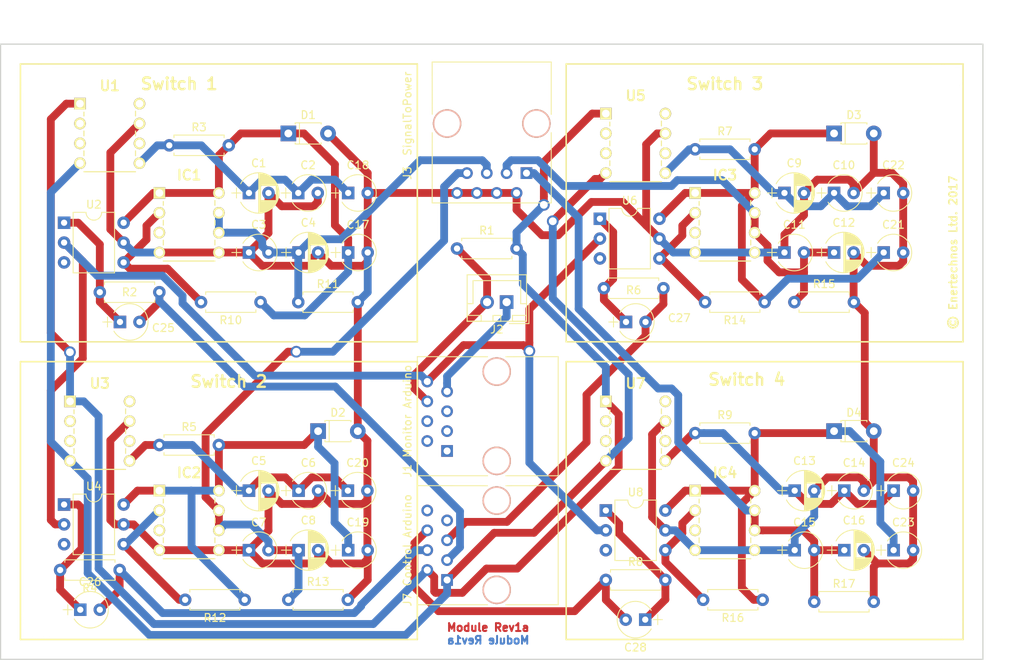
<source format=kicad_pcb>
(kicad_pcb (version 4) (host pcbnew 4.0.7)

  (general
    (links 151)
    (no_connects 0)
    (area 49.454999 34.214999 175.335001 113.105001)
    (thickness 1.6)
    (drawings 29)
    (tracks 482)
    (zones 0)
    (modules 69)
    (nets 31)
  )

  (page A4)
  (layers
    (0 F.Cu signal)
    (31 B.Cu signal)
    (33 F.Adhes user hide)
    (35 F.Paste user hide)
    (37 F.SilkS user)
    (39 F.Mask user)
    (40 Dwgs.User user)
    (41 Cmts.User user hide)
    (42 Eco1.User user hide)
    (43 Eco2.User user hide)
    (44 Edge.Cuts user)
    (45 Margin user hide)
    (47 F.CrtYd user)
    (49 F.Fab user hide)
  )

  (setup
    (last_trace_width 1)
    (trace_clearance 0.4)
    (zone_clearance 0.35)
    (zone_45_only no)
    (trace_min 0.2)
    (segment_width 0.2)
    (edge_width 0.15)
    (via_size 1.5)
    (via_drill 1)
    (via_min_size 0.4)
    (via_min_drill 0.3)
    (uvia_size 1)
    (uvia_drill 0.5)
    (uvias_allowed no)
    (uvia_min_size 0.2)
    (uvia_min_drill 0.1)
    (pcb_text_width 0.3)
    (pcb_text_size 1.5 1.5)
    (mod_edge_width 0.15)
    (mod_text_size 1 1)
    (mod_text_width 0.15)
    (pad_size 1.524 1.524)
    (pad_drill 0.762)
    (pad_to_mask_clearance 0.2)
    (aux_axis_origin 0 0)
    (visible_elements 7FFFEFFF)
    (pcbplotparams
      (layerselection 0x00030_80000001)
      (usegerberextensions false)
      (excludeedgelayer true)
      (linewidth 0.100000)
      (plotframeref false)
      (viasonmask false)
      (mode 1)
      (useauxorigin false)
      (hpglpennumber 1)
      (hpglpenspeed 20)
      (hpglpendiameter 15)
      (hpglpenoverlay 2)
      (psnegative false)
      (psa4output false)
      (plotreference true)
      (plotvalue true)
      (plotinvisibletext false)
      (padsonsilk false)
      (subtractmaskfromsilk false)
      (outputformat 1)
      (mirror false)
      (drillshape 1)
      (scaleselection 1)
      (outputdirectory ""))
  )

  (net 0 "")
  (net 1 "Net-(C1-Pad1)")
  (net 2 "Net-(C10-Pad1)")
  (net 3 "Net-(C13-Pad1)")
  (net 4 "Net-(IC1-Pad2)")
  (net 5 "Net-(IC2-Pad2)")
  (net 6 "Net-(IC3-Pad2)")
  (net 7 "Net-(IC4-Pad2)")
  (net 8 DC_IN)
  (net 9 DC_GND)
  (net 10 ARD_TEMP)
  (net 11 ARD_GND)
  (net 12 "Net-(C20-Pad1)")
  (net 13 "Net-(C17-Pad1)")
  (net 14 "Net-(C19-Pad1)")
  (net 15 "Net-(C21-Pad1)")
  (net 16 "Net-(C23-Pad1)")
  (net 17 ARD_PWM_A)
  (net 18 ARD_PWM_B)
  (net 19 ARD_PWM_C)
  (net 20 ARD_PWM_D)
  (net 21 ARD_5V)
  (net 22 GND_ISO_A)
  (net 23 DRV_SIG_A)
  (net 24 DRV_SIG_B)
  (net 25 DRV_SIG_C)
  (net 26 DRV_SIG_D)
  (net 27 "Net-(C25-Pad1)")
  (net 28 "Net-(C26-Pad1)")
  (net 29 "Net-(C27-Pad1)")
  (net 30 "Net-(C28-Pad1)")

  (net_class Default "This is the default net class."
    (clearance 0.4)
    (trace_width 1)
    (via_dia 1.5)
    (via_drill 1)
    (uvia_dia 1)
    (uvia_drill 0.5)
    (add_net ARD_5V)
    (add_net ARD_GND)
    (add_net ARD_PWM_A)
    (add_net ARD_PWM_B)
    (add_net ARD_PWM_C)
    (add_net ARD_PWM_D)
    (add_net ARD_TEMP)
    (add_net DC_GND)
    (add_net DC_IN)
    (add_net DRV_SIG_A)
    (add_net DRV_SIG_B)
    (add_net DRV_SIG_C)
    (add_net DRV_SIG_D)
    (add_net GND_ISO_A)
    (add_net "Net-(C1-Pad1)")
    (add_net "Net-(C10-Pad1)")
    (add_net "Net-(C13-Pad1)")
    (add_net "Net-(C17-Pad1)")
    (add_net "Net-(C19-Pad1)")
    (add_net "Net-(C20-Pad1)")
    (add_net "Net-(C21-Pad1)")
    (add_net "Net-(C23-Pad1)")
    (add_net "Net-(C25-Pad1)")
    (add_net "Net-(C26-Pad1)")
    (add_net "Net-(C27-Pad1)")
    (add_net "Net-(C28-Pad1)")
    (add_net "Net-(IC1-Pad2)")
    (add_net "Net-(IC2-Pad2)")
    (add_net "Net-(IC3-Pad2)")
    (add_net "Net-(IC4-Pad2)")
  )

  (module PartsLibraries:RJ45 (layer F.Cu) (tedit 5A16E9AB) (tstamp 59A7E8CF)
    (at 106.68 102.87 90)
    (tags RJ45)
    (path /59A7EBD8)
    (fp_text reference J7 (at -2.54 -5.08 90) (layer F.SilkS)
      (effects (font (size 1 1) (thickness 0.15)))
    )
    (fp_text value "Control Arduino" (at 5.08 -5.08 90) (layer F.SilkS)
      (effects (font (size 1 1) (thickness 0.15)))
    )
    (fp_line (start -3.17 14.22) (end 12.07 14.22) (layer F.SilkS) (width 0.12))
    (fp_line (start 12.07 -3.81) (end 12.06 5.18) (layer F.SilkS) (width 0.12))
    (fp_line (start 12.07 -3.81) (end -3.17 -3.81) (layer F.SilkS) (width 0.12))
    (fp_line (start -3.17 -3.81) (end -3.17 5.19) (layer F.SilkS) (width 0.12))
    (fp_line (start 12.06 7.52) (end 12.07 14.22) (layer F.SilkS) (width 0.12))
    (fp_line (start -3.17 7.51) (end -3.17 14.22) (layer F.SilkS) (width 0.12))
    (fp_line (start -3.56 -4.06) (end 12.46 -4.06) (layer F.CrtYd) (width 0.05))
    (fp_line (start -3.56 -4.06) (end -3.56 14.47) (layer F.CrtYd) (width 0.05))
    (fp_line (start 12.46 14.47) (end 12.46 -4.06) (layer F.CrtYd) (width 0.05))
    (fp_line (start 12.46 14.47) (end -3.56 14.47) (layer F.CrtYd) (width 0.05))
    (pad "" np_thru_hole circle (at 10.16 6.35 90) (size 3.65 3.65) (drill 3.25) (layers *.Cu *.SilkS *.Mask))
    (pad "" np_thru_hole circle (at -1.27 6.35 90) (size 3.65 3.65) (drill 3.25) (layers *.Cu *.SilkS *.Mask))
    (pad 1 thru_hole rect (at 0 0 90) (size 1.5 1.5) (drill 0.9) (layers *.Cu *.Mask)
      (net 8 DC_IN))
    (pad 2 thru_hole circle (at 1.27 -2.54 90) (size 1.5 1.5) (drill 0.9) (layers *.Cu *.Mask)
      (net 9 DC_GND))
    (pad 3 thru_hole circle (at 2.54 0 90) (size 1.5 1.5) (drill 0.9) (layers *.Cu *.Mask)
      (net 17 ARD_PWM_A))
    (pad 4 thru_hole circle (at 3.81 -2.54 90) (size 1.5 1.5) (drill 0.9) (layers *.Cu *.Mask)
      (net 18 ARD_PWM_B))
    (pad 5 thru_hole circle (at 5.08 0 90) (size 1.5 1.5) (drill 0.9) (layers *.Cu *.Mask)
      (net 19 ARD_PWM_C))
    (pad 6 thru_hole circle (at 6.35 -2.54 90) (size 1.5 1.5) (drill 0.9) (layers *.Cu *.Mask)
      (net 20 ARD_PWM_D))
    (pad 7 thru_hole circle (at 7.62 0 90) (size 1.5 1.5) (drill 0.9) (layers *.Cu *.Mask))
    (pad 8 thru_hole circle (at 8.89 -2.54 90) (size 1.5 1.5) (drill 0.9) (layers *.Cu *.Mask))
    (model ../../../../../../Development/multilevelinverter/Hardware/3D/RJ45.wrl
      (at (xyz 0.175 -0.667 0.3))
      (scale (xyz 10 10 10))
      (rotate (xyz 270 0 0))
    )
  )

  (module PartsLibraries:RJ45 (layer F.Cu) (tedit 5A16E9B9) (tstamp 59A6EC93)
    (at 106.68 86.36 90)
    (tags RJ45)
    (path /59526541)
    (fp_text reference J1 (at -2.54 -5.08 90) (layer F.SilkS)
      (effects (font (size 1 1) (thickness 0.15)))
    )
    (fp_text value "Monitor Arduino" (at 5.08 -5.08 90) (layer F.SilkS)
      (effects (font (size 1 1) (thickness 0.15)))
    )
    (fp_line (start -3.17 14.22) (end 12.07 14.22) (layer F.SilkS) (width 0.12))
    (fp_line (start 12.07 -3.81) (end 12.06 5.18) (layer F.SilkS) (width 0.12))
    (fp_line (start 12.07 -3.81) (end -3.17 -3.81) (layer F.SilkS) (width 0.12))
    (fp_line (start -3.17 -3.81) (end -3.17 5.19) (layer F.SilkS) (width 0.12))
    (fp_line (start 12.06 7.52) (end 12.07 14.22) (layer F.SilkS) (width 0.12))
    (fp_line (start -3.17 7.51) (end -3.17 14.22) (layer F.SilkS) (width 0.12))
    (fp_line (start -3.56 -4.06) (end 12.46 -4.06) (layer F.CrtYd) (width 0.05))
    (fp_line (start -3.56 -4.06) (end -3.56 14.47) (layer F.CrtYd) (width 0.05))
    (fp_line (start 12.46 14.47) (end 12.46 -4.06) (layer F.CrtYd) (width 0.05))
    (fp_line (start 12.46 14.47) (end -3.56 14.47) (layer F.CrtYd) (width 0.05))
    (pad "" np_thru_hole circle (at 10.16 6.35 90) (size 3.65 3.65) (drill 3.25) (layers *.Cu *.SilkS *.Mask))
    (pad "" np_thru_hole circle (at -1.27 6.35 90) (size 3.65 3.65) (drill 3.25) (layers *.Cu *.SilkS *.Mask))
    (pad 1 thru_hole rect (at 0 0 90) (size 1.5 1.5) (drill 0.9) (layers *.Cu *.Mask))
    (pad 2 thru_hole circle (at 1.27 -2.54 90) (size 1.5 1.5) (drill 0.9) (layers *.Cu *.Mask))
    (pad 3 thru_hole circle (at 2.54 0 90) (size 1.5 1.5) (drill 0.9) (layers *.Cu *.Mask))
    (pad 4 thru_hole circle (at 3.81 -2.54 90) (size 1.5 1.5) (drill 0.9) (layers *.Cu *.Mask))
    (pad 5 thru_hole circle (at 5.08 0 90) (size 1.5 1.5) (drill 0.9) (layers *.Cu *.Mask))
    (pad 6 thru_hole circle (at 6.35 -2.54 90) (size 1.5 1.5) (drill 0.9) (layers *.Cu *.Mask)
      (net 10 ARD_TEMP))
    (pad 7 thru_hole circle (at 7.62 0 90) (size 1.5 1.5) (drill 0.9) (layers *.Cu *.Mask)
      (net 21 ARD_5V))
    (pad 8 thru_hole circle (at 8.89 -2.54 90) (size 1.5 1.5) (drill 0.9) (layers *.Cu *.Mask)
      (net 11 ARD_GND))
    (model ../../../../../../Development/multilevelinverter/Hardware/3D/RJ45.wrl
      (at (xyz 0.175 -0.667 0.3))
      (scale (xyz 10 10 10))
      (rotate (xyz 270 0 0))
    )
  )

  (module PartsLibraries:RJ45 (layer F.Cu) (tedit 5A16E925) (tstamp 5A17795A)
    (at 116.84 50.8 180)
    (tags RJ45)
    (path /5A16B56F)
    (fp_text reference J3 (at 15.24 0 270) (layer F.SilkS)
      (effects (font (size 1 1) (thickness 0.15)))
    )
    (fp_text value SignalToPower (at 15.24 7.62 270) (layer F.SilkS)
      (effects (font (size 1 1) (thickness 0.15)))
    )
    (fp_line (start -3.17 14.22) (end 12.07 14.22) (layer F.SilkS) (width 0.12))
    (fp_line (start 12.07 -3.81) (end 12.06 5.18) (layer F.SilkS) (width 0.12))
    (fp_line (start 12.07 -3.81) (end -3.17 -3.81) (layer F.SilkS) (width 0.12))
    (fp_line (start -3.17 -3.81) (end -3.17 5.19) (layer F.SilkS) (width 0.12))
    (fp_line (start 12.06 7.52) (end 12.07 14.22) (layer F.SilkS) (width 0.12))
    (fp_line (start -3.17 7.51) (end -3.17 14.22) (layer F.SilkS) (width 0.12))
    (fp_line (start -3.56 -4.06) (end 12.46 -4.06) (layer F.CrtYd) (width 0.05))
    (fp_line (start -3.56 -4.06) (end -3.56 14.47) (layer F.CrtYd) (width 0.05))
    (fp_line (start 12.46 14.47) (end 12.46 -4.06) (layer F.CrtYd) (width 0.05))
    (fp_line (start 12.46 14.47) (end -3.56 14.47) (layer F.CrtYd) (width 0.05))
    (pad "" np_thru_hole circle (at 10.16 6.35 180) (size 3.65 3.65) (drill 3.25) (layers *.Cu *.SilkS *.Mask))
    (pad "" np_thru_hole circle (at -1.27 6.35 180) (size 3.65 3.65) (drill 3.25) (layers *.Cu *.SilkS *.Mask))
    (pad 1 thru_hole rect (at 0 0 180) (size 1.5 1.5) (drill 0.9) (layers *.Cu *.Mask)
      (net 26 DRV_SIG_D))
    (pad 2 thru_hole circle (at 1.27 -2.54 180) (size 1.5 1.5) (drill 0.9) (layers *.Cu *.Mask)
      (net 22 GND_ISO_A))
    (pad 3 thru_hole circle (at 2.54 0 180) (size 1.5 1.5) (drill 0.9) (layers *.Cu *.Mask)
      (net 25 DRV_SIG_C))
    (pad 4 thru_hole circle (at 3.81 -2.54 180) (size 1.5 1.5) (drill 0.9) (layers *.Cu *.Mask)
      (net 22 GND_ISO_A))
    (pad 5 thru_hole circle (at 5.08 0 180) (size 1.5 1.5) (drill 0.9) (layers *.Cu *.Mask)
      (net 23 DRV_SIG_A))
    (pad 6 thru_hole circle (at 6.35 -2.54 180) (size 1.5 1.5) (drill 0.9) (layers *.Cu *.Mask)
      (net 22 GND_ISO_A))
    (pad 7 thru_hole circle (at 7.62 0 180) (size 1.5 1.5) (drill 0.9) (layers *.Cu *.Mask)
      (net 24 DRV_SIG_B))
    (pad 8 thru_hole circle (at 8.89 -2.54 180) (size 1.5 1.5) (drill 0.9) (layers *.Cu *.Mask)
      (net 22 GND_ISO_A))
    (model ../../../../../../Development/multilevelinverter/Hardware/3D/RJ45.wrl
      (at (xyz 0.175 -0.667 0.3))
      (scale (xyz 10 10 10))
      (rotate (xyz 270 0 0))
    )
  )

  (module Capacitors_THT:CP_Radial_Tantal_D4.5mm_P2.50mm (layer F.Cu) (tedit 597C781B) (tstamp 59EF6724)
    (at 163.83 91.44)
    (descr "CP, Radial_Tantal series, Radial, pin pitch=2.50mm, , diameter=4.5mm, Tantal Electrolytic Capacitor, http://cdn-reichelt.de/documents/datenblatt/B300/TANTAL-TB-Serie%23.pdf")
    (tags "CP Radial_Tantal series Radial pin pitch 2.50mm  diameter 4.5mm Tantal Electrolytic Capacitor")
    (path /59A712A3/59EF1DD4)
    (fp_text reference C24 (at 1.25 -3.56) (layer F.SilkS)
      (effects (font (size 1 1) (thickness 0.15)))
    )
    (fp_text value 100nF (at 1.25 3.56) (layer F.Fab)
      (effects (font (size 1 1) (thickness 0.15)))
    )
    (fp_arc (start 1.25 0) (end -0.770693 -1.18) (angle 119.4) (layer F.SilkS) (width 0.12))
    (fp_arc (start 1.25 0) (end -0.770693 1.18) (angle -119.4) (layer F.SilkS) (width 0.12))
    (fp_arc (start 1.25 0) (end 3.270693 -1.18) (angle 60.6) (layer F.SilkS) (width 0.12))
    (fp_circle (center 1.25 0) (end 3.5 0) (layer F.Fab) (width 0.1))
    (fp_line (start -2.2 0) (end -1 0) (layer F.Fab) (width 0.1))
    (fp_line (start -1.6 -0.65) (end -1.6 0.65) (layer F.Fab) (width 0.1))
    (fp_line (start -2.2 0) (end -1 0) (layer F.SilkS) (width 0.12))
    (fp_line (start -1.6 -0.65) (end -1.6 0.65) (layer F.SilkS) (width 0.12))
    (fp_line (start -1.35 -2.6) (end -1.35 2.6) (layer F.CrtYd) (width 0.05))
    (fp_line (start -1.35 2.6) (end 3.85 2.6) (layer F.CrtYd) (width 0.05))
    (fp_line (start 3.85 2.6) (end 3.85 -2.6) (layer F.CrtYd) (width 0.05))
    (fp_line (start 3.85 -2.6) (end -1.35 -2.6) (layer F.CrtYd) (width 0.05))
    (fp_text user %R (at 1.25 0) (layer F.Fab)
      (effects (font (size 1 1) (thickness 0.15)))
    )
    (pad 1 thru_hole rect (at 0 0) (size 1.6 1.6) (drill 0.8) (layers *.Cu *.Mask)
      (net 3 "Net-(C13-Pad1)"))
    (pad 2 thru_hole circle (at 2.5 0) (size 1.6 1.6) (drill 0.8) (layers *.Cu *.Mask)
      (net 22 GND_ISO_A))
    (model ${KISYS3DMOD}/Capacitors_THT.3dshapes/CP_Radial_Tantal_D4.5mm_P2.50mm.wrl
      (at (xyz 0 0 0))
      (scale (xyz 1 1 1))
      (rotate (xyz 0 0 0))
    )
  )

  (module Housings_DIP:DIP-6_W7.62mm (layer F.Cu) (tedit 59C78D6B) (tstamp 59EF6872)
    (at 126.238 56.642)
    (descr "6-lead though-hole mounted DIP package, row spacing 7.62 mm (300 mils)")
    (tags "THT DIP DIL PDIP 2.54mm 7.62mm 300mil")
    (path /59A71299/59A6DAA6)
    (fp_text reference U6 (at 3.81 -2.33) (layer F.SilkS)
      (effects (font (size 1 1) (thickness 0.15)))
    )
    (fp_text value H11N1M (at 3.81 7.41) (layer F.Fab)
      (effects (font (size 1 1) (thickness 0.15)))
    )
    (fp_arc (start 3.81 -1.33) (end 2.81 -1.33) (angle -180) (layer F.SilkS) (width 0.12))
    (fp_line (start 1.635 -1.27) (end 6.985 -1.27) (layer F.Fab) (width 0.1))
    (fp_line (start 6.985 -1.27) (end 6.985 6.35) (layer F.Fab) (width 0.1))
    (fp_line (start 6.985 6.35) (end 0.635 6.35) (layer F.Fab) (width 0.1))
    (fp_line (start 0.635 6.35) (end 0.635 -0.27) (layer F.Fab) (width 0.1))
    (fp_line (start 0.635 -0.27) (end 1.635 -1.27) (layer F.Fab) (width 0.1))
    (fp_line (start 2.81 -1.33) (end 1.16 -1.33) (layer F.SilkS) (width 0.12))
    (fp_line (start 1.16 -1.33) (end 1.16 6.41) (layer F.SilkS) (width 0.12))
    (fp_line (start 1.16 6.41) (end 6.46 6.41) (layer F.SilkS) (width 0.12))
    (fp_line (start 6.46 6.41) (end 6.46 -1.33) (layer F.SilkS) (width 0.12))
    (fp_line (start 6.46 -1.33) (end 4.81 -1.33) (layer F.SilkS) (width 0.12))
    (fp_line (start -1.1 -1.55) (end -1.1 6.6) (layer F.CrtYd) (width 0.05))
    (fp_line (start -1.1 6.6) (end 8.7 6.6) (layer F.CrtYd) (width 0.05))
    (fp_line (start 8.7 6.6) (end 8.7 -1.55) (layer F.CrtYd) (width 0.05))
    (fp_line (start 8.7 -1.55) (end -1.1 -1.55) (layer F.CrtYd) (width 0.05))
    (fp_text user %R (at 3.81 2.54) (layer F.Fab)
      (effects (font (size 1 1) (thickness 0.15)))
    )
    (pad 1 thru_hole rect (at 0 0) (size 1.6 1.6) (drill 0.8) (layers *.Cu *.Mask)
      (net 29 "Net-(C27-Pad1)"))
    (pad 4 thru_hole oval (at 7.62 5.08) (size 1.6 1.6) (drill 0.8) (layers *.Cu *.Mask)
      (net 6 "Net-(IC3-Pad2)"))
    (pad 2 thru_hole oval (at 0 2.54) (size 1.6 1.6) (drill 0.8) (layers *.Cu *.Mask)
      (net 11 ARD_GND))
    (pad 5 thru_hole oval (at 7.62 2.54) (size 1.6 1.6) (drill 0.8) (layers *.Cu *.Mask)
      (net 22 GND_ISO_A))
    (pad 3 thru_hole oval (at 0 5.08) (size 1.6 1.6) (drill 0.8) (layers *.Cu *.Mask))
    (pad 6 thru_hole oval (at 7.62 0) (size 1.6 1.6) (drill 0.8) (layers *.Cu *.Mask)
      (net 15 "Net-(C21-Pad1)"))
    (model ${KISYS3DMOD}/Housings_DIP.3dshapes/DIP-6_W7.62mm.wrl
      (at (xyz 0 0 0))
      (scale (xyz 1 1 1))
      (rotate (xyz 0 0 0))
    )
  )

  (module Resistors_THT:R_Axial_DIN0207_L6.3mm_D2.5mm_P7.62mm_Horizontal (layer F.Cu) (tedit 5874F706) (tstamp 59A6EE04)
    (at 127 102.87)
    (descr "Resistor, Axial_DIN0207 series, Axial, Horizontal, pin pitch=7.62mm, 0.25W = 1/4W, length*diameter=6.3*2.5mm^2, http://cdn-reichelt.de/documents/datenblatt/B400/1_4W%23YAG.pdf")
    (tags "Resistor Axial_DIN0207 series Axial Horizontal pin pitch 7.62mm 0.25W = 1/4W length 6.3mm diameter 2.5mm")
    (path /59A712A3/59A6DA9F)
    (fp_text reference R8 (at 3.81 -2.31) (layer F.SilkS)
      (effects (font (size 1 1) (thickness 0.15)))
    )
    (fp_text value 180 (at 3.81 2.31) (layer F.Fab)
      (effects (font (size 1 1) (thickness 0.15)))
    )
    (fp_line (start 0.66 -1.25) (end 0.66 1.25) (layer F.Fab) (width 0.1))
    (fp_line (start 0.66 1.25) (end 6.96 1.25) (layer F.Fab) (width 0.1))
    (fp_line (start 6.96 1.25) (end 6.96 -1.25) (layer F.Fab) (width 0.1))
    (fp_line (start 6.96 -1.25) (end 0.66 -1.25) (layer F.Fab) (width 0.1))
    (fp_line (start 0 0) (end 0.66 0) (layer F.Fab) (width 0.1))
    (fp_line (start 7.62 0) (end 6.96 0) (layer F.Fab) (width 0.1))
    (fp_line (start 0.6 -0.98) (end 0.6 -1.31) (layer F.SilkS) (width 0.12))
    (fp_line (start 0.6 -1.31) (end 7.02 -1.31) (layer F.SilkS) (width 0.12))
    (fp_line (start 7.02 -1.31) (end 7.02 -0.98) (layer F.SilkS) (width 0.12))
    (fp_line (start 0.6 0.98) (end 0.6 1.31) (layer F.SilkS) (width 0.12))
    (fp_line (start 0.6 1.31) (end 7.02 1.31) (layer F.SilkS) (width 0.12))
    (fp_line (start 7.02 1.31) (end 7.02 0.98) (layer F.SilkS) (width 0.12))
    (fp_line (start -1.05 -1.6) (end -1.05 1.6) (layer F.CrtYd) (width 0.05))
    (fp_line (start -1.05 1.6) (end 8.7 1.6) (layer F.CrtYd) (width 0.05))
    (fp_line (start 8.7 1.6) (end 8.7 -1.6) (layer F.CrtYd) (width 0.05))
    (fp_line (start 8.7 -1.6) (end -1.05 -1.6) (layer F.CrtYd) (width 0.05))
    (pad 1 thru_hole circle (at 0 0) (size 1.6 1.6) (drill 0.8) (layers *.Cu *.Mask)
      (net 20 ARD_PWM_D))
    (pad 2 thru_hole oval (at 7.62 0) (size 1.6 1.6) (drill 0.8) (layers *.Cu *.Mask)
      (net 30 "Net-(C28-Pad1)"))
    (model ${KISYS3DMOD}/Resistors_THT.3dshapes/R_Axial_DIN0207_L6.3mm_D2.5mm_P7.62mm_Horizontal.wrl
      (at (xyz 0 0 0))
      (scale (xyz 0.3937 0.3937 0.3937))
      (rotate (xyz 0 0 0))
    )
  )

  (module Housings_DIP:DIP-6_W7.62mm (layer F.Cu) (tedit 59C78D6B) (tstamp 59EF688C)
    (at 127 93.98)
    (descr "6-lead though-hole mounted DIP package, row spacing 7.62 mm (300 mils)")
    (tags "THT DIP DIL PDIP 2.54mm 7.62mm 300mil")
    (path /59A712A3/59A6DAA6)
    (fp_text reference U8 (at 3.81 -2.33) (layer F.SilkS)
      (effects (font (size 1 1) (thickness 0.15)))
    )
    (fp_text value H11N1M (at 3.81 7.41) (layer F.Fab)
      (effects (font (size 1 1) (thickness 0.15)))
    )
    (fp_arc (start 3.81 -1.33) (end 2.81 -1.33) (angle -180) (layer F.SilkS) (width 0.12))
    (fp_line (start 1.635 -1.27) (end 6.985 -1.27) (layer F.Fab) (width 0.1))
    (fp_line (start 6.985 -1.27) (end 6.985 6.35) (layer F.Fab) (width 0.1))
    (fp_line (start 6.985 6.35) (end 0.635 6.35) (layer F.Fab) (width 0.1))
    (fp_line (start 0.635 6.35) (end 0.635 -0.27) (layer F.Fab) (width 0.1))
    (fp_line (start 0.635 -0.27) (end 1.635 -1.27) (layer F.Fab) (width 0.1))
    (fp_line (start 2.81 -1.33) (end 1.16 -1.33) (layer F.SilkS) (width 0.12))
    (fp_line (start 1.16 -1.33) (end 1.16 6.41) (layer F.SilkS) (width 0.12))
    (fp_line (start 1.16 6.41) (end 6.46 6.41) (layer F.SilkS) (width 0.12))
    (fp_line (start 6.46 6.41) (end 6.46 -1.33) (layer F.SilkS) (width 0.12))
    (fp_line (start 6.46 -1.33) (end 4.81 -1.33) (layer F.SilkS) (width 0.12))
    (fp_line (start -1.1 -1.55) (end -1.1 6.6) (layer F.CrtYd) (width 0.05))
    (fp_line (start -1.1 6.6) (end 8.7 6.6) (layer F.CrtYd) (width 0.05))
    (fp_line (start 8.7 6.6) (end 8.7 -1.55) (layer F.CrtYd) (width 0.05))
    (fp_line (start 8.7 -1.55) (end -1.1 -1.55) (layer F.CrtYd) (width 0.05))
    (fp_text user %R (at 3.81 2.54) (layer F.Fab)
      (effects (font (size 1 1) (thickness 0.15)))
    )
    (pad 1 thru_hole rect (at 0 0) (size 1.6 1.6) (drill 0.8) (layers *.Cu *.Mask)
      (net 30 "Net-(C28-Pad1)"))
    (pad 4 thru_hole oval (at 7.62 5.08) (size 1.6 1.6) (drill 0.8) (layers *.Cu *.Mask)
      (net 7 "Net-(IC4-Pad2)"))
    (pad 2 thru_hole oval (at 0 2.54) (size 1.6 1.6) (drill 0.8) (layers *.Cu *.Mask)
      (net 11 ARD_GND))
    (pad 5 thru_hole oval (at 7.62 2.54) (size 1.6 1.6) (drill 0.8) (layers *.Cu *.Mask)
      (net 22 GND_ISO_A))
    (pad 3 thru_hole oval (at 0 5.08) (size 1.6 1.6) (drill 0.8) (layers *.Cu *.Mask))
    (pad 6 thru_hole oval (at 7.62 0) (size 1.6 1.6) (drill 0.8) (layers *.Cu *.Mask)
      (net 16 "Net-(C23-Pad1)"))
    (model ${KISYS3DMOD}/Housings_DIP.3dshapes/DIP-6_W7.62mm.wrl
      (at (xyz 0 0 0))
      (scale (xyz 1 1 1))
      (rotate (xyz 0 0 0))
    )
  )

  (module Mounting_Holes:MountingHole_4.3mm_M4 (layer F.Cu) (tedit 59A7ED15) (tstamp 59A7F116)
    (at 54.61 107.95)
    (descr "Mounting Hole 4.3mm, no annular, M4")
    (tags "mounting hole 4.3mm no annular m4")
    (fp_text reference "" (at 0 -5.3) (layer F.SilkS)
      (effects (font (size 1 1) (thickness 0.15)))
    )
    (fp_text value MountingHole_4.3mm_M4 (at 0 5.3) (layer F.Fab)
      (effects (font (size 1 1) (thickness 0.15)))
    )
    (fp_circle (center 0 0) (end 4.3 0) (layer Cmts.User) (width 0.15))
    (fp_circle (center 0 0) (end 4.55 0) (layer F.CrtYd) (width 0.05))
    (pad 1 np_thru_hole circle (at 0 0) (size 4.3 4.3) (drill 4.3) (layers *.Cu *.Mask))
  )

  (module Mounting_Holes:MountingHole_4.3mm_M4 (layer F.Cu) (tedit 59A7ED1B) (tstamp 59A7F102)
    (at 170.18 107.95)
    (descr "Mounting Hole 4.3mm, no annular, M4")
    (tags "mounting hole 4.3mm no annular m4")
    (fp_text reference "" (at 0 -5.3) (layer F.SilkS)
      (effects (font (size 1 1) (thickness 0.15)))
    )
    (fp_text value MountingHole_4.3mm_M4 (at 0 5.3) (layer F.Fab)
      (effects (font (size 1 1) (thickness 0.15)))
    )
    (fp_circle (center 0 0) (end 4.3 0) (layer Cmts.User) (width 0.15))
    (fp_circle (center 0 0) (end 4.55 0) (layer F.CrtYd) (width 0.05))
    (pad 1 np_thru_hole circle (at 0 0) (size 4.3 4.3) (drill 4.3) (layers *.Cu *.Mask))
  )

  (module Mounting_Holes:MountingHole_4.3mm_M4 (layer F.Cu) (tedit 59A7ED10) (tstamp 59A7F0FC)
    (at 170.18 39.37)
    (descr "Mounting Hole 4.3mm, no annular, M4")
    (tags "mounting hole 4.3mm no annular m4")
    (fp_text reference "" (at 0 -5.3) (layer F.SilkS)
      (effects (font (size 1 1) (thickness 0.15)))
    )
    (fp_text value MountingHole_4.3mm_M4 (at 0 5.3) (layer F.Fab)
      (effects (font (size 1 1) (thickness 0.15)))
    )
    (fp_circle (center 0 0) (end 4.3 0) (layer Cmts.User) (width 0.15))
    (fp_circle (center 0 0) (end 4.55 0) (layer F.CrtYd) (width 0.05))
    (pad 1 np_thru_hole circle (at 0 0) (size 4.3 4.3) (drill 4.3) (layers *.Cu *.Mask))
  )

  (module Capacitors_THT:CP_Radial_Tantal_D4.5mm_P2.50mm (layer F.Cu) (tedit 597C781B) (tstamp 59A6E9D7)
    (at 156.21 53.34)
    (descr "CP, Radial_Tantal series, Radial, pin pitch=2.50mm, , diameter=4.5mm, Tantal Electrolytic Capacitor, http://cdn-reichelt.de/documents/datenblatt/B300/TANTAL-TB-Serie%23.pdf")
    (tags "CP Radial_Tantal series Radial pin pitch 2.50mm  diameter 4.5mm Tantal Electrolytic Capacitor")
    (path /59A71299/59A6D3E0)
    (fp_text reference C10 (at 1.25 -3.56) (layer F.SilkS)
      (effects (font (size 1 1) (thickness 0.15)))
    )
    (fp_text value 100nF (at 1.25 3.56) (layer F.Fab)
      (effects (font (size 1 1) (thickness 0.15)))
    )
    (fp_arc (start 1.25 0) (end -0.770693 -1.18) (angle 119.4) (layer F.SilkS) (width 0.12))
    (fp_arc (start 1.25 0) (end -0.770693 1.18) (angle -119.4) (layer F.SilkS) (width 0.12))
    (fp_arc (start 1.25 0) (end 3.270693 -1.18) (angle 60.6) (layer F.SilkS) (width 0.12))
    (fp_circle (center 1.25 0) (end 3.5 0) (layer F.Fab) (width 0.1))
    (fp_line (start -2.2 0) (end -1 0) (layer F.Fab) (width 0.1))
    (fp_line (start -1.6 -0.65) (end -1.6 0.65) (layer F.Fab) (width 0.1))
    (fp_line (start -2.2 0) (end -1 0) (layer F.SilkS) (width 0.12))
    (fp_line (start -1.6 -0.65) (end -1.6 0.65) (layer F.SilkS) (width 0.12))
    (fp_line (start -1.35 -2.6) (end -1.35 2.6) (layer F.CrtYd) (width 0.05))
    (fp_line (start -1.35 2.6) (end 3.85 2.6) (layer F.CrtYd) (width 0.05))
    (fp_line (start 3.85 2.6) (end 3.85 -2.6) (layer F.CrtYd) (width 0.05))
    (fp_line (start 3.85 -2.6) (end -1.35 -2.6) (layer F.CrtYd) (width 0.05))
    (fp_text user %R (at 1.25 0) (layer F.Fab)
      (effects (font (size 1 1) (thickness 0.15)))
    )
    (pad 1 thru_hole rect (at 0 0) (size 1.6 1.6) (drill 0.8) (layers *.Cu *.Mask)
      (net 2 "Net-(C10-Pad1)"))
    (pad 2 thru_hole circle (at 2.5 0) (size 1.6 1.6) (drill 0.8) (layers *.Cu *.Mask)
      (net 22 GND_ISO_A))
    (model ${KISYS3DMOD}/Capacitors_THT.3dshapes/CP_Radial_Tantal_D4.5mm_P2.50mm.wrl
      (at (xyz 0 0 0))
      (scale (xyz 1 1 1))
      (rotate (xyz 0 0 0))
    )
  )

  (module PartsLibraries:TC4422AVPA (layer F.Cu) (tedit 592E9A52) (tstamp 59A6EF40)
    (at 127 80.01)
    (descr DIP254P762X432-8)
    (tags "Integrated Circuit")
    (path /59A712A3/59A6D3EA)
    (fp_text reference U7 (at 3.81 -2.286) (layer F.SilkS)
      (effects (font (size 1.27 1.27) (thickness 0.254)))
    )
    (fp_text value NME1212DC (at 3.556 9.906) (layer F.SilkS) hide
      (effects (font (size 1.27 1.27) (thickness 0.254)))
    )
    (fp_line (start 0.508 8.7122) (end 0.508 -1.0922) (layer Dwgs.User) (width 0.1524))
    (fp_line (start 0.508 -1.1938) (end 7.112 -1.1938) (layer Dwgs.User) (width 0.1524))
    (fp_line (start -0.4826 3.048) (end 0.508 3.048) (layer Dwgs.User) (width 0.1524))
    (fp_line (start -0.4826 2.032) (end -0.4826 3.048) (layer Dwgs.User) (width 0.1524))
    (fp_line (start 0.508 2.032) (end -0.4826 2.032) (layer Dwgs.User) (width 0.1524))
    (fp_line (start 0.508 3.048) (end 0.508 2.032) (layer Dwgs.User) (width 0.1524))
    (fp_line (start 7.112 1.5748) (end 7.112 0.9652) (layer F.SilkS) (width 0.1524))
    (fp_line (start 7.112 4.1148) (end 7.112 3.5052) (layer F.SilkS) (width 0.1524))
    (fp_line (start 0.508 6.0452) (end 0.508 6.6548) (layer F.SilkS) (width 0.1524))
    (fp_line (start 0.508 3.5052) (end 0.508 4.1148) (layer F.SilkS) (width 0.1524))
    (fp_line (start 0.508 8.7122) (end 7.112 8.7122) (layer F.SilkS) (width 0.1524))
    (fp_line (start 7.112 6.6548) (end 7.112 6.0452) (layer F.SilkS) (width 0.1524))
    (fp_line (start 0.508 1.0922) (end 0.508 1.5748) (layer F.SilkS) (width 0.1524))
    (fp_line (start 0.508 0.508) (end 0.508 -0.508) (layer Dwgs.User) (width 0.1524))
    (fp_line (start 0.508 -0.508) (end -0.4826 -0.508) (layer Dwgs.User) (width 0.1524))
    (fp_line (start -0.4826 -0.508) (end -0.4826 0.508) (layer Dwgs.User) (width 0.1524))
    (fp_line (start -0.4826 0.508) (end 0.508 0.508) (layer Dwgs.User) (width 0.1524))
    (fp_line (start 0.508 5.588) (end 0.508 4.572) (layer Dwgs.User) (width 0.1524))
    (fp_line (start 0.508 4.572) (end -0.4826 4.572) (layer Dwgs.User) (width 0.1524))
    (fp_line (start -0.4826 4.572) (end -0.4826 5.588) (layer Dwgs.User) (width 0.1524))
    (fp_line (start -0.4826 5.588) (end 0.508 5.588) (layer Dwgs.User) (width 0.1524))
    (fp_line (start 0.508 8.128) (end 0.508 7.112) (layer Dwgs.User) (width 0.1524))
    (fp_line (start 0.508 7.112) (end -0.4826 7.1374) (layer Dwgs.User) (width 0.1524))
    (fp_line (start -0.4826 7.1374) (end -0.4826 8.128) (layer Dwgs.User) (width 0.1524))
    (fp_line (start -0.4826 8.128) (end 0.508 8.128) (layer Dwgs.User) (width 0.1524))
    (fp_line (start 7.112 7.112) (end 7.112 8.128) (layer Dwgs.User) (width 0.1524))
    (fp_line (start 7.112 8.128) (end 8.1026 8.1026) (layer Dwgs.User) (width 0.1524))
    (fp_line (start 8.1026 8.1026) (end 8.1026 7.112) (layer Dwgs.User) (width 0.1524))
    (fp_line (start 8.1026 7.112) (end 7.112 7.112) (layer Dwgs.User) (width 0.1524))
    (fp_line (start 7.112 4.572) (end 7.112 5.588) (layer Dwgs.User) (width 0.1524))
    (fp_line (start 7.112 5.588) (end 8.1026 5.5626) (layer Dwgs.User) (width 0.1524))
    (fp_line (start 8.1026 5.5626) (end 8.1026 4.572) (layer Dwgs.User) (width 0.1524))
    (fp_line (start 8.1026 4.572) (end 7.112 4.572) (layer Dwgs.User) (width 0.1524))
    (fp_line (start 7.112 2.032) (end 7.112 3.048) (layer Dwgs.User) (width 0.1524))
    (fp_line (start 7.112 3.048) (end 8.1026 3.048) (layer Dwgs.User) (width 0.1524))
    (fp_line (start 8.1026 3.048) (end 8.1026 2.032) (layer Dwgs.User) (width 0.1524))
    (fp_line (start 8.1026 2.032) (end 7.112 2.032) (layer Dwgs.User) (width 0.1524))
    (fp_line (start 7.112 -0.508) (end 7.112 0.508) (layer Dwgs.User) (width 0.1524))
    (fp_line (start 7.112 0.508) (end 8.1026 0.508) (layer Dwgs.User) (width 0.1524))
    (fp_line (start 8.1026 0.508) (end 8.1026 -0.508) (layer Dwgs.User) (width 0.1524))
    (fp_line (start 8.1026 -0.508) (end 7.112 -0.508) (layer Dwgs.User) (width 0.1524))
    (fp_line (start 0.508 8.7122) (end 7.112 8.7122) (layer Dwgs.User) (width 0.1524))
    (fp_line (start 7.112 8.7122) (end 7.112 -1.0922) (layer Dwgs.User) (width 0.1524))
    (pad 1 thru_hole rect (at 0 0 90) (size 1.4859 1.4859) (drill 0.9906) (layers *.Cu *.Mask F.SilkS)
      (net 9 DC_GND))
    (pad 2 thru_hole circle (at 0 2.54 90) (size 1.4859 1.4859) (drill 0.9906) (layers *.Cu *.Mask F.SilkS))
    (pad 3 thru_hole circle (at 0 5.08 90) (size 1.4859 1.4859) (drill 0.9906) (layers *.Cu *.Mask F.SilkS))
    (pad 4 thru_hole circle (at 0 7.62 90) (size 1.4859 1.4859) (drill 0.9906) (layers *.Cu *.Mask F.SilkS)
      (net 8 DC_IN))
    (pad 5 thru_hole circle (at 7.62 7.62 90) (size 1.4859 1.4859) (drill 0.9906) (layers *.Cu *.Mask F.SilkS)
      (net 3 "Net-(C13-Pad1)"))
    (pad 6 thru_hole circle (at 7.62 5.08 90) (size 1.4859 1.4859) (drill 0.9906) (layers *.Cu *.Mask F.SilkS))
    (pad 7 thru_hole circle (at 7.62 2.54 90) (size 1.4859 1.4859) (drill 0.9906) (layers *.Cu *.Mask F.SilkS)
      (net 22 GND_ISO_A))
    (pad 8 thru_hole circle (at 7.62 0 90) (size 1.4859 1.4859) (drill 0.9906) (layers *.Cu *.Mask F.SilkS))
    (model Housings_DIP.3dshapes/DIP-8_W7.62mm.wrl
      (at (xyz 0 0 0))
      (scale (xyz 1 1 1))
      (rotate (xyz 0 0 0))
    )
  )

  (module PartsLibraries:TC4422AVPA (layer F.Cu) (tedit 592E9A52) (tstamp 59A6EE9E)
    (at 58.42 80.01)
    (descr DIP254P762X432-8)
    (tags "Integrated Circuit")
    (path /59A7109E/59A6D3EA)
    (fp_text reference U3 (at 3.81 -2.286) (layer F.SilkS)
      (effects (font (size 1.27 1.27) (thickness 0.254)))
    )
    (fp_text value NME1212DC (at 3.556 9.906) (layer F.SilkS) hide
      (effects (font (size 1.27 1.27) (thickness 0.254)))
    )
    (fp_line (start 0.508 8.7122) (end 0.508 -1.0922) (layer Dwgs.User) (width 0.1524))
    (fp_line (start 0.508 -1.1938) (end 7.112 -1.1938) (layer Dwgs.User) (width 0.1524))
    (fp_line (start -0.4826 3.048) (end 0.508 3.048) (layer Dwgs.User) (width 0.1524))
    (fp_line (start -0.4826 2.032) (end -0.4826 3.048) (layer Dwgs.User) (width 0.1524))
    (fp_line (start 0.508 2.032) (end -0.4826 2.032) (layer Dwgs.User) (width 0.1524))
    (fp_line (start 0.508 3.048) (end 0.508 2.032) (layer Dwgs.User) (width 0.1524))
    (fp_line (start 7.112 1.5748) (end 7.112 0.9652) (layer F.SilkS) (width 0.1524))
    (fp_line (start 7.112 4.1148) (end 7.112 3.5052) (layer F.SilkS) (width 0.1524))
    (fp_line (start 0.508 6.0452) (end 0.508 6.6548) (layer F.SilkS) (width 0.1524))
    (fp_line (start 0.508 3.5052) (end 0.508 4.1148) (layer F.SilkS) (width 0.1524))
    (fp_line (start 0.508 8.7122) (end 7.112 8.7122) (layer F.SilkS) (width 0.1524))
    (fp_line (start 7.112 6.6548) (end 7.112 6.0452) (layer F.SilkS) (width 0.1524))
    (fp_line (start 0.508 1.0922) (end 0.508 1.5748) (layer F.SilkS) (width 0.1524))
    (fp_line (start 0.508 0.508) (end 0.508 -0.508) (layer Dwgs.User) (width 0.1524))
    (fp_line (start 0.508 -0.508) (end -0.4826 -0.508) (layer Dwgs.User) (width 0.1524))
    (fp_line (start -0.4826 -0.508) (end -0.4826 0.508) (layer Dwgs.User) (width 0.1524))
    (fp_line (start -0.4826 0.508) (end 0.508 0.508) (layer Dwgs.User) (width 0.1524))
    (fp_line (start 0.508 5.588) (end 0.508 4.572) (layer Dwgs.User) (width 0.1524))
    (fp_line (start 0.508 4.572) (end -0.4826 4.572) (layer Dwgs.User) (width 0.1524))
    (fp_line (start -0.4826 4.572) (end -0.4826 5.588) (layer Dwgs.User) (width 0.1524))
    (fp_line (start -0.4826 5.588) (end 0.508 5.588) (layer Dwgs.User) (width 0.1524))
    (fp_line (start 0.508 8.128) (end 0.508 7.112) (layer Dwgs.User) (width 0.1524))
    (fp_line (start 0.508 7.112) (end -0.4826 7.1374) (layer Dwgs.User) (width 0.1524))
    (fp_line (start -0.4826 7.1374) (end -0.4826 8.128) (layer Dwgs.User) (width 0.1524))
    (fp_line (start -0.4826 8.128) (end 0.508 8.128) (layer Dwgs.User) (width 0.1524))
    (fp_line (start 7.112 7.112) (end 7.112 8.128) (layer Dwgs.User) (width 0.1524))
    (fp_line (start 7.112 8.128) (end 8.1026 8.1026) (layer Dwgs.User) (width 0.1524))
    (fp_line (start 8.1026 8.1026) (end 8.1026 7.112) (layer Dwgs.User) (width 0.1524))
    (fp_line (start 8.1026 7.112) (end 7.112 7.112) (layer Dwgs.User) (width 0.1524))
    (fp_line (start 7.112 4.572) (end 7.112 5.588) (layer Dwgs.User) (width 0.1524))
    (fp_line (start 7.112 5.588) (end 8.1026 5.5626) (layer Dwgs.User) (width 0.1524))
    (fp_line (start 8.1026 5.5626) (end 8.1026 4.572) (layer Dwgs.User) (width 0.1524))
    (fp_line (start 8.1026 4.572) (end 7.112 4.572) (layer Dwgs.User) (width 0.1524))
    (fp_line (start 7.112 2.032) (end 7.112 3.048) (layer Dwgs.User) (width 0.1524))
    (fp_line (start 7.112 3.048) (end 8.1026 3.048) (layer Dwgs.User) (width 0.1524))
    (fp_line (start 8.1026 3.048) (end 8.1026 2.032) (layer Dwgs.User) (width 0.1524))
    (fp_line (start 8.1026 2.032) (end 7.112 2.032) (layer Dwgs.User) (width 0.1524))
    (fp_line (start 7.112 -0.508) (end 7.112 0.508) (layer Dwgs.User) (width 0.1524))
    (fp_line (start 7.112 0.508) (end 8.1026 0.508) (layer Dwgs.User) (width 0.1524))
    (fp_line (start 8.1026 0.508) (end 8.1026 -0.508) (layer Dwgs.User) (width 0.1524))
    (fp_line (start 8.1026 -0.508) (end 7.112 -0.508) (layer Dwgs.User) (width 0.1524))
    (fp_line (start 0.508 8.7122) (end 7.112 8.7122) (layer Dwgs.User) (width 0.1524))
    (fp_line (start 7.112 8.7122) (end 7.112 -1.0922) (layer Dwgs.User) (width 0.1524))
    (pad 1 thru_hole rect (at 0 0 90) (size 1.4859 1.4859) (drill 0.9906) (layers *.Cu *.Mask F.SilkS)
      (net 9 DC_GND))
    (pad 2 thru_hole circle (at 0 2.54 90) (size 1.4859 1.4859) (drill 0.9906) (layers *.Cu *.Mask F.SilkS))
    (pad 3 thru_hole circle (at 0 5.08 90) (size 1.4859 1.4859) (drill 0.9906) (layers *.Cu *.Mask F.SilkS))
    (pad 4 thru_hole circle (at 0 7.62 90) (size 1.4859 1.4859) (drill 0.9906) (layers *.Cu *.Mask F.SilkS)
      (net 8 DC_IN))
    (pad 5 thru_hole circle (at 7.62 7.62 90) (size 1.4859 1.4859) (drill 0.9906) (layers *.Cu *.Mask F.SilkS)
      (net 12 "Net-(C20-Pad1)"))
    (pad 6 thru_hole circle (at 7.62 5.08 90) (size 1.4859 1.4859) (drill 0.9906) (layers *.Cu *.Mask F.SilkS))
    (pad 7 thru_hole circle (at 7.62 2.54 90) (size 1.4859 1.4859) (drill 0.9906) (layers *.Cu *.Mask F.SilkS)
      (net 22 GND_ISO_A))
    (pad 8 thru_hole circle (at 7.62 0 90) (size 1.4859 1.4859) (drill 0.9906) (layers *.Cu *.Mask F.SilkS))
    (model Housings_DIP.3dshapes/DIP-8_W7.62mm.wrl
      (at (xyz 0 0 0))
      (scale (xyz 1 1 1))
      (rotate (xyz 0 0 0))
    )
  )

  (module PartsLibraries:TC4422AVPA (layer F.Cu) (tedit 592E9A52) (tstamp 59A6EEEF)
    (at 127 43.18)
    (descr DIP254P762X432-8)
    (tags "Integrated Circuit")
    (path /59A71299/59A6D3EA)
    (fp_text reference U5 (at 3.81 -2.286) (layer F.SilkS)
      (effects (font (size 1.27 1.27) (thickness 0.254)))
    )
    (fp_text value NME1212DC (at 3.556 9.906) (layer F.SilkS) hide
      (effects (font (size 1.27 1.27) (thickness 0.254)))
    )
    (fp_line (start 0.508 8.7122) (end 0.508 -1.0922) (layer Dwgs.User) (width 0.1524))
    (fp_line (start 0.508 -1.1938) (end 7.112 -1.1938) (layer Dwgs.User) (width 0.1524))
    (fp_line (start -0.4826 3.048) (end 0.508 3.048) (layer Dwgs.User) (width 0.1524))
    (fp_line (start -0.4826 2.032) (end -0.4826 3.048) (layer Dwgs.User) (width 0.1524))
    (fp_line (start 0.508 2.032) (end -0.4826 2.032) (layer Dwgs.User) (width 0.1524))
    (fp_line (start 0.508 3.048) (end 0.508 2.032) (layer Dwgs.User) (width 0.1524))
    (fp_line (start 7.112 1.5748) (end 7.112 0.9652) (layer F.SilkS) (width 0.1524))
    (fp_line (start 7.112 4.1148) (end 7.112 3.5052) (layer F.SilkS) (width 0.1524))
    (fp_line (start 0.508 6.0452) (end 0.508 6.6548) (layer F.SilkS) (width 0.1524))
    (fp_line (start 0.508 3.5052) (end 0.508 4.1148) (layer F.SilkS) (width 0.1524))
    (fp_line (start 0.508 8.7122) (end 7.112 8.7122) (layer F.SilkS) (width 0.1524))
    (fp_line (start 7.112 6.6548) (end 7.112 6.0452) (layer F.SilkS) (width 0.1524))
    (fp_line (start 0.508 1.0922) (end 0.508 1.5748) (layer F.SilkS) (width 0.1524))
    (fp_line (start 0.508 0.508) (end 0.508 -0.508) (layer Dwgs.User) (width 0.1524))
    (fp_line (start 0.508 -0.508) (end -0.4826 -0.508) (layer Dwgs.User) (width 0.1524))
    (fp_line (start -0.4826 -0.508) (end -0.4826 0.508) (layer Dwgs.User) (width 0.1524))
    (fp_line (start -0.4826 0.508) (end 0.508 0.508) (layer Dwgs.User) (width 0.1524))
    (fp_line (start 0.508 5.588) (end 0.508 4.572) (layer Dwgs.User) (width 0.1524))
    (fp_line (start 0.508 4.572) (end -0.4826 4.572) (layer Dwgs.User) (width 0.1524))
    (fp_line (start -0.4826 4.572) (end -0.4826 5.588) (layer Dwgs.User) (width 0.1524))
    (fp_line (start -0.4826 5.588) (end 0.508 5.588) (layer Dwgs.User) (width 0.1524))
    (fp_line (start 0.508 8.128) (end 0.508 7.112) (layer Dwgs.User) (width 0.1524))
    (fp_line (start 0.508 7.112) (end -0.4826 7.1374) (layer Dwgs.User) (width 0.1524))
    (fp_line (start -0.4826 7.1374) (end -0.4826 8.128) (layer Dwgs.User) (width 0.1524))
    (fp_line (start -0.4826 8.128) (end 0.508 8.128) (layer Dwgs.User) (width 0.1524))
    (fp_line (start 7.112 7.112) (end 7.112 8.128) (layer Dwgs.User) (width 0.1524))
    (fp_line (start 7.112 8.128) (end 8.1026 8.1026) (layer Dwgs.User) (width 0.1524))
    (fp_line (start 8.1026 8.1026) (end 8.1026 7.112) (layer Dwgs.User) (width 0.1524))
    (fp_line (start 8.1026 7.112) (end 7.112 7.112) (layer Dwgs.User) (width 0.1524))
    (fp_line (start 7.112 4.572) (end 7.112 5.588) (layer Dwgs.User) (width 0.1524))
    (fp_line (start 7.112 5.588) (end 8.1026 5.5626) (layer Dwgs.User) (width 0.1524))
    (fp_line (start 8.1026 5.5626) (end 8.1026 4.572) (layer Dwgs.User) (width 0.1524))
    (fp_line (start 8.1026 4.572) (end 7.112 4.572) (layer Dwgs.User) (width 0.1524))
    (fp_line (start 7.112 2.032) (end 7.112 3.048) (layer Dwgs.User) (width 0.1524))
    (fp_line (start 7.112 3.048) (end 8.1026 3.048) (layer Dwgs.User) (width 0.1524))
    (fp_line (start 8.1026 3.048) (end 8.1026 2.032) (layer Dwgs.User) (width 0.1524))
    (fp_line (start 8.1026 2.032) (end 7.112 2.032) (layer Dwgs.User) (width 0.1524))
    (fp_line (start 7.112 -0.508) (end 7.112 0.508) (layer Dwgs.User) (width 0.1524))
    (fp_line (start 7.112 0.508) (end 8.1026 0.508) (layer Dwgs.User) (width 0.1524))
    (fp_line (start 8.1026 0.508) (end 8.1026 -0.508) (layer Dwgs.User) (width 0.1524))
    (fp_line (start 8.1026 -0.508) (end 7.112 -0.508) (layer Dwgs.User) (width 0.1524))
    (fp_line (start 0.508 8.7122) (end 7.112 8.7122) (layer Dwgs.User) (width 0.1524))
    (fp_line (start 7.112 8.7122) (end 7.112 -1.0922) (layer Dwgs.User) (width 0.1524))
    (pad 1 thru_hole rect (at 0 0 90) (size 1.4859 1.4859) (drill 0.9906) (layers *.Cu *.Mask F.SilkS)
      (net 9 DC_GND))
    (pad 2 thru_hole circle (at 0 2.54 90) (size 1.4859 1.4859) (drill 0.9906) (layers *.Cu *.Mask F.SilkS))
    (pad 3 thru_hole circle (at 0 5.08 90) (size 1.4859 1.4859) (drill 0.9906) (layers *.Cu *.Mask F.SilkS))
    (pad 4 thru_hole circle (at 0 7.62 90) (size 1.4859 1.4859) (drill 0.9906) (layers *.Cu *.Mask F.SilkS)
      (net 8 DC_IN))
    (pad 5 thru_hole circle (at 7.62 7.62 90) (size 1.4859 1.4859) (drill 0.9906) (layers *.Cu *.Mask F.SilkS)
      (net 2 "Net-(C10-Pad1)"))
    (pad 6 thru_hole circle (at 7.62 5.08 90) (size 1.4859 1.4859) (drill 0.9906) (layers *.Cu *.Mask F.SilkS))
    (pad 7 thru_hole circle (at 7.62 2.54 90) (size 1.4859 1.4859) (drill 0.9906) (layers *.Cu *.Mask F.SilkS)
      (net 22 GND_ISO_A))
    (pad 8 thru_hole circle (at 7.62 0 90) (size 1.4859 1.4859) (drill 0.9906) (layers *.Cu *.Mask F.SilkS))
    (model Housings_DIP.3dshapes/DIP-8_W7.62mm.wrl
      (at (xyz 0 0 0))
      (scale (xyz 1 1 1))
      (rotate (xyz 0 0 0))
    )
  )

  (module PartsLibraries:TC4422AVPA (layer F.Cu) (tedit 592E9A52) (tstamp 59A6EC7B)
    (at 138.43 91.44)
    (descr DIP254P762X432-8)
    (tags "Integrated Circuit")
    (path /59A712A3/59498139)
    (fp_text reference IC4 (at 3.81 -2.286) (layer F.SilkS)
      (effects (font (size 1.27 1.27) (thickness 0.254)))
    )
    (fp_text value TC4422AVPA (at 3.556 9.906) (layer F.SilkS) hide
      (effects (font (size 1.27 1.27) (thickness 0.254)))
    )
    (fp_line (start 0.508 8.7122) (end 0.508 -1.0922) (layer Dwgs.User) (width 0.1524))
    (fp_line (start 0.508 -1.1938) (end 7.112 -1.1938) (layer Dwgs.User) (width 0.1524))
    (fp_line (start -0.4826 3.048) (end 0.508 3.048) (layer Dwgs.User) (width 0.1524))
    (fp_line (start -0.4826 2.032) (end -0.4826 3.048) (layer Dwgs.User) (width 0.1524))
    (fp_line (start 0.508 2.032) (end -0.4826 2.032) (layer Dwgs.User) (width 0.1524))
    (fp_line (start 0.508 3.048) (end 0.508 2.032) (layer Dwgs.User) (width 0.1524))
    (fp_line (start 7.112 1.5748) (end 7.112 0.9652) (layer F.SilkS) (width 0.1524))
    (fp_line (start 7.112 4.1148) (end 7.112 3.5052) (layer F.SilkS) (width 0.1524))
    (fp_line (start 0.508 6.0452) (end 0.508 6.6548) (layer F.SilkS) (width 0.1524))
    (fp_line (start 0.508 3.5052) (end 0.508 4.1148) (layer F.SilkS) (width 0.1524))
    (fp_line (start 0.508 8.7122) (end 7.112 8.7122) (layer F.SilkS) (width 0.1524))
    (fp_line (start 7.112 6.6548) (end 7.112 6.0452) (layer F.SilkS) (width 0.1524))
    (fp_line (start 0.508 1.0922) (end 0.508 1.5748) (layer F.SilkS) (width 0.1524))
    (fp_line (start 0.508 0.508) (end 0.508 -0.508) (layer Dwgs.User) (width 0.1524))
    (fp_line (start 0.508 -0.508) (end -0.4826 -0.508) (layer Dwgs.User) (width 0.1524))
    (fp_line (start -0.4826 -0.508) (end -0.4826 0.508) (layer Dwgs.User) (width 0.1524))
    (fp_line (start -0.4826 0.508) (end 0.508 0.508) (layer Dwgs.User) (width 0.1524))
    (fp_line (start 0.508 5.588) (end 0.508 4.572) (layer Dwgs.User) (width 0.1524))
    (fp_line (start 0.508 4.572) (end -0.4826 4.572) (layer Dwgs.User) (width 0.1524))
    (fp_line (start -0.4826 4.572) (end -0.4826 5.588) (layer Dwgs.User) (width 0.1524))
    (fp_line (start -0.4826 5.588) (end 0.508 5.588) (layer Dwgs.User) (width 0.1524))
    (fp_line (start 0.508 8.128) (end 0.508 7.112) (layer Dwgs.User) (width 0.1524))
    (fp_line (start 0.508 7.112) (end -0.4826 7.1374) (layer Dwgs.User) (width 0.1524))
    (fp_line (start -0.4826 7.1374) (end -0.4826 8.128) (layer Dwgs.User) (width 0.1524))
    (fp_line (start -0.4826 8.128) (end 0.508 8.128) (layer Dwgs.User) (width 0.1524))
    (fp_line (start 7.112 7.112) (end 7.112 8.128) (layer Dwgs.User) (width 0.1524))
    (fp_line (start 7.112 8.128) (end 8.1026 8.1026) (layer Dwgs.User) (width 0.1524))
    (fp_line (start 8.1026 8.1026) (end 8.1026 7.112) (layer Dwgs.User) (width 0.1524))
    (fp_line (start 8.1026 7.112) (end 7.112 7.112) (layer Dwgs.User) (width 0.1524))
    (fp_line (start 7.112 4.572) (end 7.112 5.588) (layer Dwgs.User) (width 0.1524))
    (fp_line (start 7.112 5.588) (end 8.1026 5.5626) (layer Dwgs.User) (width 0.1524))
    (fp_line (start 8.1026 5.5626) (end 8.1026 4.572) (layer Dwgs.User) (width 0.1524))
    (fp_line (start 8.1026 4.572) (end 7.112 4.572) (layer Dwgs.User) (width 0.1524))
    (fp_line (start 7.112 2.032) (end 7.112 3.048) (layer Dwgs.User) (width 0.1524))
    (fp_line (start 7.112 3.048) (end 8.1026 3.048) (layer Dwgs.User) (width 0.1524))
    (fp_line (start 8.1026 3.048) (end 8.1026 2.032) (layer Dwgs.User) (width 0.1524))
    (fp_line (start 8.1026 2.032) (end 7.112 2.032) (layer Dwgs.User) (width 0.1524))
    (fp_line (start 7.112 -0.508) (end 7.112 0.508) (layer Dwgs.User) (width 0.1524))
    (fp_line (start 7.112 0.508) (end 8.1026 0.508) (layer Dwgs.User) (width 0.1524))
    (fp_line (start 8.1026 0.508) (end 8.1026 -0.508) (layer Dwgs.User) (width 0.1524))
    (fp_line (start 8.1026 -0.508) (end 7.112 -0.508) (layer Dwgs.User) (width 0.1524))
    (fp_line (start 0.508 8.7122) (end 7.112 8.7122) (layer Dwgs.User) (width 0.1524))
    (fp_line (start 7.112 8.7122) (end 7.112 -1.0922) (layer Dwgs.User) (width 0.1524))
    (pad 1 thru_hole rect (at 0 0 90) (size 1.4859 1.4859) (drill 0.9906) (layers *.Cu *.Mask F.SilkS)
      (net 16 "Net-(C23-Pad1)"))
    (pad 2 thru_hole circle (at 0 2.54 90) (size 1.4859 1.4859) (drill 0.9906) (layers *.Cu *.Mask F.SilkS)
      (net 7 "Net-(IC4-Pad2)"))
    (pad 3 thru_hole circle (at 0 5.08 90) (size 1.4859 1.4859) (drill 0.9906) (layers *.Cu *.Mask F.SilkS))
    (pad 4 thru_hole circle (at 0 7.62 90) (size 1.4859 1.4859) (drill 0.9906) (layers *.Cu *.Mask F.SilkS)
      (net 22 GND_ISO_A))
    (pad 5 thru_hole circle (at 7.62 7.62 90) (size 1.4859 1.4859) (drill 0.9906) (layers *.Cu *.Mask F.SilkS)
      (net 22 GND_ISO_A))
    (pad 6 thru_hole circle (at 7.62 5.08 90) (size 1.4859 1.4859) (drill 0.9906) (layers *.Cu *.Mask F.SilkS)
      (net 26 DRV_SIG_D))
    (pad 7 thru_hole circle (at 7.62 2.54 90) (size 1.4859 1.4859) (drill 0.9906) (layers *.Cu *.Mask F.SilkS)
      (net 26 DRV_SIG_D))
    (pad 8 thru_hole circle (at 7.62 0 90) (size 1.4859 1.4859) (drill 0.9906) (layers *.Cu *.Mask F.SilkS)
      (net 16 "Net-(C23-Pad1)"))
    (model Housings_DIP.3dshapes/DIP-8_W7.62mm.wrl
      (at (xyz 0 0 0))
      (scale (xyz 1 1 1))
      (rotate (xyz 0 0 0))
    )
  )

  (module PartsLibraries:TC4422AVPA (layer F.Cu) (tedit 592E9A52) (tstamp 59A6EC0D)
    (at 69.85 91.44)
    (descr DIP254P762X432-8)
    (tags "Integrated Circuit")
    (path /59A7109E/59498139)
    (fp_text reference IC2 (at 3.81 -2.286) (layer F.SilkS)
      (effects (font (size 1.27 1.27) (thickness 0.254)))
    )
    (fp_text value TC4422AVPA (at 3.556 9.906) (layer F.SilkS) hide
      (effects (font (size 1.27 1.27) (thickness 0.254)))
    )
    (fp_line (start 0.508 8.7122) (end 0.508 -1.0922) (layer Dwgs.User) (width 0.1524))
    (fp_line (start 0.508 -1.1938) (end 7.112 -1.1938) (layer Dwgs.User) (width 0.1524))
    (fp_line (start -0.4826 3.048) (end 0.508 3.048) (layer Dwgs.User) (width 0.1524))
    (fp_line (start -0.4826 2.032) (end -0.4826 3.048) (layer Dwgs.User) (width 0.1524))
    (fp_line (start 0.508 2.032) (end -0.4826 2.032) (layer Dwgs.User) (width 0.1524))
    (fp_line (start 0.508 3.048) (end 0.508 2.032) (layer Dwgs.User) (width 0.1524))
    (fp_line (start 7.112 1.5748) (end 7.112 0.9652) (layer F.SilkS) (width 0.1524))
    (fp_line (start 7.112 4.1148) (end 7.112 3.5052) (layer F.SilkS) (width 0.1524))
    (fp_line (start 0.508 6.0452) (end 0.508 6.6548) (layer F.SilkS) (width 0.1524))
    (fp_line (start 0.508 3.5052) (end 0.508 4.1148) (layer F.SilkS) (width 0.1524))
    (fp_line (start 0.508 8.7122) (end 7.112 8.7122) (layer F.SilkS) (width 0.1524))
    (fp_line (start 7.112 6.6548) (end 7.112 6.0452) (layer F.SilkS) (width 0.1524))
    (fp_line (start 0.508 1.0922) (end 0.508 1.5748) (layer F.SilkS) (width 0.1524))
    (fp_line (start 0.508 0.508) (end 0.508 -0.508) (layer Dwgs.User) (width 0.1524))
    (fp_line (start 0.508 -0.508) (end -0.4826 -0.508) (layer Dwgs.User) (width 0.1524))
    (fp_line (start -0.4826 -0.508) (end -0.4826 0.508) (layer Dwgs.User) (width 0.1524))
    (fp_line (start -0.4826 0.508) (end 0.508 0.508) (layer Dwgs.User) (width 0.1524))
    (fp_line (start 0.508 5.588) (end 0.508 4.572) (layer Dwgs.User) (width 0.1524))
    (fp_line (start 0.508 4.572) (end -0.4826 4.572) (layer Dwgs.User) (width 0.1524))
    (fp_line (start -0.4826 4.572) (end -0.4826 5.588) (layer Dwgs.User) (width 0.1524))
    (fp_line (start -0.4826 5.588) (end 0.508 5.588) (layer Dwgs.User) (width 0.1524))
    (fp_line (start 0.508 8.128) (end 0.508 7.112) (layer Dwgs.User) (width 0.1524))
    (fp_line (start 0.508 7.112) (end -0.4826 7.1374) (layer Dwgs.User) (width 0.1524))
    (fp_line (start -0.4826 7.1374) (end -0.4826 8.128) (layer Dwgs.User) (width 0.1524))
    (fp_line (start -0.4826 8.128) (end 0.508 8.128) (layer Dwgs.User) (width 0.1524))
    (fp_line (start 7.112 7.112) (end 7.112 8.128) (layer Dwgs.User) (width 0.1524))
    (fp_line (start 7.112 8.128) (end 8.1026 8.1026) (layer Dwgs.User) (width 0.1524))
    (fp_line (start 8.1026 8.1026) (end 8.1026 7.112) (layer Dwgs.User) (width 0.1524))
    (fp_line (start 8.1026 7.112) (end 7.112 7.112) (layer Dwgs.User) (width 0.1524))
    (fp_line (start 7.112 4.572) (end 7.112 5.588) (layer Dwgs.User) (width 0.1524))
    (fp_line (start 7.112 5.588) (end 8.1026 5.5626) (layer Dwgs.User) (width 0.1524))
    (fp_line (start 8.1026 5.5626) (end 8.1026 4.572) (layer Dwgs.User) (width 0.1524))
    (fp_line (start 8.1026 4.572) (end 7.112 4.572) (layer Dwgs.User) (width 0.1524))
    (fp_line (start 7.112 2.032) (end 7.112 3.048) (layer Dwgs.User) (width 0.1524))
    (fp_line (start 7.112 3.048) (end 8.1026 3.048) (layer Dwgs.User) (width 0.1524))
    (fp_line (start 8.1026 3.048) (end 8.1026 2.032) (layer Dwgs.User) (width 0.1524))
    (fp_line (start 8.1026 2.032) (end 7.112 2.032) (layer Dwgs.User) (width 0.1524))
    (fp_line (start 7.112 -0.508) (end 7.112 0.508) (layer Dwgs.User) (width 0.1524))
    (fp_line (start 7.112 0.508) (end 8.1026 0.508) (layer Dwgs.User) (width 0.1524))
    (fp_line (start 8.1026 0.508) (end 8.1026 -0.508) (layer Dwgs.User) (width 0.1524))
    (fp_line (start 8.1026 -0.508) (end 7.112 -0.508) (layer Dwgs.User) (width 0.1524))
    (fp_line (start 0.508 8.7122) (end 7.112 8.7122) (layer Dwgs.User) (width 0.1524))
    (fp_line (start 7.112 8.7122) (end 7.112 -1.0922) (layer Dwgs.User) (width 0.1524))
    (pad 1 thru_hole rect (at 0 0 90) (size 1.4859 1.4859) (drill 0.9906) (layers *.Cu *.Mask F.SilkS)
      (net 14 "Net-(C19-Pad1)"))
    (pad 2 thru_hole circle (at 0 2.54 90) (size 1.4859 1.4859) (drill 0.9906) (layers *.Cu *.Mask F.SilkS)
      (net 5 "Net-(IC2-Pad2)"))
    (pad 3 thru_hole circle (at 0 5.08 90) (size 1.4859 1.4859) (drill 0.9906) (layers *.Cu *.Mask F.SilkS))
    (pad 4 thru_hole circle (at 0 7.62 90) (size 1.4859 1.4859) (drill 0.9906) (layers *.Cu *.Mask F.SilkS)
      (net 22 GND_ISO_A))
    (pad 5 thru_hole circle (at 7.62 7.62 90) (size 1.4859 1.4859) (drill 0.9906) (layers *.Cu *.Mask F.SilkS)
      (net 22 GND_ISO_A))
    (pad 6 thru_hole circle (at 7.62 5.08 90) (size 1.4859 1.4859) (drill 0.9906) (layers *.Cu *.Mask F.SilkS)
      (net 24 DRV_SIG_B))
    (pad 7 thru_hole circle (at 7.62 2.54 90) (size 1.4859 1.4859) (drill 0.9906) (layers *.Cu *.Mask F.SilkS)
      (net 24 DRV_SIG_B))
    (pad 8 thru_hole circle (at 7.62 0 90) (size 1.4859 1.4859) (drill 0.9906) (layers *.Cu *.Mask F.SilkS)
      (net 14 "Net-(C19-Pad1)"))
    (model Housings_DIP.3dshapes/DIP-8_W7.62mm.wrl
      (at (xyz 0 0 0))
      (scale (xyz 1 1 1))
      (rotate (xyz 0 0 0))
    )
  )

  (module PartsLibraries:TC4422AVPA (layer F.Cu) (tedit 592E9A52) (tstamp 59A6EC44)
    (at 138.43 53.34)
    (descr DIP254P762X432-8)
    (tags "Integrated Circuit")
    (path /59A71299/59498139)
    (fp_text reference IC3 (at 3.81 -2.286) (layer F.SilkS)
      (effects (font (size 1.27 1.27) (thickness 0.254)))
    )
    (fp_text value TC4422AVPA (at 3.556 9.906) (layer F.SilkS) hide
      (effects (font (size 1.27 1.27) (thickness 0.254)))
    )
    (fp_line (start 0.508 8.7122) (end 0.508 -1.0922) (layer Dwgs.User) (width 0.1524))
    (fp_line (start 0.508 -1.1938) (end 7.112 -1.1938) (layer Dwgs.User) (width 0.1524))
    (fp_line (start -0.4826 3.048) (end 0.508 3.048) (layer Dwgs.User) (width 0.1524))
    (fp_line (start -0.4826 2.032) (end -0.4826 3.048) (layer Dwgs.User) (width 0.1524))
    (fp_line (start 0.508 2.032) (end -0.4826 2.032) (layer Dwgs.User) (width 0.1524))
    (fp_line (start 0.508 3.048) (end 0.508 2.032) (layer Dwgs.User) (width 0.1524))
    (fp_line (start 7.112 1.5748) (end 7.112 0.9652) (layer F.SilkS) (width 0.1524))
    (fp_line (start 7.112 4.1148) (end 7.112 3.5052) (layer F.SilkS) (width 0.1524))
    (fp_line (start 0.508 6.0452) (end 0.508 6.6548) (layer F.SilkS) (width 0.1524))
    (fp_line (start 0.508 3.5052) (end 0.508 4.1148) (layer F.SilkS) (width 0.1524))
    (fp_line (start 0.508 8.7122) (end 7.112 8.7122) (layer F.SilkS) (width 0.1524))
    (fp_line (start 7.112 6.6548) (end 7.112 6.0452) (layer F.SilkS) (width 0.1524))
    (fp_line (start 0.508 1.0922) (end 0.508 1.5748) (layer F.SilkS) (width 0.1524))
    (fp_line (start 0.508 0.508) (end 0.508 -0.508) (layer Dwgs.User) (width 0.1524))
    (fp_line (start 0.508 -0.508) (end -0.4826 -0.508) (layer Dwgs.User) (width 0.1524))
    (fp_line (start -0.4826 -0.508) (end -0.4826 0.508) (layer Dwgs.User) (width 0.1524))
    (fp_line (start -0.4826 0.508) (end 0.508 0.508) (layer Dwgs.User) (width 0.1524))
    (fp_line (start 0.508 5.588) (end 0.508 4.572) (layer Dwgs.User) (width 0.1524))
    (fp_line (start 0.508 4.572) (end -0.4826 4.572) (layer Dwgs.User) (width 0.1524))
    (fp_line (start -0.4826 4.572) (end -0.4826 5.588) (layer Dwgs.User) (width 0.1524))
    (fp_line (start -0.4826 5.588) (end 0.508 5.588) (layer Dwgs.User) (width 0.1524))
    (fp_line (start 0.508 8.128) (end 0.508 7.112) (layer Dwgs.User) (width 0.1524))
    (fp_line (start 0.508 7.112) (end -0.4826 7.1374) (layer Dwgs.User) (width 0.1524))
    (fp_line (start -0.4826 7.1374) (end -0.4826 8.128) (layer Dwgs.User) (width 0.1524))
    (fp_line (start -0.4826 8.128) (end 0.508 8.128) (layer Dwgs.User) (width 0.1524))
    (fp_line (start 7.112 7.112) (end 7.112 8.128) (layer Dwgs.User) (width 0.1524))
    (fp_line (start 7.112 8.128) (end 8.1026 8.1026) (layer Dwgs.User) (width 0.1524))
    (fp_line (start 8.1026 8.1026) (end 8.1026 7.112) (layer Dwgs.User) (width 0.1524))
    (fp_line (start 8.1026 7.112) (end 7.112 7.112) (layer Dwgs.User) (width 0.1524))
    (fp_line (start 7.112 4.572) (end 7.112 5.588) (layer Dwgs.User) (width 0.1524))
    (fp_line (start 7.112 5.588) (end 8.1026 5.5626) (layer Dwgs.User) (width 0.1524))
    (fp_line (start 8.1026 5.5626) (end 8.1026 4.572) (layer Dwgs.User) (width 0.1524))
    (fp_line (start 8.1026 4.572) (end 7.112 4.572) (layer Dwgs.User) (width 0.1524))
    (fp_line (start 7.112 2.032) (end 7.112 3.048) (layer Dwgs.User) (width 0.1524))
    (fp_line (start 7.112 3.048) (end 8.1026 3.048) (layer Dwgs.User) (width 0.1524))
    (fp_line (start 8.1026 3.048) (end 8.1026 2.032) (layer Dwgs.User) (width 0.1524))
    (fp_line (start 8.1026 2.032) (end 7.112 2.032) (layer Dwgs.User) (width 0.1524))
    (fp_line (start 7.112 -0.508) (end 7.112 0.508) (layer Dwgs.User) (width 0.1524))
    (fp_line (start 7.112 0.508) (end 8.1026 0.508) (layer Dwgs.User) (width 0.1524))
    (fp_line (start 8.1026 0.508) (end 8.1026 -0.508) (layer Dwgs.User) (width 0.1524))
    (fp_line (start 8.1026 -0.508) (end 7.112 -0.508) (layer Dwgs.User) (width 0.1524))
    (fp_line (start 0.508 8.7122) (end 7.112 8.7122) (layer Dwgs.User) (width 0.1524))
    (fp_line (start 7.112 8.7122) (end 7.112 -1.0922) (layer Dwgs.User) (width 0.1524))
    (pad 1 thru_hole rect (at 0 0 90) (size 1.4859 1.4859) (drill 0.9906) (layers *.Cu *.Mask F.SilkS)
      (net 15 "Net-(C21-Pad1)"))
    (pad 2 thru_hole circle (at 0 2.54 90) (size 1.4859 1.4859) (drill 0.9906) (layers *.Cu *.Mask F.SilkS)
      (net 6 "Net-(IC3-Pad2)"))
    (pad 3 thru_hole circle (at 0 5.08 90) (size 1.4859 1.4859) (drill 0.9906) (layers *.Cu *.Mask F.SilkS))
    (pad 4 thru_hole circle (at 0 7.62 90) (size 1.4859 1.4859) (drill 0.9906) (layers *.Cu *.Mask F.SilkS)
      (net 22 GND_ISO_A))
    (pad 5 thru_hole circle (at 7.62 7.62 90) (size 1.4859 1.4859) (drill 0.9906) (layers *.Cu *.Mask F.SilkS)
      (net 22 GND_ISO_A))
    (pad 6 thru_hole circle (at 7.62 5.08 90) (size 1.4859 1.4859) (drill 0.9906) (layers *.Cu *.Mask F.SilkS)
      (net 25 DRV_SIG_C))
    (pad 7 thru_hole circle (at 7.62 2.54 90) (size 1.4859 1.4859) (drill 0.9906) (layers *.Cu *.Mask F.SilkS)
      (net 25 DRV_SIG_C))
    (pad 8 thru_hole circle (at 7.62 0 90) (size 1.4859 1.4859) (drill 0.9906) (layers *.Cu *.Mask F.SilkS)
      (net 15 "Net-(C21-Pad1)"))
    (model Housings_DIP.3dshapes/DIP-8_W7.62mm.wrl
      (at (xyz 0 0 0))
      (scale (xyz 1 1 1))
      (rotate (xyz 0 0 0))
    )
  )

  (module PartsLibraries:TC4422AVPA (layer F.Cu) (tedit 592E9A52) (tstamp 59A6EBD6)
    (at 69.85 53.34)
    (descr DIP254P762X432-8)
    (tags "Integrated Circuit")
    (path /59498AA5/59498139)
    (fp_text reference IC1 (at 3.81 -2.286) (layer F.SilkS)
      (effects (font (size 1.27 1.27) (thickness 0.254)))
    )
    (fp_text value TC4422AVPA (at 3.556 9.906) (layer F.SilkS) hide
      (effects (font (size 1.27 1.27) (thickness 0.254)))
    )
    (fp_line (start 0.508 8.7122) (end 0.508 -1.0922) (layer Dwgs.User) (width 0.1524))
    (fp_line (start 0.508 -1.1938) (end 7.112 -1.1938) (layer Dwgs.User) (width 0.1524))
    (fp_line (start -0.4826 3.048) (end 0.508 3.048) (layer Dwgs.User) (width 0.1524))
    (fp_line (start -0.4826 2.032) (end -0.4826 3.048) (layer Dwgs.User) (width 0.1524))
    (fp_line (start 0.508 2.032) (end -0.4826 2.032) (layer Dwgs.User) (width 0.1524))
    (fp_line (start 0.508 3.048) (end 0.508 2.032) (layer Dwgs.User) (width 0.1524))
    (fp_line (start 7.112 1.5748) (end 7.112 0.9652) (layer F.SilkS) (width 0.1524))
    (fp_line (start 7.112 4.1148) (end 7.112 3.5052) (layer F.SilkS) (width 0.1524))
    (fp_line (start 0.508 6.0452) (end 0.508 6.6548) (layer F.SilkS) (width 0.1524))
    (fp_line (start 0.508 3.5052) (end 0.508 4.1148) (layer F.SilkS) (width 0.1524))
    (fp_line (start 0.508 8.7122) (end 7.112 8.7122) (layer F.SilkS) (width 0.1524))
    (fp_line (start 7.112 6.6548) (end 7.112 6.0452) (layer F.SilkS) (width 0.1524))
    (fp_line (start 0.508 1.0922) (end 0.508 1.5748) (layer F.SilkS) (width 0.1524))
    (fp_line (start 0.508 0.508) (end 0.508 -0.508) (layer Dwgs.User) (width 0.1524))
    (fp_line (start 0.508 -0.508) (end -0.4826 -0.508) (layer Dwgs.User) (width 0.1524))
    (fp_line (start -0.4826 -0.508) (end -0.4826 0.508) (layer Dwgs.User) (width 0.1524))
    (fp_line (start -0.4826 0.508) (end 0.508 0.508) (layer Dwgs.User) (width 0.1524))
    (fp_line (start 0.508 5.588) (end 0.508 4.572) (layer Dwgs.User) (width 0.1524))
    (fp_line (start 0.508 4.572) (end -0.4826 4.572) (layer Dwgs.User) (width 0.1524))
    (fp_line (start -0.4826 4.572) (end -0.4826 5.588) (layer Dwgs.User) (width 0.1524))
    (fp_line (start -0.4826 5.588) (end 0.508 5.588) (layer Dwgs.User) (width 0.1524))
    (fp_line (start 0.508 8.128) (end 0.508 7.112) (layer Dwgs.User) (width 0.1524))
    (fp_line (start 0.508 7.112) (end -0.4826 7.1374) (layer Dwgs.User) (width 0.1524))
    (fp_line (start -0.4826 7.1374) (end -0.4826 8.128) (layer Dwgs.User) (width 0.1524))
    (fp_line (start -0.4826 8.128) (end 0.508 8.128) (layer Dwgs.User) (width 0.1524))
    (fp_line (start 7.112 7.112) (end 7.112 8.128) (layer Dwgs.User) (width 0.1524))
    (fp_line (start 7.112 8.128) (end 8.1026 8.1026) (layer Dwgs.User) (width 0.1524))
    (fp_line (start 8.1026 8.1026) (end 8.1026 7.112) (layer Dwgs.User) (width 0.1524))
    (fp_line (start 8.1026 7.112) (end 7.112 7.112) (layer Dwgs.User) (width 0.1524))
    (fp_line (start 7.112 4.572) (end 7.112 5.588) (layer Dwgs.User) (width 0.1524))
    (fp_line (start 7.112 5.588) (end 8.1026 5.5626) (layer Dwgs.User) (width 0.1524))
    (fp_line (start 8.1026 5.5626) (end 8.1026 4.572) (layer Dwgs.User) (width 0.1524))
    (fp_line (start 8.1026 4.572) (end 7.112 4.572) (layer Dwgs.User) (width 0.1524))
    (fp_line (start 7.112 2.032) (end 7.112 3.048) (layer Dwgs.User) (width 0.1524))
    (fp_line (start 7.112 3.048) (end 8.1026 3.048) (layer Dwgs.User) (width 0.1524))
    (fp_line (start 8.1026 3.048) (end 8.1026 2.032) (layer Dwgs.User) (width 0.1524))
    (fp_line (start 8.1026 2.032) (end 7.112 2.032) (layer Dwgs.User) (width 0.1524))
    (fp_line (start 7.112 -0.508) (end 7.112 0.508) (layer Dwgs.User) (width 0.1524))
    (fp_line (start 7.112 0.508) (end 8.1026 0.508) (layer Dwgs.User) (width 0.1524))
    (fp_line (start 8.1026 0.508) (end 8.1026 -0.508) (layer Dwgs.User) (width 0.1524))
    (fp_line (start 8.1026 -0.508) (end 7.112 -0.508) (layer Dwgs.User) (width 0.1524))
    (fp_line (start 0.508 8.7122) (end 7.112 8.7122) (layer Dwgs.User) (width 0.1524))
    (fp_line (start 7.112 8.7122) (end 7.112 -1.0922) (layer Dwgs.User) (width 0.1524))
    (pad 1 thru_hole rect (at 0 0 90) (size 1.4859 1.4859) (drill 0.9906) (layers *.Cu *.Mask F.SilkS)
      (net 13 "Net-(C17-Pad1)"))
    (pad 2 thru_hole circle (at 0 2.54 90) (size 1.4859 1.4859) (drill 0.9906) (layers *.Cu *.Mask F.SilkS)
      (net 4 "Net-(IC1-Pad2)"))
    (pad 3 thru_hole circle (at 0 5.08 90) (size 1.4859 1.4859) (drill 0.9906) (layers *.Cu *.Mask F.SilkS))
    (pad 4 thru_hole circle (at 0 7.62 90) (size 1.4859 1.4859) (drill 0.9906) (layers *.Cu *.Mask F.SilkS)
      (net 22 GND_ISO_A))
    (pad 5 thru_hole circle (at 7.62 7.62 90) (size 1.4859 1.4859) (drill 0.9906) (layers *.Cu *.Mask F.SilkS)
      (net 22 GND_ISO_A))
    (pad 6 thru_hole circle (at 7.62 5.08 90) (size 1.4859 1.4859) (drill 0.9906) (layers *.Cu *.Mask F.SilkS)
      (net 23 DRV_SIG_A))
    (pad 7 thru_hole circle (at 7.62 2.54 90) (size 1.4859 1.4859) (drill 0.9906) (layers *.Cu *.Mask F.SilkS)
      (net 23 DRV_SIG_A))
    (pad 8 thru_hole circle (at 7.62 0 90) (size 1.4859 1.4859) (drill 0.9906) (layers *.Cu *.Mask F.SilkS)
      (net 13 "Net-(C17-Pad1)"))
    (model Housings_DIP.3dshapes/DIP-8_W7.62mm.wrl
      (at (xyz 0 0 0))
      (scale (xyz 1 1 1))
      (rotate (xyz 0 0 0))
    )
  )

  (module PartsLibraries:TC4422AVPA (layer F.Cu) (tedit 592E9A52) (tstamp 59A6EE4D)
    (at 59.69 41.91)
    (descr DIP254P762X432-8)
    (tags "Integrated Circuit")
    (path /59498AA5/59A6D3EA)
    (fp_text reference U1 (at 3.81 -2.286) (layer F.SilkS)
      (effects (font (size 1.27 1.27) (thickness 0.254)))
    )
    (fp_text value NME1212DC (at 3.556 9.906) (layer F.SilkS) hide
      (effects (font (size 1.27 1.27) (thickness 0.254)))
    )
    (fp_line (start 0.508 8.7122) (end 0.508 -1.0922) (layer Dwgs.User) (width 0.1524))
    (fp_line (start 0.508 -1.1938) (end 7.112 -1.1938) (layer Dwgs.User) (width 0.1524))
    (fp_line (start -0.4826 3.048) (end 0.508 3.048) (layer Dwgs.User) (width 0.1524))
    (fp_line (start -0.4826 2.032) (end -0.4826 3.048) (layer Dwgs.User) (width 0.1524))
    (fp_line (start 0.508 2.032) (end -0.4826 2.032) (layer Dwgs.User) (width 0.1524))
    (fp_line (start 0.508 3.048) (end 0.508 2.032) (layer Dwgs.User) (width 0.1524))
    (fp_line (start 7.112 1.5748) (end 7.112 0.9652) (layer F.SilkS) (width 0.1524))
    (fp_line (start 7.112 4.1148) (end 7.112 3.5052) (layer F.SilkS) (width 0.1524))
    (fp_line (start 0.508 6.0452) (end 0.508 6.6548) (layer F.SilkS) (width 0.1524))
    (fp_line (start 0.508 3.5052) (end 0.508 4.1148) (layer F.SilkS) (width 0.1524))
    (fp_line (start 0.508 8.7122) (end 7.112 8.7122) (layer F.SilkS) (width 0.1524))
    (fp_line (start 7.112 6.6548) (end 7.112 6.0452) (layer F.SilkS) (width 0.1524))
    (fp_line (start 0.508 1.0922) (end 0.508 1.5748) (layer F.SilkS) (width 0.1524))
    (fp_line (start 0.508 0.508) (end 0.508 -0.508) (layer Dwgs.User) (width 0.1524))
    (fp_line (start 0.508 -0.508) (end -0.4826 -0.508) (layer Dwgs.User) (width 0.1524))
    (fp_line (start -0.4826 -0.508) (end -0.4826 0.508) (layer Dwgs.User) (width 0.1524))
    (fp_line (start -0.4826 0.508) (end 0.508 0.508) (layer Dwgs.User) (width 0.1524))
    (fp_line (start 0.508 5.588) (end 0.508 4.572) (layer Dwgs.User) (width 0.1524))
    (fp_line (start 0.508 4.572) (end -0.4826 4.572) (layer Dwgs.User) (width 0.1524))
    (fp_line (start -0.4826 4.572) (end -0.4826 5.588) (layer Dwgs.User) (width 0.1524))
    (fp_line (start -0.4826 5.588) (end 0.508 5.588) (layer Dwgs.User) (width 0.1524))
    (fp_line (start 0.508 8.128) (end 0.508 7.112) (layer Dwgs.User) (width 0.1524))
    (fp_line (start 0.508 7.112) (end -0.4826 7.1374) (layer Dwgs.User) (width 0.1524))
    (fp_line (start -0.4826 7.1374) (end -0.4826 8.128) (layer Dwgs.User) (width 0.1524))
    (fp_line (start -0.4826 8.128) (end 0.508 8.128) (layer Dwgs.User) (width 0.1524))
    (fp_line (start 7.112 7.112) (end 7.112 8.128) (layer Dwgs.User) (width 0.1524))
    (fp_line (start 7.112 8.128) (end 8.1026 8.1026) (layer Dwgs.User) (width 0.1524))
    (fp_line (start 8.1026 8.1026) (end 8.1026 7.112) (layer Dwgs.User) (width 0.1524))
    (fp_line (start 8.1026 7.112) (end 7.112 7.112) (layer Dwgs.User) (width 0.1524))
    (fp_line (start 7.112 4.572) (end 7.112 5.588) (layer Dwgs.User) (width 0.1524))
    (fp_line (start 7.112 5.588) (end 8.1026 5.5626) (layer Dwgs.User) (width 0.1524))
    (fp_line (start 8.1026 5.5626) (end 8.1026 4.572) (layer Dwgs.User) (width 0.1524))
    (fp_line (start 8.1026 4.572) (end 7.112 4.572) (layer Dwgs.User) (width 0.1524))
    (fp_line (start 7.112 2.032) (end 7.112 3.048) (layer Dwgs.User) (width 0.1524))
    (fp_line (start 7.112 3.048) (end 8.1026 3.048) (layer Dwgs.User) (width 0.1524))
    (fp_line (start 8.1026 3.048) (end 8.1026 2.032) (layer Dwgs.User) (width 0.1524))
    (fp_line (start 8.1026 2.032) (end 7.112 2.032) (layer Dwgs.User) (width 0.1524))
    (fp_line (start 7.112 -0.508) (end 7.112 0.508) (layer Dwgs.User) (width 0.1524))
    (fp_line (start 7.112 0.508) (end 8.1026 0.508) (layer Dwgs.User) (width 0.1524))
    (fp_line (start 8.1026 0.508) (end 8.1026 -0.508) (layer Dwgs.User) (width 0.1524))
    (fp_line (start 8.1026 -0.508) (end 7.112 -0.508) (layer Dwgs.User) (width 0.1524))
    (fp_line (start 0.508 8.7122) (end 7.112 8.7122) (layer Dwgs.User) (width 0.1524))
    (fp_line (start 7.112 8.7122) (end 7.112 -1.0922) (layer Dwgs.User) (width 0.1524))
    (pad 1 thru_hole rect (at 0 0 90) (size 1.4859 1.4859) (drill 0.9906) (layers *.Cu *.Mask F.SilkS)
      (net 9 DC_GND))
    (pad 2 thru_hole circle (at 0 2.54 90) (size 1.4859 1.4859) (drill 0.9906) (layers *.Cu *.Mask F.SilkS))
    (pad 3 thru_hole circle (at 0 5.08 90) (size 1.4859 1.4859) (drill 0.9906) (layers *.Cu *.Mask F.SilkS))
    (pad 4 thru_hole circle (at 0 7.62 90) (size 1.4859 1.4859) (drill 0.9906) (layers *.Cu *.Mask F.SilkS)
      (net 8 DC_IN))
    (pad 5 thru_hole circle (at 7.62 7.62 90) (size 1.4859 1.4859) (drill 0.9906) (layers *.Cu *.Mask F.SilkS)
      (net 1 "Net-(C1-Pad1)"))
    (pad 6 thru_hole circle (at 7.62 5.08 90) (size 1.4859 1.4859) (drill 0.9906) (layers *.Cu *.Mask F.SilkS))
    (pad 7 thru_hole circle (at 7.62 2.54 90) (size 1.4859 1.4859) (drill 0.9906) (layers *.Cu *.Mask F.SilkS)
      (net 22 GND_ISO_A))
    (pad 8 thru_hole circle (at 7.62 0 90) (size 1.4859 1.4859) (drill 0.9906) (layers *.Cu *.Mask F.SilkS))
    (model Housings_DIP.3dshapes/DIP-8_W7.62mm.wrl
      (at (xyz 0 0 0))
      (scale (xyz 1 1 1))
      (rotate (xyz 0 0 0))
    )
  )

  (module Capacitors_THT:CP_Radial_D5.0mm_P2.50mm (layer F.Cu) (tedit 597BC7C2) (tstamp 59A6E764)
    (at 81.32 53.34)
    (descr "CP, Radial series, Radial, pin pitch=2.50mm, , diameter=5mm, Electrolytic Capacitor")
    (tags "CP Radial series Radial pin pitch 2.50mm  diameter 5mm Electrolytic Capacitor")
    (path /59498AA5/59A6D3D9)
    (fp_text reference C1 (at 1.25 -3.81) (layer F.SilkS)
      (effects (font (size 1 1) (thickness 0.15)))
    )
    (fp_text value 4.7uF (at 1.25 3.81) (layer F.Fab)
      (effects (font (size 1 1) (thickness 0.15)))
    )
    (fp_arc (start 1.25 0) (end -1.05558 -1.18) (angle 125.8) (layer F.SilkS) (width 0.12))
    (fp_arc (start 1.25 0) (end -1.05558 1.18) (angle -125.8) (layer F.SilkS) (width 0.12))
    (fp_arc (start 1.25 0) (end 3.55558 -1.18) (angle 54.2) (layer F.SilkS) (width 0.12))
    (fp_circle (center 1.25 0) (end 3.75 0) (layer F.Fab) (width 0.1))
    (fp_line (start -2.2 0) (end -1 0) (layer F.Fab) (width 0.1))
    (fp_line (start -1.6 -0.65) (end -1.6 0.65) (layer F.Fab) (width 0.1))
    (fp_line (start 1.25 -2.55) (end 1.25 2.55) (layer F.SilkS) (width 0.12))
    (fp_line (start 1.29 -2.55) (end 1.29 2.55) (layer F.SilkS) (width 0.12))
    (fp_line (start 1.33 -2.549) (end 1.33 2.549) (layer F.SilkS) (width 0.12))
    (fp_line (start 1.37 -2.548) (end 1.37 2.548) (layer F.SilkS) (width 0.12))
    (fp_line (start 1.41 -2.546) (end 1.41 2.546) (layer F.SilkS) (width 0.12))
    (fp_line (start 1.45 -2.543) (end 1.45 2.543) (layer F.SilkS) (width 0.12))
    (fp_line (start 1.49 -2.539) (end 1.49 2.539) (layer F.SilkS) (width 0.12))
    (fp_line (start 1.53 -2.535) (end 1.53 -0.98) (layer F.SilkS) (width 0.12))
    (fp_line (start 1.53 0.98) (end 1.53 2.535) (layer F.SilkS) (width 0.12))
    (fp_line (start 1.57 -2.531) (end 1.57 -0.98) (layer F.SilkS) (width 0.12))
    (fp_line (start 1.57 0.98) (end 1.57 2.531) (layer F.SilkS) (width 0.12))
    (fp_line (start 1.61 -2.525) (end 1.61 -0.98) (layer F.SilkS) (width 0.12))
    (fp_line (start 1.61 0.98) (end 1.61 2.525) (layer F.SilkS) (width 0.12))
    (fp_line (start 1.65 -2.519) (end 1.65 -0.98) (layer F.SilkS) (width 0.12))
    (fp_line (start 1.65 0.98) (end 1.65 2.519) (layer F.SilkS) (width 0.12))
    (fp_line (start 1.69 -2.513) (end 1.69 -0.98) (layer F.SilkS) (width 0.12))
    (fp_line (start 1.69 0.98) (end 1.69 2.513) (layer F.SilkS) (width 0.12))
    (fp_line (start 1.73 -2.506) (end 1.73 -0.98) (layer F.SilkS) (width 0.12))
    (fp_line (start 1.73 0.98) (end 1.73 2.506) (layer F.SilkS) (width 0.12))
    (fp_line (start 1.77 -2.498) (end 1.77 -0.98) (layer F.SilkS) (width 0.12))
    (fp_line (start 1.77 0.98) (end 1.77 2.498) (layer F.SilkS) (width 0.12))
    (fp_line (start 1.81 -2.489) (end 1.81 -0.98) (layer F.SilkS) (width 0.12))
    (fp_line (start 1.81 0.98) (end 1.81 2.489) (layer F.SilkS) (width 0.12))
    (fp_line (start 1.85 -2.48) (end 1.85 -0.98) (layer F.SilkS) (width 0.12))
    (fp_line (start 1.85 0.98) (end 1.85 2.48) (layer F.SilkS) (width 0.12))
    (fp_line (start 1.89 -2.47) (end 1.89 -0.98) (layer F.SilkS) (width 0.12))
    (fp_line (start 1.89 0.98) (end 1.89 2.47) (layer F.SilkS) (width 0.12))
    (fp_line (start 1.93 -2.46) (end 1.93 -0.98) (layer F.SilkS) (width 0.12))
    (fp_line (start 1.93 0.98) (end 1.93 2.46) (layer F.SilkS) (width 0.12))
    (fp_line (start 1.971 -2.448) (end 1.971 -0.98) (layer F.SilkS) (width 0.12))
    (fp_line (start 1.971 0.98) (end 1.971 2.448) (layer F.SilkS) (width 0.12))
    (fp_line (start 2.011 -2.436) (end 2.011 -0.98) (layer F.SilkS) (width 0.12))
    (fp_line (start 2.011 0.98) (end 2.011 2.436) (layer F.SilkS) (width 0.12))
    (fp_line (start 2.051 -2.424) (end 2.051 -0.98) (layer F.SilkS) (width 0.12))
    (fp_line (start 2.051 0.98) (end 2.051 2.424) (layer F.SilkS) (width 0.12))
    (fp_line (start 2.091 -2.41) (end 2.091 -0.98) (layer F.SilkS) (width 0.12))
    (fp_line (start 2.091 0.98) (end 2.091 2.41) (layer F.SilkS) (width 0.12))
    (fp_line (start 2.131 -2.396) (end 2.131 -0.98) (layer F.SilkS) (width 0.12))
    (fp_line (start 2.131 0.98) (end 2.131 2.396) (layer F.SilkS) (width 0.12))
    (fp_line (start 2.171 -2.382) (end 2.171 -0.98) (layer F.SilkS) (width 0.12))
    (fp_line (start 2.171 0.98) (end 2.171 2.382) (layer F.SilkS) (width 0.12))
    (fp_line (start 2.211 -2.366) (end 2.211 -0.98) (layer F.SilkS) (width 0.12))
    (fp_line (start 2.211 0.98) (end 2.211 2.366) (layer F.SilkS) (width 0.12))
    (fp_line (start 2.251 -2.35) (end 2.251 -0.98) (layer F.SilkS) (width 0.12))
    (fp_line (start 2.251 0.98) (end 2.251 2.35) (layer F.SilkS) (width 0.12))
    (fp_line (start 2.291 -2.333) (end 2.291 -0.98) (layer F.SilkS) (width 0.12))
    (fp_line (start 2.291 0.98) (end 2.291 2.333) (layer F.SilkS) (width 0.12))
    (fp_line (start 2.331 -2.315) (end 2.331 -0.98) (layer F.SilkS) (width 0.12))
    (fp_line (start 2.331 0.98) (end 2.331 2.315) (layer F.SilkS) (width 0.12))
    (fp_line (start 2.371 -2.296) (end 2.371 -0.98) (layer F.SilkS) (width 0.12))
    (fp_line (start 2.371 0.98) (end 2.371 2.296) (layer F.SilkS) (width 0.12))
    (fp_line (start 2.411 -2.276) (end 2.411 -0.98) (layer F.SilkS) (width 0.12))
    (fp_line (start 2.411 0.98) (end 2.411 2.276) (layer F.SilkS) (width 0.12))
    (fp_line (start 2.451 -2.256) (end 2.451 -0.98) (layer F.SilkS) (width 0.12))
    (fp_line (start 2.451 0.98) (end 2.451 2.256) (layer F.SilkS) (width 0.12))
    (fp_line (start 2.491 -2.234) (end 2.491 -0.98) (layer F.SilkS) (width 0.12))
    (fp_line (start 2.491 0.98) (end 2.491 2.234) (layer F.SilkS) (width 0.12))
    (fp_line (start 2.531 -2.212) (end 2.531 -0.98) (layer F.SilkS) (width 0.12))
    (fp_line (start 2.531 0.98) (end 2.531 2.212) (layer F.SilkS) (width 0.12))
    (fp_line (start 2.571 -2.189) (end 2.571 -0.98) (layer F.SilkS) (width 0.12))
    (fp_line (start 2.571 0.98) (end 2.571 2.189) (layer F.SilkS) (width 0.12))
    (fp_line (start 2.611 -2.165) (end 2.611 -0.98) (layer F.SilkS) (width 0.12))
    (fp_line (start 2.611 0.98) (end 2.611 2.165) (layer F.SilkS) (width 0.12))
    (fp_line (start 2.651 -2.14) (end 2.651 -0.98) (layer F.SilkS) (width 0.12))
    (fp_line (start 2.651 0.98) (end 2.651 2.14) (layer F.SilkS) (width 0.12))
    (fp_line (start 2.691 -2.113) (end 2.691 -0.98) (layer F.SilkS) (width 0.12))
    (fp_line (start 2.691 0.98) (end 2.691 2.113) (layer F.SilkS) (width 0.12))
    (fp_line (start 2.731 -2.086) (end 2.731 -0.98) (layer F.SilkS) (width 0.12))
    (fp_line (start 2.731 0.98) (end 2.731 2.086) (layer F.SilkS) (width 0.12))
    (fp_line (start 2.771 -2.058) (end 2.771 -0.98) (layer F.SilkS) (width 0.12))
    (fp_line (start 2.771 0.98) (end 2.771 2.058) (layer F.SilkS) (width 0.12))
    (fp_line (start 2.811 -2.028) (end 2.811 -0.98) (layer F.SilkS) (width 0.12))
    (fp_line (start 2.811 0.98) (end 2.811 2.028) (layer F.SilkS) (width 0.12))
    (fp_line (start 2.851 -1.997) (end 2.851 -0.98) (layer F.SilkS) (width 0.12))
    (fp_line (start 2.851 0.98) (end 2.851 1.997) (layer F.SilkS) (width 0.12))
    (fp_line (start 2.891 -1.965) (end 2.891 -0.98) (layer F.SilkS) (width 0.12))
    (fp_line (start 2.891 0.98) (end 2.891 1.965) (layer F.SilkS) (width 0.12))
    (fp_line (start 2.931 -1.932) (end 2.931 -0.98) (layer F.SilkS) (width 0.12))
    (fp_line (start 2.931 0.98) (end 2.931 1.932) (layer F.SilkS) (width 0.12))
    (fp_line (start 2.971 -1.897) (end 2.971 -0.98) (layer F.SilkS) (width 0.12))
    (fp_line (start 2.971 0.98) (end 2.971 1.897) (layer F.SilkS) (width 0.12))
    (fp_line (start 3.011 -1.861) (end 3.011 -0.98) (layer F.SilkS) (width 0.12))
    (fp_line (start 3.011 0.98) (end 3.011 1.861) (layer F.SilkS) (width 0.12))
    (fp_line (start 3.051 -1.823) (end 3.051 -0.98) (layer F.SilkS) (width 0.12))
    (fp_line (start 3.051 0.98) (end 3.051 1.823) (layer F.SilkS) (width 0.12))
    (fp_line (start 3.091 -1.783) (end 3.091 -0.98) (layer F.SilkS) (width 0.12))
    (fp_line (start 3.091 0.98) (end 3.091 1.783) (layer F.SilkS) (width 0.12))
    (fp_line (start 3.131 -1.742) (end 3.131 -0.98) (layer F.SilkS) (width 0.12))
    (fp_line (start 3.131 0.98) (end 3.131 1.742) (layer F.SilkS) (width 0.12))
    (fp_line (start 3.171 -1.699) (end 3.171 -0.98) (layer F.SilkS) (width 0.12))
    (fp_line (start 3.171 0.98) (end 3.171 1.699) (layer F.SilkS) (width 0.12))
    (fp_line (start 3.211 -1.654) (end 3.211 -0.98) (layer F.SilkS) (width 0.12))
    (fp_line (start 3.211 0.98) (end 3.211 1.654) (layer F.SilkS) (width 0.12))
    (fp_line (start 3.251 -1.606) (end 3.251 -0.98) (layer F.SilkS) (width 0.12))
    (fp_line (start 3.251 0.98) (end 3.251 1.606) (layer F.SilkS) (width 0.12))
    (fp_line (start 3.291 -1.556) (end 3.291 -0.98) (layer F.SilkS) (width 0.12))
    (fp_line (start 3.291 0.98) (end 3.291 1.556) (layer F.SilkS) (width 0.12))
    (fp_line (start 3.331 -1.504) (end 3.331 -0.98) (layer F.SilkS) (width 0.12))
    (fp_line (start 3.331 0.98) (end 3.331 1.504) (layer F.SilkS) (width 0.12))
    (fp_line (start 3.371 -1.448) (end 3.371 -0.98) (layer F.SilkS) (width 0.12))
    (fp_line (start 3.371 0.98) (end 3.371 1.448) (layer F.SilkS) (width 0.12))
    (fp_line (start 3.411 -1.39) (end 3.411 -0.98) (layer F.SilkS) (width 0.12))
    (fp_line (start 3.411 0.98) (end 3.411 1.39) (layer F.SilkS) (width 0.12))
    (fp_line (start 3.451 -1.327) (end 3.451 -0.98) (layer F.SilkS) (width 0.12))
    (fp_line (start 3.451 0.98) (end 3.451 1.327) (layer F.SilkS) (width 0.12))
    (fp_line (start 3.491 -1.261) (end 3.491 1.261) (layer F.SilkS) (width 0.12))
    (fp_line (start 3.531 -1.189) (end 3.531 1.189) (layer F.SilkS) (width 0.12))
    (fp_line (start 3.571 -1.112) (end 3.571 1.112) (layer F.SilkS) (width 0.12))
    (fp_line (start 3.611 -1.028) (end 3.611 1.028) (layer F.SilkS) (width 0.12))
    (fp_line (start 3.651 -0.934) (end 3.651 0.934) (layer F.SilkS) (width 0.12))
    (fp_line (start 3.691 -0.829) (end 3.691 0.829) (layer F.SilkS) (width 0.12))
    (fp_line (start 3.731 -0.707) (end 3.731 0.707) (layer F.SilkS) (width 0.12))
    (fp_line (start 3.771 -0.559) (end 3.771 0.559) (layer F.SilkS) (width 0.12))
    (fp_line (start 3.811 -0.354) (end 3.811 0.354) (layer F.SilkS) (width 0.12))
    (fp_line (start -2.2 0) (end -1 0) (layer F.SilkS) (width 0.12))
    (fp_line (start -1.6 -0.65) (end -1.6 0.65) (layer F.SilkS) (width 0.12))
    (fp_line (start -1.6 -2.85) (end -1.6 2.85) (layer F.CrtYd) (width 0.05))
    (fp_line (start -1.6 2.85) (end 4.1 2.85) (layer F.CrtYd) (width 0.05))
    (fp_line (start 4.1 2.85) (end 4.1 -2.85) (layer F.CrtYd) (width 0.05))
    (fp_line (start 4.1 -2.85) (end -1.6 -2.85) (layer F.CrtYd) (width 0.05))
    (fp_text user %R (at 1.25 0) (layer F.Fab)
      (effects (font (size 1 1) (thickness 0.15)))
    )
    (pad 1 thru_hole rect (at 0 0) (size 1.6 1.6) (drill 0.8) (layers *.Cu *.Mask)
      (net 1 "Net-(C1-Pad1)"))
    (pad 2 thru_hole circle (at 2.5 0) (size 1.6 1.6) (drill 0.8) (layers *.Cu *.Mask)
      (net 22 GND_ISO_A))
    (model ${KISYS3DMOD}/Capacitors_THT.3dshapes/CP_Radial_D5.0mm_P2.50mm.wrl
      (at (xyz 0 0 0))
      (scale (xyz 1 1 1))
      (rotate (xyz 0 0 0))
    )
  )

  (module Capacitors_THT:CP_Radial_Tantal_D4.5mm_P2.50mm (layer F.Cu) (tedit 597C781B) (tstamp 59A6E777)
    (at 87.63 53.34)
    (descr "CP, Radial_Tantal series, Radial, pin pitch=2.50mm, , diameter=4.5mm, Tantal Electrolytic Capacitor, http://cdn-reichelt.de/documents/datenblatt/B300/TANTAL-TB-Serie%23.pdf")
    (tags "CP Radial_Tantal series Radial pin pitch 2.50mm  diameter 4.5mm Tantal Electrolytic Capacitor")
    (path /59498AA5/59A6D3E0)
    (fp_text reference C2 (at 1.25 -3.56) (layer F.SilkS)
      (effects (font (size 1 1) (thickness 0.15)))
    )
    (fp_text value 100nF (at 1.25 3.56) (layer F.Fab)
      (effects (font (size 1 1) (thickness 0.15)))
    )
    (fp_arc (start 1.25 0) (end -0.770693 -1.18) (angle 119.4) (layer F.SilkS) (width 0.12))
    (fp_arc (start 1.25 0) (end -0.770693 1.18) (angle -119.4) (layer F.SilkS) (width 0.12))
    (fp_arc (start 1.25 0) (end 3.270693 -1.18) (angle 60.6) (layer F.SilkS) (width 0.12))
    (fp_circle (center 1.25 0) (end 3.5 0) (layer F.Fab) (width 0.1))
    (fp_line (start -2.2 0) (end -1 0) (layer F.Fab) (width 0.1))
    (fp_line (start -1.6 -0.65) (end -1.6 0.65) (layer F.Fab) (width 0.1))
    (fp_line (start -2.2 0) (end -1 0) (layer F.SilkS) (width 0.12))
    (fp_line (start -1.6 -0.65) (end -1.6 0.65) (layer F.SilkS) (width 0.12))
    (fp_line (start -1.35 -2.6) (end -1.35 2.6) (layer F.CrtYd) (width 0.05))
    (fp_line (start -1.35 2.6) (end 3.85 2.6) (layer F.CrtYd) (width 0.05))
    (fp_line (start 3.85 2.6) (end 3.85 -2.6) (layer F.CrtYd) (width 0.05))
    (fp_line (start 3.85 -2.6) (end -1.35 -2.6) (layer F.CrtYd) (width 0.05))
    (fp_text user %R (at 1.25 0) (layer F.Fab)
      (effects (font (size 1 1) (thickness 0.15)))
    )
    (pad 1 thru_hole rect (at 0 0) (size 1.6 1.6) (drill 0.8) (layers *.Cu *.Mask)
      (net 1 "Net-(C1-Pad1)"))
    (pad 2 thru_hole circle (at 2.5 0) (size 1.6 1.6) (drill 0.8) (layers *.Cu *.Mask)
      (net 22 GND_ISO_A))
    (model ${KISYS3DMOD}/Capacitors_THT.3dshapes/CP_Radial_Tantal_D4.5mm_P2.50mm.wrl
      (at (xyz 0 0 0))
      (scale (xyz 1 1 1))
      (rotate (xyz 0 0 0))
    )
  )

  (module Capacitors_THT:CP_Radial_Tantal_D4.5mm_P2.50mm (layer F.Cu) (tedit 597C781B) (tstamp 59A6E78A)
    (at 81.32 60.96)
    (descr "CP, Radial_Tantal series, Radial, pin pitch=2.50mm, , diameter=4.5mm, Tantal Electrolytic Capacitor, http://cdn-reichelt.de/documents/datenblatt/B300/TANTAL-TB-Serie%23.pdf")
    (tags "CP Radial_Tantal series Radial pin pitch 2.50mm  diameter 4.5mm Tantal Electrolytic Capacitor")
    (path /59498AA5/5949814D)
    (fp_text reference C3 (at 1.25 -3.56) (layer F.SilkS)
      (effects (font (size 1 1) (thickness 0.15)))
    )
    (fp_text value C (at 1.25 3.56) (layer F.Fab)
      (effects (font (size 1 1) (thickness 0.15)))
    )
    (fp_arc (start 1.25 0) (end -0.770693 -1.18) (angle 119.4) (layer F.SilkS) (width 0.12))
    (fp_arc (start 1.25 0) (end -0.770693 1.18) (angle -119.4) (layer F.SilkS) (width 0.12))
    (fp_arc (start 1.25 0) (end 3.270693 -1.18) (angle 60.6) (layer F.SilkS) (width 0.12))
    (fp_circle (center 1.25 0) (end 3.5 0) (layer F.Fab) (width 0.1))
    (fp_line (start -2.2 0) (end -1 0) (layer F.Fab) (width 0.1))
    (fp_line (start -1.6 -0.65) (end -1.6 0.65) (layer F.Fab) (width 0.1))
    (fp_line (start -2.2 0) (end -1 0) (layer F.SilkS) (width 0.12))
    (fp_line (start -1.6 -0.65) (end -1.6 0.65) (layer F.SilkS) (width 0.12))
    (fp_line (start -1.35 -2.6) (end -1.35 2.6) (layer F.CrtYd) (width 0.05))
    (fp_line (start -1.35 2.6) (end 3.85 2.6) (layer F.CrtYd) (width 0.05))
    (fp_line (start 3.85 2.6) (end 3.85 -2.6) (layer F.CrtYd) (width 0.05))
    (fp_line (start 3.85 -2.6) (end -1.35 -2.6) (layer F.CrtYd) (width 0.05))
    (fp_text user %R (at 1.25 0) (layer F.Fab)
      (effects (font (size 1 1) (thickness 0.15)))
    )
    (pad 1 thru_hole rect (at 0 0) (size 1.6 1.6) (drill 0.8) (layers *.Cu *.Mask)
      (net 22 GND_ISO_A))
    (pad 2 thru_hole circle (at 2.5 0) (size 1.6 1.6) (drill 0.8) (layers *.Cu *.Mask)
      (net 23 DRV_SIG_A))
    (model ${KISYS3DMOD}/Capacitors_THT.3dshapes/CP_Radial_Tantal_D4.5mm_P2.50mm.wrl
      (at (xyz 0 0 0))
      (scale (xyz 1 1 1))
      (rotate (xyz 0 0 0))
    )
  )

  (module Capacitors_THT:CP_Radial_D5.0mm_P2.50mm (layer F.Cu) (tedit 597BC7C2) (tstamp 59A6E80F)
    (at 87.67 60.96)
    (descr "CP, Radial series, Radial, pin pitch=2.50mm, , diameter=5mm, Electrolytic Capacitor")
    (tags "CP Radial series Radial pin pitch 2.50mm  diameter 5mm Electrolytic Capacitor")
    (path /59498AA5/59498146)
    (fp_text reference C4 (at 1.25 -3.81) (layer F.SilkS)
      (effects (font (size 1 1) (thickness 0.15)))
    )
    (fp_text value 4.7uF (at 1.25 3.81) (layer F.Fab)
      (effects (font (size 1 1) (thickness 0.15)))
    )
    (fp_arc (start 1.25 0) (end -1.05558 -1.18) (angle 125.8) (layer F.SilkS) (width 0.12))
    (fp_arc (start 1.25 0) (end -1.05558 1.18) (angle -125.8) (layer F.SilkS) (width 0.12))
    (fp_arc (start 1.25 0) (end 3.55558 -1.18) (angle 54.2) (layer F.SilkS) (width 0.12))
    (fp_circle (center 1.25 0) (end 3.75 0) (layer F.Fab) (width 0.1))
    (fp_line (start -2.2 0) (end -1 0) (layer F.Fab) (width 0.1))
    (fp_line (start -1.6 -0.65) (end -1.6 0.65) (layer F.Fab) (width 0.1))
    (fp_line (start 1.25 -2.55) (end 1.25 2.55) (layer F.SilkS) (width 0.12))
    (fp_line (start 1.29 -2.55) (end 1.29 2.55) (layer F.SilkS) (width 0.12))
    (fp_line (start 1.33 -2.549) (end 1.33 2.549) (layer F.SilkS) (width 0.12))
    (fp_line (start 1.37 -2.548) (end 1.37 2.548) (layer F.SilkS) (width 0.12))
    (fp_line (start 1.41 -2.546) (end 1.41 2.546) (layer F.SilkS) (width 0.12))
    (fp_line (start 1.45 -2.543) (end 1.45 2.543) (layer F.SilkS) (width 0.12))
    (fp_line (start 1.49 -2.539) (end 1.49 2.539) (layer F.SilkS) (width 0.12))
    (fp_line (start 1.53 -2.535) (end 1.53 -0.98) (layer F.SilkS) (width 0.12))
    (fp_line (start 1.53 0.98) (end 1.53 2.535) (layer F.SilkS) (width 0.12))
    (fp_line (start 1.57 -2.531) (end 1.57 -0.98) (layer F.SilkS) (width 0.12))
    (fp_line (start 1.57 0.98) (end 1.57 2.531) (layer F.SilkS) (width 0.12))
    (fp_line (start 1.61 -2.525) (end 1.61 -0.98) (layer F.SilkS) (width 0.12))
    (fp_line (start 1.61 0.98) (end 1.61 2.525) (layer F.SilkS) (width 0.12))
    (fp_line (start 1.65 -2.519) (end 1.65 -0.98) (layer F.SilkS) (width 0.12))
    (fp_line (start 1.65 0.98) (end 1.65 2.519) (layer F.SilkS) (width 0.12))
    (fp_line (start 1.69 -2.513) (end 1.69 -0.98) (layer F.SilkS) (width 0.12))
    (fp_line (start 1.69 0.98) (end 1.69 2.513) (layer F.SilkS) (width 0.12))
    (fp_line (start 1.73 -2.506) (end 1.73 -0.98) (layer F.SilkS) (width 0.12))
    (fp_line (start 1.73 0.98) (end 1.73 2.506) (layer F.SilkS) (width 0.12))
    (fp_line (start 1.77 -2.498) (end 1.77 -0.98) (layer F.SilkS) (width 0.12))
    (fp_line (start 1.77 0.98) (end 1.77 2.498) (layer F.SilkS) (width 0.12))
    (fp_line (start 1.81 -2.489) (end 1.81 -0.98) (layer F.SilkS) (width 0.12))
    (fp_line (start 1.81 0.98) (end 1.81 2.489) (layer F.SilkS) (width 0.12))
    (fp_line (start 1.85 -2.48) (end 1.85 -0.98) (layer F.SilkS) (width 0.12))
    (fp_line (start 1.85 0.98) (end 1.85 2.48) (layer F.SilkS) (width 0.12))
    (fp_line (start 1.89 -2.47) (end 1.89 -0.98) (layer F.SilkS) (width 0.12))
    (fp_line (start 1.89 0.98) (end 1.89 2.47) (layer F.SilkS) (width 0.12))
    (fp_line (start 1.93 -2.46) (end 1.93 -0.98) (layer F.SilkS) (width 0.12))
    (fp_line (start 1.93 0.98) (end 1.93 2.46) (layer F.SilkS) (width 0.12))
    (fp_line (start 1.971 -2.448) (end 1.971 -0.98) (layer F.SilkS) (width 0.12))
    (fp_line (start 1.971 0.98) (end 1.971 2.448) (layer F.SilkS) (width 0.12))
    (fp_line (start 2.011 -2.436) (end 2.011 -0.98) (layer F.SilkS) (width 0.12))
    (fp_line (start 2.011 0.98) (end 2.011 2.436) (layer F.SilkS) (width 0.12))
    (fp_line (start 2.051 -2.424) (end 2.051 -0.98) (layer F.SilkS) (width 0.12))
    (fp_line (start 2.051 0.98) (end 2.051 2.424) (layer F.SilkS) (width 0.12))
    (fp_line (start 2.091 -2.41) (end 2.091 -0.98) (layer F.SilkS) (width 0.12))
    (fp_line (start 2.091 0.98) (end 2.091 2.41) (layer F.SilkS) (width 0.12))
    (fp_line (start 2.131 -2.396) (end 2.131 -0.98) (layer F.SilkS) (width 0.12))
    (fp_line (start 2.131 0.98) (end 2.131 2.396) (layer F.SilkS) (width 0.12))
    (fp_line (start 2.171 -2.382) (end 2.171 -0.98) (layer F.SilkS) (width 0.12))
    (fp_line (start 2.171 0.98) (end 2.171 2.382) (layer F.SilkS) (width 0.12))
    (fp_line (start 2.211 -2.366) (end 2.211 -0.98) (layer F.SilkS) (width 0.12))
    (fp_line (start 2.211 0.98) (end 2.211 2.366) (layer F.SilkS) (width 0.12))
    (fp_line (start 2.251 -2.35) (end 2.251 -0.98) (layer F.SilkS) (width 0.12))
    (fp_line (start 2.251 0.98) (end 2.251 2.35) (layer F.SilkS) (width 0.12))
    (fp_line (start 2.291 -2.333) (end 2.291 -0.98) (layer F.SilkS) (width 0.12))
    (fp_line (start 2.291 0.98) (end 2.291 2.333) (layer F.SilkS) (width 0.12))
    (fp_line (start 2.331 -2.315) (end 2.331 -0.98) (layer F.SilkS) (width 0.12))
    (fp_line (start 2.331 0.98) (end 2.331 2.315) (layer F.SilkS) (width 0.12))
    (fp_line (start 2.371 -2.296) (end 2.371 -0.98) (layer F.SilkS) (width 0.12))
    (fp_line (start 2.371 0.98) (end 2.371 2.296) (layer F.SilkS) (width 0.12))
    (fp_line (start 2.411 -2.276) (end 2.411 -0.98) (layer F.SilkS) (width 0.12))
    (fp_line (start 2.411 0.98) (end 2.411 2.276) (layer F.SilkS) (width 0.12))
    (fp_line (start 2.451 -2.256) (end 2.451 -0.98) (layer F.SilkS) (width 0.12))
    (fp_line (start 2.451 0.98) (end 2.451 2.256) (layer F.SilkS) (width 0.12))
    (fp_line (start 2.491 -2.234) (end 2.491 -0.98) (layer F.SilkS) (width 0.12))
    (fp_line (start 2.491 0.98) (end 2.491 2.234) (layer F.SilkS) (width 0.12))
    (fp_line (start 2.531 -2.212) (end 2.531 -0.98) (layer F.SilkS) (width 0.12))
    (fp_line (start 2.531 0.98) (end 2.531 2.212) (layer F.SilkS) (width 0.12))
    (fp_line (start 2.571 -2.189) (end 2.571 -0.98) (layer F.SilkS) (width 0.12))
    (fp_line (start 2.571 0.98) (end 2.571 2.189) (layer F.SilkS) (width 0.12))
    (fp_line (start 2.611 -2.165) (end 2.611 -0.98) (layer F.SilkS) (width 0.12))
    (fp_line (start 2.611 0.98) (end 2.611 2.165) (layer F.SilkS) (width 0.12))
    (fp_line (start 2.651 -2.14) (end 2.651 -0.98) (layer F.SilkS) (width 0.12))
    (fp_line (start 2.651 0.98) (end 2.651 2.14) (layer F.SilkS) (width 0.12))
    (fp_line (start 2.691 -2.113) (end 2.691 -0.98) (layer F.SilkS) (width 0.12))
    (fp_line (start 2.691 0.98) (end 2.691 2.113) (layer F.SilkS) (width 0.12))
    (fp_line (start 2.731 -2.086) (end 2.731 -0.98) (layer F.SilkS) (width 0.12))
    (fp_line (start 2.731 0.98) (end 2.731 2.086) (layer F.SilkS) (width 0.12))
    (fp_line (start 2.771 -2.058) (end 2.771 -0.98) (layer F.SilkS) (width 0.12))
    (fp_line (start 2.771 0.98) (end 2.771 2.058) (layer F.SilkS) (width 0.12))
    (fp_line (start 2.811 -2.028) (end 2.811 -0.98) (layer F.SilkS) (width 0.12))
    (fp_line (start 2.811 0.98) (end 2.811 2.028) (layer F.SilkS) (width 0.12))
    (fp_line (start 2.851 -1.997) (end 2.851 -0.98) (layer F.SilkS) (width 0.12))
    (fp_line (start 2.851 0.98) (end 2.851 1.997) (layer F.SilkS) (width 0.12))
    (fp_line (start 2.891 -1.965) (end 2.891 -0.98) (layer F.SilkS) (width 0.12))
    (fp_line (start 2.891 0.98) (end 2.891 1.965) (layer F.SilkS) (width 0.12))
    (fp_line (start 2.931 -1.932) (end 2.931 -0.98) (layer F.SilkS) (width 0.12))
    (fp_line (start 2.931 0.98) (end 2.931 1.932) (layer F.SilkS) (width 0.12))
    (fp_line (start 2.971 -1.897) (end 2.971 -0.98) (layer F.SilkS) (width 0.12))
    (fp_line (start 2.971 0.98) (end 2.971 1.897) (layer F.SilkS) (width 0.12))
    (fp_line (start 3.011 -1.861) (end 3.011 -0.98) (layer F.SilkS) (width 0.12))
    (fp_line (start 3.011 0.98) (end 3.011 1.861) (layer F.SilkS) (width 0.12))
    (fp_line (start 3.051 -1.823) (end 3.051 -0.98) (layer F.SilkS) (width 0.12))
    (fp_line (start 3.051 0.98) (end 3.051 1.823) (layer F.SilkS) (width 0.12))
    (fp_line (start 3.091 -1.783) (end 3.091 -0.98) (layer F.SilkS) (width 0.12))
    (fp_line (start 3.091 0.98) (end 3.091 1.783) (layer F.SilkS) (width 0.12))
    (fp_line (start 3.131 -1.742) (end 3.131 -0.98) (layer F.SilkS) (width 0.12))
    (fp_line (start 3.131 0.98) (end 3.131 1.742) (layer F.SilkS) (width 0.12))
    (fp_line (start 3.171 -1.699) (end 3.171 -0.98) (layer F.SilkS) (width 0.12))
    (fp_line (start 3.171 0.98) (end 3.171 1.699) (layer F.SilkS) (width 0.12))
    (fp_line (start 3.211 -1.654) (end 3.211 -0.98) (layer F.SilkS) (width 0.12))
    (fp_line (start 3.211 0.98) (end 3.211 1.654) (layer F.SilkS) (width 0.12))
    (fp_line (start 3.251 -1.606) (end 3.251 -0.98) (layer F.SilkS) (width 0.12))
    (fp_line (start 3.251 0.98) (end 3.251 1.606) (layer F.SilkS) (width 0.12))
    (fp_line (start 3.291 -1.556) (end 3.291 -0.98) (layer F.SilkS) (width 0.12))
    (fp_line (start 3.291 0.98) (end 3.291 1.556) (layer F.SilkS) (width 0.12))
    (fp_line (start 3.331 -1.504) (end 3.331 -0.98) (layer F.SilkS) (width 0.12))
    (fp_line (start 3.331 0.98) (end 3.331 1.504) (layer F.SilkS) (width 0.12))
    (fp_line (start 3.371 -1.448) (end 3.371 -0.98) (layer F.SilkS) (width 0.12))
    (fp_line (start 3.371 0.98) (end 3.371 1.448) (layer F.SilkS) (width 0.12))
    (fp_line (start 3.411 -1.39) (end 3.411 -0.98) (layer F.SilkS) (width 0.12))
    (fp_line (start 3.411 0.98) (end 3.411 1.39) (layer F.SilkS) (width 0.12))
    (fp_line (start 3.451 -1.327) (end 3.451 -0.98) (layer F.SilkS) (width 0.12))
    (fp_line (start 3.451 0.98) (end 3.451 1.327) (layer F.SilkS) (width 0.12))
    (fp_line (start 3.491 -1.261) (end 3.491 1.261) (layer F.SilkS) (width 0.12))
    (fp_line (start 3.531 -1.189) (end 3.531 1.189) (layer F.SilkS) (width 0.12))
    (fp_line (start 3.571 -1.112) (end 3.571 1.112) (layer F.SilkS) (width 0.12))
    (fp_line (start 3.611 -1.028) (end 3.611 1.028) (layer F.SilkS) (width 0.12))
    (fp_line (start 3.651 -0.934) (end 3.651 0.934) (layer F.SilkS) (width 0.12))
    (fp_line (start 3.691 -0.829) (end 3.691 0.829) (layer F.SilkS) (width 0.12))
    (fp_line (start 3.731 -0.707) (end 3.731 0.707) (layer F.SilkS) (width 0.12))
    (fp_line (start 3.771 -0.559) (end 3.771 0.559) (layer F.SilkS) (width 0.12))
    (fp_line (start 3.811 -0.354) (end 3.811 0.354) (layer F.SilkS) (width 0.12))
    (fp_line (start -2.2 0) (end -1 0) (layer F.SilkS) (width 0.12))
    (fp_line (start -1.6 -0.65) (end -1.6 0.65) (layer F.SilkS) (width 0.12))
    (fp_line (start -1.6 -2.85) (end -1.6 2.85) (layer F.CrtYd) (width 0.05))
    (fp_line (start -1.6 2.85) (end 4.1 2.85) (layer F.CrtYd) (width 0.05))
    (fp_line (start 4.1 2.85) (end 4.1 -2.85) (layer F.CrtYd) (width 0.05))
    (fp_line (start 4.1 -2.85) (end -1.6 -2.85) (layer F.CrtYd) (width 0.05))
    (fp_text user %R (at 1.25 0) (layer F.Fab)
      (effects (font (size 1 1) (thickness 0.15)))
    )
    (pad 1 thru_hole rect (at 0 0) (size 1.6 1.6) (drill 0.8) (layers *.Cu *.Mask)
      (net 23 DRV_SIG_A))
    (pad 2 thru_hole circle (at 2.5 0) (size 1.6 1.6) (drill 0.8) (layers *.Cu *.Mask)
      (net 22 GND_ISO_A))
    (model ${KISYS3DMOD}/Capacitors_THT.3dshapes/CP_Radial_D5.0mm_P2.50mm.wrl
      (at (xyz 0 0 0))
      (scale (xyz 1 1 1))
      (rotate (xyz 0 0 0))
    )
  )

  (module Capacitors_THT:CP_Radial_D5.0mm_P2.50mm (layer F.Cu) (tedit 597BC7C2) (tstamp 59A6E894)
    (at 81.32 91.44)
    (descr "CP, Radial series, Radial, pin pitch=2.50mm, , diameter=5mm, Electrolytic Capacitor")
    (tags "CP Radial series Radial pin pitch 2.50mm  diameter 5mm Electrolytic Capacitor")
    (path /59A7109E/59A6D3D9)
    (fp_text reference C5 (at 1.25 -3.81) (layer F.SilkS)
      (effects (font (size 1 1) (thickness 0.15)))
    )
    (fp_text value 4.7uF (at 1.25 3.81) (layer F.Fab)
      (effects (font (size 1 1) (thickness 0.15)))
    )
    (fp_arc (start 1.25 0) (end -1.05558 -1.18) (angle 125.8) (layer F.SilkS) (width 0.12))
    (fp_arc (start 1.25 0) (end -1.05558 1.18) (angle -125.8) (layer F.SilkS) (width 0.12))
    (fp_arc (start 1.25 0) (end 3.55558 -1.18) (angle 54.2) (layer F.SilkS) (width 0.12))
    (fp_circle (center 1.25 0) (end 3.75 0) (layer F.Fab) (width 0.1))
    (fp_line (start -2.2 0) (end -1 0) (layer F.Fab) (width 0.1))
    (fp_line (start -1.6 -0.65) (end -1.6 0.65) (layer F.Fab) (width 0.1))
    (fp_line (start 1.25 -2.55) (end 1.25 2.55) (layer F.SilkS) (width 0.12))
    (fp_line (start 1.29 -2.55) (end 1.29 2.55) (layer F.SilkS) (width 0.12))
    (fp_line (start 1.33 -2.549) (end 1.33 2.549) (layer F.SilkS) (width 0.12))
    (fp_line (start 1.37 -2.548) (end 1.37 2.548) (layer F.SilkS) (width 0.12))
    (fp_line (start 1.41 -2.546) (end 1.41 2.546) (layer F.SilkS) (width 0.12))
    (fp_line (start 1.45 -2.543) (end 1.45 2.543) (layer F.SilkS) (width 0.12))
    (fp_line (start 1.49 -2.539) (end 1.49 2.539) (layer F.SilkS) (width 0.12))
    (fp_line (start 1.53 -2.535) (end 1.53 -0.98) (layer F.SilkS) (width 0.12))
    (fp_line (start 1.53 0.98) (end 1.53 2.535) (layer F.SilkS) (width 0.12))
    (fp_line (start 1.57 -2.531) (end 1.57 -0.98) (layer F.SilkS) (width 0.12))
    (fp_line (start 1.57 0.98) (end 1.57 2.531) (layer F.SilkS) (width 0.12))
    (fp_line (start 1.61 -2.525) (end 1.61 -0.98) (layer F.SilkS) (width 0.12))
    (fp_line (start 1.61 0.98) (end 1.61 2.525) (layer F.SilkS) (width 0.12))
    (fp_line (start 1.65 -2.519) (end 1.65 -0.98) (layer F.SilkS) (width 0.12))
    (fp_line (start 1.65 0.98) (end 1.65 2.519) (layer F.SilkS) (width 0.12))
    (fp_line (start 1.69 -2.513) (end 1.69 -0.98) (layer F.SilkS) (width 0.12))
    (fp_line (start 1.69 0.98) (end 1.69 2.513) (layer F.SilkS) (width 0.12))
    (fp_line (start 1.73 -2.506) (end 1.73 -0.98) (layer F.SilkS) (width 0.12))
    (fp_line (start 1.73 0.98) (end 1.73 2.506) (layer F.SilkS) (width 0.12))
    (fp_line (start 1.77 -2.498) (end 1.77 -0.98) (layer F.SilkS) (width 0.12))
    (fp_line (start 1.77 0.98) (end 1.77 2.498) (layer F.SilkS) (width 0.12))
    (fp_line (start 1.81 -2.489) (end 1.81 -0.98) (layer F.SilkS) (width 0.12))
    (fp_line (start 1.81 0.98) (end 1.81 2.489) (layer F.SilkS) (width 0.12))
    (fp_line (start 1.85 -2.48) (end 1.85 -0.98) (layer F.SilkS) (width 0.12))
    (fp_line (start 1.85 0.98) (end 1.85 2.48) (layer F.SilkS) (width 0.12))
    (fp_line (start 1.89 -2.47) (end 1.89 -0.98) (layer F.SilkS) (width 0.12))
    (fp_line (start 1.89 0.98) (end 1.89 2.47) (layer F.SilkS) (width 0.12))
    (fp_line (start 1.93 -2.46) (end 1.93 -0.98) (layer F.SilkS) (width 0.12))
    (fp_line (start 1.93 0.98) (end 1.93 2.46) (layer F.SilkS) (width 0.12))
    (fp_line (start 1.971 -2.448) (end 1.971 -0.98) (layer F.SilkS) (width 0.12))
    (fp_line (start 1.971 0.98) (end 1.971 2.448) (layer F.SilkS) (width 0.12))
    (fp_line (start 2.011 -2.436) (end 2.011 -0.98) (layer F.SilkS) (width 0.12))
    (fp_line (start 2.011 0.98) (end 2.011 2.436) (layer F.SilkS) (width 0.12))
    (fp_line (start 2.051 -2.424) (end 2.051 -0.98) (layer F.SilkS) (width 0.12))
    (fp_line (start 2.051 0.98) (end 2.051 2.424) (layer F.SilkS) (width 0.12))
    (fp_line (start 2.091 -2.41) (end 2.091 -0.98) (layer F.SilkS) (width 0.12))
    (fp_line (start 2.091 0.98) (end 2.091 2.41) (layer F.SilkS) (width 0.12))
    (fp_line (start 2.131 -2.396) (end 2.131 -0.98) (layer F.SilkS) (width 0.12))
    (fp_line (start 2.131 0.98) (end 2.131 2.396) (layer F.SilkS) (width 0.12))
    (fp_line (start 2.171 -2.382) (end 2.171 -0.98) (layer F.SilkS) (width 0.12))
    (fp_line (start 2.171 0.98) (end 2.171 2.382) (layer F.SilkS) (width 0.12))
    (fp_line (start 2.211 -2.366) (end 2.211 -0.98) (layer F.SilkS) (width 0.12))
    (fp_line (start 2.211 0.98) (end 2.211 2.366) (layer F.SilkS) (width 0.12))
    (fp_line (start 2.251 -2.35) (end 2.251 -0.98) (layer F.SilkS) (width 0.12))
    (fp_line (start 2.251 0.98) (end 2.251 2.35) (layer F.SilkS) (width 0.12))
    (fp_line (start 2.291 -2.333) (end 2.291 -0.98) (layer F.SilkS) (width 0.12))
    (fp_line (start 2.291 0.98) (end 2.291 2.333) (layer F.SilkS) (width 0.12))
    (fp_line (start 2.331 -2.315) (end 2.331 -0.98) (layer F.SilkS) (width 0.12))
    (fp_line (start 2.331 0.98) (end 2.331 2.315) (layer F.SilkS) (width 0.12))
    (fp_line (start 2.371 -2.296) (end 2.371 -0.98) (layer F.SilkS) (width 0.12))
    (fp_line (start 2.371 0.98) (end 2.371 2.296) (layer F.SilkS) (width 0.12))
    (fp_line (start 2.411 -2.276) (end 2.411 -0.98) (layer F.SilkS) (width 0.12))
    (fp_line (start 2.411 0.98) (end 2.411 2.276) (layer F.SilkS) (width 0.12))
    (fp_line (start 2.451 -2.256) (end 2.451 -0.98) (layer F.SilkS) (width 0.12))
    (fp_line (start 2.451 0.98) (end 2.451 2.256) (layer F.SilkS) (width 0.12))
    (fp_line (start 2.491 -2.234) (end 2.491 -0.98) (layer F.SilkS) (width 0.12))
    (fp_line (start 2.491 0.98) (end 2.491 2.234) (layer F.SilkS) (width 0.12))
    (fp_line (start 2.531 -2.212) (end 2.531 -0.98) (layer F.SilkS) (width 0.12))
    (fp_line (start 2.531 0.98) (end 2.531 2.212) (layer F.SilkS) (width 0.12))
    (fp_line (start 2.571 -2.189) (end 2.571 -0.98) (layer F.SilkS) (width 0.12))
    (fp_line (start 2.571 0.98) (end 2.571 2.189) (layer F.SilkS) (width 0.12))
    (fp_line (start 2.611 -2.165) (end 2.611 -0.98) (layer F.SilkS) (width 0.12))
    (fp_line (start 2.611 0.98) (end 2.611 2.165) (layer F.SilkS) (width 0.12))
    (fp_line (start 2.651 -2.14) (end 2.651 -0.98) (layer F.SilkS) (width 0.12))
    (fp_line (start 2.651 0.98) (end 2.651 2.14) (layer F.SilkS) (width 0.12))
    (fp_line (start 2.691 -2.113) (end 2.691 -0.98) (layer F.SilkS) (width 0.12))
    (fp_line (start 2.691 0.98) (end 2.691 2.113) (layer F.SilkS) (width 0.12))
    (fp_line (start 2.731 -2.086) (end 2.731 -0.98) (layer F.SilkS) (width 0.12))
    (fp_line (start 2.731 0.98) (end 2.731 2.086) (layer F.SilkS) (width 0.12))
    (fp_line (start 2.771 -2.058) (end 2.771 -0.98) (layer F.SilkS) (width 0.12))
    (fp_line (start 2.771 0.98) (end 2.771 2.058) (layer F.SilkS) (width 0.12))
    (fp_line (start 2.811 -2.028) (end 2.811 -0.98) (layer F.SilkS) (width 0.12))
    (fp_line (start 2.811 0.98) (end 2.811 2.028) (layer F.SilkS) (width 0.12))
    (fp_line (start 2.851 -1.997) (end 2.851 -0.98) (layer F.SilkS) (width 0.12))
    (fp_line (start 2.851 0.98) (end 2.851 1.997) (layer F.SilkS) (width 0.12))
    (fp_line (start 2.891 -1.965) (end 2.891 -0.98) (layer F.SilkS) (width 0.12))
    (fp_line (start 2.891 0.98) (end 2.891 1.965) (layer F.SilkS) (width 0.12))
    (fp_line (start 2.931 -1.932) (end 2.931 -0.98) (layer F.SilkS) (width 0.12))
    (fp_line (start 2.931 0.98) (end 2.931 1.932) (layer F.SilkS) (width 0.12))
    (fp_line (start 2.971 -1.897) (end 2.971 -0.98) (layer F.SilkS) (width 0.12))
    (fp_line (start 2.971 0.98) (end 2.971 1.897) (layer F.SilkS) (width 0.12))
    (fp_line (start 3.011 -1.861) (end 3.011 -0.98) (layer F.SilkS) (width 0.12))
    (fp_line (start 3.011 0.98) (end 3.011 1.861) (layer F.SilkS) (width 0.12))
    (fp_line (start 3.051 -1.823) (end 3.051 -0.98) (layer F.SilkS) (width 0.12))
    (fp_line (start 3.051 0.98) (end 3.051 1.823) (layer F.SilkS) (width 0.12))
    (fp_line (start 3.091 -1.783) (end 3.091 -0.98) (layer F.SilkS) (width 0.12))
    (fp_line (start 3.091 0.98) (end 3.091 1.783) (layer F.SilkS) (width 0.12))
    (fp_line (start 3.131 -1.742) (end 3.131 -0.98) (layer F.SilkS) (width 0.12))
    (fp_line (start 3.131 0.98) (end 3.131 1.742) (layer F.SilkS) (width 0.12))
    (fp_line (start 3.171 -1.699) (end 3.171 -0.98) (layer F.SilkS) (width 0.12))
    (fp_line (start 3.171 0.98) (end 3.171 1.699) (layer F.SilkS) (width 0.12))
    (fp_line (start 3.211 -1.654) (end 3.211 -0.98) (layer F.SilkS) (width 0.12))
    (fp_line (start 3.211 0.98) (end 3.211 1.654) (layer F.SilkS) (width 0.12))
    (fp_line (start 3.251 -1.606) (end 3.251 -0.98) (layer F.SilkS) (width 0.12))
    (fp_line (start 3.251 0.98) (end 3.251 1.606) (layer F.SilkS) (width 0.12))
    (fp_line (start 3.291 -1.556) (end 3.291 -0.98) (layer F.SilkS) (width 0.12))
    (fp_line (start 3.291 0.98) (end 3.291 1.556) (layer F.SilkS) (width 0.12))
    (fp_line (start 3.331 -1.504) (end 3.331 -0.98) (layer F.SilkS) (width 0.12))
    (fp_line (start 3.331 0.98) (end 3.331 1.504) (layer F.SilkS) (width 0.12))
    (fp_line (start 3.371 -1.448) (end 3.371 -0.98) (layer F.SilkS) (width 0.12))
    (fp_line (start 3.371 0.98) (end 3.371 1.448) (layer F.SilkS) (width 0.12))
    (fp_line (start 3.411 -1.39) (end 3.411 -0.98) (layer F.SilkS) (width 0.12))
    (fp_line (start 3.411 0.98) (end 3.411 1.39) (layer F.SilkS) (width 0.12))
    (fp_line (start 3.451 -1.327) (end 3.451 -0.98) (layer F.SilkS) (width 0.12))
    (fp_line (start 3.451 0.98) (end 3.451 1.327) (layer F.SilkS) (width 0.12))
    (fp_line (start 3.491 -1.261) (end 3.491 1.261) (layer F.SilkS) (width 0.12))
    (fp_line (start 3.531 -1.189) (end 3.531 1.189) (layer F.SilkS) (width 0.12))
    (fp_line (start 3.571 -1.112) (end 3.571 1.112) (layer F.SilkS) (width 0.12))
    (fp_line (start 3.611 -1.028) (end 3.611 1.028) (layer F.SilkS) (width 0.12))
    (fp_line (start 3.651 -0.934) (end 3.651 0.934) (layer F.SilkS) (width 0.12))
    (fp_line (start 3.691 -0.829) (end 3.691 0.829) (layer F.SilkS) (width 0.12))
    (fp_line (start 3.731 -0.707) (end 3.731 0.707) (layer F.SilkS) (width 0.12))
    (fp_line (start 3.771 -0.559) (end 3.771 0.559) (layer F.SilkS) (width 0.12))
    (fp_line (start 3.811 -0.354) (end 3.811 0.354) (layer F.SilkS) (width 0.12))
    (fp_line (start -2.2 0) (end -1 0) (layer F.SilkS) (width 0.12))
    (fp_line (start -1.6 -0.65) (end -1.6 0.65) (layer F.SilkS) (width 0.12))
    (fp_line (start -1.6 -2.85) (end -1.6 2.85) (layer F.CrtYd) (width 0.05))
    (fp_line (start -1.6 2.85) (end 4.1 2.85) (layer F.CrtYd) (width 0.05))
    (fp_line (start 4.1 2.85) (end 4.1 -2.85) (layer F.CrtYd) (width 0.05))
    (fp_line (start 4.1 -2.85) (end -1.6 -2.85) (layer F.CrtYd) (width 0.05))
    (fp_text user %R (at 1.25 0) (layer F.Fab)
      (effects (font (size 1 1) (thickness 0.15)))
    )
    (pad 1 thru_hole rect (at 0 0) (size 1.6 1.6) (drill 0.8) (layers *.Cu *.Mask)
      (net 12 "Net-(C20-Pad1)"))
    (pad 2 thru_hole circle (at 2.5 0) (size 1.6 1.6) (drill 0.8) (layers *.Cu *.Mask)
      (net 22 GND_ISO_A))
    (model ${KISYS3DMOD}/Capacitors_THT.3dshapes/CP_Radial_D5.0mm_P2.50mm.wrl
      (at (xyz 0 0 0))
      (scale (xyz 1 1 1))
      (rotate (xyz 0 0 0))
    )
  )

  (module Capacitors_THT:CP_Radial_Tantal_D4.5mm_P2.50mm (layer F.Cu) (tedit 597C781B) (tstamp 59A6E8A7)
    (at 87.67 91.44)
    (descr "CP, Radial_Tantal series, Radial, pin pitch=2.50mm, , diameter=4.5mm, Tantal Electrolytic Capacitor, http://cdn-reichelt.de/documents/datenblatt/B300/TANTAL-TB-Serie%23.pdf")
    (tags "CP Radial_Tantal series Radial pin pitch 2.50mm  diameter 4.5mm Tantal Electrolytic Capacitor")
    (path /59A7109E/59A6D3E0)
    (fp_text reference C6 (at 1.25 -3.56) (layer F.SilkS)
      (effects (font (size 1 1) (thickness 0.15)))
    )
    (fp_text value 100nF (at 1.25 3.56) (layer F.Fab)
      (effects (font (size 1 1) (thickness 0.15)))
    )
    (fp_arc (start 1.25 0) (end -0.770693 -1.18) (angle 119.4) (layer F.SilkS) (width 0.12))
    (fp_arc (start 1.25 0) (end -0.770693 1.18) (angle -119.4) (layer F.SilkS) (width 0.12))
    (fp_arc (start 1.25 0) (end 3.270693 -1.18) (angle 60.6) (layer F.SilkS) (width 0.12))
    (fp_circle (center 1.25 0) (end 3.5 0) (layer F.Fab) (width 0.1))
    (fp_line (start -2.2 0) (end -1 0) (layer F.Fab) (width 0.1))
    (fp_line (start -1.6 -0.65) (end -1.6 0.65) (layer F.Fab) (width 0.1))
    (fp_line (start -2.2 0) (end -1 0) (layer F.SilkS) (width 0.12))
    (fp_line (start -1.6 -0.65) (end -1.6 0.65) (layer F.SilkS) (width 0.12))
    (fp_line (start -1.35 -2.6) (end -1.35 2.6) (layer F.CrtYd) (width 0.05))
    (fp_line (start -1.35 2.6) (end 3.85 2.6) (layer F.CrtYd) (width 0.05))
    (fp_line (start 3.85 2.6) (end 3.85 -2.6) (layer F.CrtYd) (width 0.05))
    (fp_line (start 3.85 -2.6) (end -1.35 -2.6) (layer F.CrtYd) (width 0.05))
    (fp_text user %R (at 1.25 0) (layer F.Fab)
      (effects (font (size 1 1) (thickness 0.15)))
    )
    (pad 1 thru_hole rect (at 0 0) (size 1.6 1.6) (drill 0.8) (layers *.Cu *.Mask)
      (net 12 "Net-(C20-Pad1)"))
    (pad 2 thru_hole circle (at 2.5 0) (size 1.6 1.6) (drill 0.8) (layers *.Cu *.Mask)
      (net 22 GND_ISO_A))
    (model ${KISYS3DMOD}/Capacitors_THT.3dshapes/CP_Radial_Tantal_D4.5mm_P2.50mm.wrl
      (at (xyz 0 0 0))
      (scale (xyz 1 1 1))
      (rotate (xyz 0 0 0))
    )
  )

  (module Capacitors_THT:CP_Radial_Tantal_D4.5mm_P2.50mm (layer F.Cu) (tedit 597C781B) (tstamp 59A6E8BA)
    (at 81.32 99.06)
    (descr "CP, Radial_Tantal series, Radial, pin pitch=2.50mm, , diameter=4.5mm, Tantal Electrolytic Capacitor, http://cdn-reichelt.de/documents/datenblatt/B300/TANTAL-TB-Serie%23.pdf")
    (tags "CP Radial_Tantal series Radial pin pitch 2.50mm  diameter 4.5mm Tantal Electrolytic Capacitor")
    (path /59A7109E/5949814D)
    (fp_text reference C7 (at 1.25 -3.56) (layer F.SilkS)
      (effects (font (size 1 1) (thickness 0.15)))
    )
    (fp_text value C (at 1.25 3.56) (layer F.Fab)
      (effects (font (size 1 1) (thickness 0.15)))
    )
    (fp_arc (start 1.25 0) (end -0.770693 -1.18) (angle 119.4) (layer F.SilkS) (width 0.12))
    (fp_arc (start 1.25 0) (end -0.770693 1.18) (angle -119.4) (layer F.SilkS) (width 0.12))
    (fp_arc (start 1.25 0) (end 3.270693 -1.18) (angle 60.6) (layer F.SilkS) (width 0.12))
    (fp_circle (center 1.25 0) (end 3.5 0) (layer F.Fab) (width 0.1))
    (fp_line (start -2.2 0) (end -1 0) (layer F.Fab) (width 0.1))
    (fp_line (start -1.6 -0.65) (end -1.6 0.65) (layer F.Fab) (width 0.1))
    (fp_line (start -2.2 0) (end -1 0) (layer F.SilkS) (width 0.12))
    (fp_line (start -1.6 -0.65) (end -1.6 0.65) (layer F.SilkS) (width 0.12))
    (fp_line (start -1.35 -2.6) (end -1.35 2.6) (layer F.CrtYd) (width 0.05))
    (fp_line (start -1.35 2.6) (end 3.85 2.6) (layer F.CrtYd) (width 0.05))
    (fp_line (start 3.85 2.6) (end 3.85 -2.6) (layer F.CrtYd) (width 0.05))
    (fp_line (start 3.85 -2.6) (end -1.35 -2.6) (layer F.CrtYd) (width 0.05))
    (fp_text user %R (at 1.25 0) (layer F.Fab)
      (effects (font (size 1 1) (thickness 0.15)))
    )
    (pad 1 thru_hole rect (at 0 0) (size 1.6 1.6) (drill 0.8) (layers *.Cu *.Mask)
      (net 22 GND_ISO_A))
    (pad 2 thru_hole circle (at 2.5 0) (size 1.6 1.6) (drill 0.8) (layers *.Cu *.Mask)
      (net 24 DRV_SIG_B))
    (model ${KISYS3DMOD}/Capacitors_THT.3dshapes/CP_Radial_Tantal_D4.5mm_P2.50mm.wrl
      (at (xyz 0 0 0))
      (scale (xyz 1 1 1))
      (rotate (xyz 0 0 0))
    )
  )

  (module Capacitors_THT:CP_Radial_D5.0mm_P2.50mm (layer F.Cu) (tedit 597BC7C2) (tstamp 59A6E93F)
    (at 87.67 99.06)
    (descr "CP, Radial series, Radial, pin pitch=2.50mm, , diameter=5mm, Electrolytic Capacitor")
    (tags "CP Radial series Radial pin pitch 2.50mm  diameter 5mm Electrolytic Capacitor")
    (path /59A7109E/59498146)
    (fp_text reference C8 (at 1.25 -3.81) (layer F.SilkS)
      (effects (font (size 1 1) (thickness 0.15)))
    )
    (fp_text value 4.7uF (at 1.25 3.81) (layer F.Fab)
      (effects (font (size 1 1) (thickness 0.15)))
    )
    (fp_arc (start 1.25 0) (end -1.05558 -1.18) (angle 125.8) (layer F.SilkS) (width 0.12))
    (fp_arc (start 1.25 0) (end -1.05558 1.18) (angle -125.8) (layer F.SilkS) (width 0.12))
    (fp_arc (start 1.25 0) (end 3.55558 -1.18) (angle 54.2) (layer F.SilkS) (width 0.12))
    (fp_circle (center 1.25 0) (end 3.75 0) (layer F.Fab) (width 0.1))
    (fp_line (start -2.2 0) (end -1 0) (layer F.Fab) (width 0.1))
    (fp_line (start -1.6 -0.65) (end -1.6 0.65) (layer F.Fab) (width 0.1))
    (fp_line (start 1.25 -2.55) (end 1.25 2.55) (layer F.SilkS) (width 0.12))
    (fp_line (start 1.29 -2.55) (end 1.29 2.55) (layer F.SilkS) (width 0.12))
    (fp_line (start 1.33 -2.549) (end 1.33 2.549) (layer F.SilkS) (width 0.12))
    (fp_line (start 1.37 -2.548) (end 1.37 2.548) (layer F.SilkS) (width 0.12))
    (fp_line (start 1.41 -2.546) (end 1.41 2.546) (layer F.SilkS) (width 0.12))
    (fp_line (start 1.45 -2.543) (end 1.45 2.543) (layer F.SilkS) (width 0.12))
    (fp_line (start 1.49 -2.539) (end 1.49 2.539) (layer F.SilkS) (width 0.12))
    (fp_line (start 1.53 -2.535) (end 1.53 -0.98) (layer F.SilkS) (width 0.12))
    (fp_line (start 1.53 0.98) (end 1.53 2.535) (layer F.SilkS) (width 0.12))
    (fp_line (start 1.57 -2.531) (end 1.57 -0.98) (layer F.SilkS) (width 0.12))
    (fp_line (start 1.57 0.98) (end 1.57 2.531) (layer F.SilkS) (width 0.12))
    (fp_line (start 1.61 -2.525) (end 1.61 -0.98) (layer F.SilkS) (width 0.12))
    (fp_line (start 1.61 0.98) (end 1.61 2.525) (layer F.SilkS) (width 0.12))
    (fp_line (start 1.65 -2.519) (end 1.65 -0.98) (layer F.SilkS) (width 0.12))
    (fp_line (start 1.65 0.98) (end 1.65 2.519) (layer F.SilkS) (width 0.12))
    (fp_line (start 1.69 -2.513) (end 1.69 -0.98) (layer F.SilkS) (width 0.12))
    (fp_line (start 1.69 0.98) (end 1.69 2.513) (layer F.SilkS) (width 0.12))
    (fp_line (start 1.73 -2.506) (end 1.73 -0.98) (layer F.SilkS) (width 0.12))
    (fp_line (start 1.73 0.98) (end 1.73 2.506) (layer F.SilkS) (width 0.12))
    (fp_line (start 1.77 -2.498) (end 1.77 -0.98) (layer F.SilkS) (width 0.12))
    (fp_line (start 1.77 0.98) (end 1.77 2.498) (layer F.SilkS) (width 0.12))
    (fp_line (start 1.81 -2.489) (end 1.81 -0.98) (layer F.SilkS) (width 0.12))
    (fp_line (start 1.81 0.98) (end 1.81 2.489) (layer F.SilkS) (width 0.12))
    (fp_line (start 1.85 -2.48) (end 1.85 -0.98) (layer F.SilkS) (width 0.12))
    (fp_line (start 1.85 0.98) (end 1.85 2.48) (layer F.SilkS) (width 0.12))
    (fp_line (start 1.89 -2.47) (end 1.89 -0.98) (layer F.SilkS) (width 0.12))
    (fp_line (start 1.89 0.98) (end 1.89 2.47) (layer F.SilkS) (width 0.12))
    (fp_line (start 1.93 -2.46) (end 1.93 -0.98) (layer F.SilkS) (width 0.12))
    (fp_line (start 1.93 0.98) (end 1.93 2.46) (layer F.SilkS) (width 0.12))
    (fp_line (start 1.971 -2.448) (end 1.971 -0.98) (layer F.SilkS) (width 0.12))
    (fp_line (start 1.971 0.98) (end 1.971 2.448) (layer F.SilkS) (width 0.12))
    (fp_line (start 2.011 -2.436) (end 2.011 -0.98) (layer F.SilkS) (width 0.12))
    (fp_line (start 2.011 0.98) (end 2.011 2.436) (layer F.SilkS) (width 0.12))
    (fp_line (start 2.051 -2.424) (end 2.051 -0.98) (layer F.SilkS) (width 0.12))
    (fp_line (start 2.051 0.98) (end 2.051 2.424) (layer F.SilkS) (width 0.12))
    (fp_line (start 2.091 -2.41) (end 2.091 -0.98) (layer F.SilkS) (width 0.12))
    (fp_line (start 2.091 0.98) (end 2.091 2.41) (layer F.SilkS) (width 0.12))
    (fp_line (start 2.131 -2.396) (end 2.131 -0.98) (layer F.SilkS) (width 0.12))
    (fp_line (start 2.131 0.98) (end 2.131 2.396) (layer F.SilkS) (width 0.12))
    (fp_line (start 2.171 -2.382) (end 2.171 -0.98) (layer F.SilkS) (width 0.12))
    (fp_line (start 2.171 0.98) (end 2.171 2.382) (layer F.SilkS) (width 0.12))
    (fp_line (start 2.211 -2.366) (end 2.211 -0.98) (layer F.SilkS) (width 0.12))
    (fp_line (start 2.211 0.98) (end 2.211 2.366) (layer F.SilkS) (width 0.12))
    (fp_line (start 2.251 -2.35) (end 2.251 -0.98) (layer F.SilkS) (width 0.12))
    (fp_line (start 2.251 0.98) (end 2.251 2.35) (layer F.SilkS) (width 0.12))
    (fp_line (start 2.291 -2.333) (end 2.291 -0.98) (layer F.SilkS) (width 0.12))
    (fp_line (start 2.291 0.98) (end 2.291 2.333) (layer F.SilkS) (width 0.12))
    (fp_line (start 2.331 -2.315) (end 2.331 -0.98) (layer F.SilkS) (width 0.12))
    (fp_line (start 2.331 0.98) (end 2.331 2.315) (layer F.SilkS) (width 0.12))
    (fp_line (start 2.371 -2.296) (end 2.371 -0.98) (layer F.SilkS) (width 0.12))
    (fp_line (start 2.371 0.98) (end 2.371 2.296) (layer F.SilkS) (width 0.12))
    (fp_line (start 2.411 -2.276) (end 2.411 -0.98) (layer F.SilkS) (width 0.12))
    (fp_line (start 2.411 0.98) (end 2.411 2.276) (layer F.SilkS) (width 0.12))
    (fp_line (start 2.451 -2.256) (end 2.451 -0.98) (layer F.SilkS) (width 0.12))
    (fp_line (start 2.451 0.98) (end 2.451 2.256) (layer F.SilkS) (width 0.12))
    (fp_line (start 2.491 -2.234) (end 2.491 -0.98) (layer F.SilkS) (width 0.12))
    (fp_line (start 2.491 0.98) (end 2.491 2.234) (layer F.SilkS) (width 0.12))
    (fp_line (start 2.531 -2.212) (end 2.531 -0.98) (layer F.SilkS) (width 0.12))
    (fp_line (start 2.531 0.98) (end 2.531 2.212) (layer F.SilkS) (width 0.12))
    (fp_line (start 2.571 -2.189) (end 2.571 -0.98) (layer F.SilkS) (width 0.12))
    (fp_line (start 2.571 0.98) (end 2.571 2.189) (layer F.SilkS) (width 0.12))
    (fp_line (start 2.611 -2.165) (end 2.611 -0.98) (layer F.SilkS) (width 0.12))
    (fp_line (start 2.611 0.98) (end 2.611 2.165) (layer F.SilkS) (width 0.12))
    (fp_line (start 2.651 -2.14) (end 2.651 -0.98) (layer F.SilkS) (width 0.12))
    (fp_line (start 2.651 0.98) (end 2.651 2.14) (layer F.SilkS) (width 0.12))
    (fp_line (start 2.691 -2.113) (end 2.691 -0.98) (layer F.SilkS) (width 0.12))
    (fp_line (start 2.691 0.98) (end 2.691 2.113) (layer F.SilkS) (width 0.12))
    (fp_line (start 2.731 -2.086) (end 2.731 -0.98) (layer F.SilkS) (width 0.12))
    (fp_line (start 2.731 0.98) (end 2.731 2.086) (layer F.SilkS) (width 0.12))
    (fp_line (start 2.771 -2.058) (end 2.771 -0.98) (layer F.SilkS) (width 0.12))
    (fp_line (start 2.771 0.98) (end 2.771 2.058) (layer F.SilkS) (width 0.12))
    (fp_line (start 2.811 -2.028) (end 2.811 -0.98) (layer F.SilkS) (width 0.12))
    (fp_line (start 2.811 0.98) (end 2.811 2.028) (layer F.SilkS) (width 0.12))
    (fp_line (start 2.851 -1.997) (end 2.851 -0.98) (layer F.SilkS) (width 0.12))
    (fp_line (start 2.851 0.98) (end 2.851 1.997) (layer F.SilkS) (width 0.12))
    (fp_line (start 2.891 -1.965) (end 2.891 -0.98) (layer F.SilkS) (width 0.12))
    (fp_line (start 2.891 0.98) (end 2.891 1.965) (layer F.SilkS) (width 0.12))
    (fp_line (start 2.931 -1.932) (end 2.931 -0.98) (layer F.SilkS) (width 0.12))
    (fp_line (start 2.931 0.98) (end 2.931 1.932) (layer F.SilkS) (width 0.12))
    (fp_line (start 2.971 -1.897) (end 2.971 -0.98) (layer F.SilkS) (width 0.12))
    (fp_line (start 2.971 0.98) (end 2.971 1.897) (layer F.SilkS) (width 0.12))
    (fp_line (start 3.011 -1.861) (end 3.011 -0.98) (layer F.SilkS) (width 0.12))
    (fp_line (start 3.011 0.98) (end 3.011 1.861) (layer F.SilkS) (width 0.12))
    (fp_line (start 3.051 -1.823) (end 3.051 -0.98) (layer F.SilkS) (width 0.12))
    (fp_line (start 3.051 0.98) (end 3.051 1.823) (layer F.SilkS) (width 0.12))
    (fp_line (start 3.091 -1.783) (end 3.091 -0.98) (layer F.SilkS) (width 0.12))
    (fp_line (start 3.091 0.98) (end 3.091 1.783) (layer F.SilkS) (width 0.12))
    (fp_line (start 3.131 -1.742) (end 3.131 -0.98) (layer F.SilkS) (width 0.12))
    (fp_line (start 3.131 0.98) (end 3.131 1.742) (layer F.SilkS) (width 0.12))
    (fp_line (start 3.171 -1.699) (end 3.171 -0.98) (layer F.SilkS) (width 0.12))
    (fp_line (start 3.171 0.98) (end 3.171 1.699) (layer F.SilkS) (width 0.12))
    (fp_line (start 3.211 -1.654) (end 3.211 -0.98) (layer F.SilkS) (width 0.12))
    (fp_line (start 3.211 0.98) (end 3.211 1.654) (layer F.SilkS) (width 0.12))
    (fp_line (start 3.251 -1.606) (end 3.251 -0.98) (layer F.SilkS) (width 0.12))
    (fp_line (start 3.251 0.98) (end 3.251 1.606) (layer F.SilkS) (width 0.12))
    (fp_line (start 3.291 -1.556) (end 3.291 -0.98) (layer F.SilkS) (width 0.12))
    (fp_line (start 3.291 0.98) (end 3.291 1.556) (layer F.SilkS) (width 0.12))
    (fp_line (start 3.331 -1.504) (end 3.331 -0.98) (layer F.SilkS) (width 0.12))
    (fp_line (start 3.331 0.98) (end 3.331 1.504) (layer F.SilkS) (width 0.12))
    (fp_line (start 3.371 -1.448) (end 3.371 -0.98) (layer F.SilkS) (width 0.12))
    (fp_line (start 3.371 0.98) (end 3.371 1.448) (layer F.SilkS) (width 0.12))
    (fp_line (start 3.411 -1.39) (end 3.411 -0.98) (layer F.SilkS) (width 0.12))
    (fp_line (start 3.411 0.98) (end 3.411 1.39) (layer F.SilkS) (width 0.12))
    (fp_line (start 3.451 -1.327) (end 3.451 -0.98) (layer F.SilkS) (width 0.12))
    (fp_line (start 3.451 0.98) (end 3.451 1.327) (layer F.SilkS) (width 0.12))
    (fp_line (start 3.491 -1.261) (end 3.491 1.261) (layer F.SilkS) (width 0.12))
    (fp_line (start 3.531 -1.189) (end 3.531 1.189) (layer F.SilkS) (width 0.12))
    (fp_line (start 3.571 -1.112) (end 3.571 1.112) (layer F.SilkS) (width 0.12))
    (fp_line (start 3.611 -1.028) (end 3.611 1.028) (layer F.SilkS) (width 0.12))
    (fp_line (start 3.651 -0.934) (end 3.651 0.934) (layer F.SilkS) (width 0.12))
    (fp_line (start 3.691 -0.829) (end 3.691 0.829) (layer F.SilkS) (width 0.12))
    (fp_line (start 3.731 -0.707) (end 3.731 0.707) (layer F.SilkS) (width 0.12))
    (fp_line (start 3.771 -0.559) (end 3.771 0.559) (layer F.SilkS) (width 0.12))
    (fp_line (start 3.811 -0.354) (end 3.811 0.354) (layer F.SilkS) (width 0.12))
    (fp_line (start -2.2 0) (end -1 0) (layer F.SilkS) (width 0.12))
    (fp_line (start -1.6 -0.65) (end -1.6 0.65) (layer F.SilkS) (width 0.12))
    (fp_line (start -1.6 -2.85) (end -1.6 2.85) (layer F.CrtYd) (width 0.05))
    (fp_line (start -1.6 2.85) (end 4.1 2.85) (layer F.CrtYd) (width 0.05))
    (fp_line (start 4.1 2.85) (end 4.1 -2.85) (layer F.CrtYd) (width 0.05))
    (fp_line (start 4.1 -2.85) (end -1.6 -2.85) (layer F.CrtYd) (width 0.05))
    (fp_text user %R (at 1.25 0) (layer F.Fab)
      (effects (font (size 1 1) (thickness 0.15)))
    )
    (pad 1 thru_hole rect (at 0 0) (size 1.6 1.6) (drill 0.8) (layers *.Cu *.Mask)
      (net 24 DRV_SIG_B))
    (pad 2 thru_hole circle (at 2.5 0) (size 1.6 1.6) (drill 0.8) (layers *.Cu *.Mask)
      (net 22 GND_ISO_A))
    (model ${KISYS3DMOD}/Capacitors_THT.3dshapes/CP_Radial_D5.0mm_P2.50mm.wrl
      (at (xyz 0 0 0))
      (scale (xyz 1 1 1))
      (rotate (xyz 0 0 0))
    )
  )

  (module Capacitors_THT:CP_Radial_D5.0mm_P2.50mm (layer F.Cu) (tedit 597BC7C2) (tstamp 59A6E9C4)
    (at 149.86 53.34)
    (descr "CP, Radial series, Radial, pin pitch=2.50mm, , diameter=5mm, Electrolytic Capacitor")
    (tags "CP Radial series Radial pin pitch 2.50mm  diameter 5mm Electrolytic Capacitor")
    (path /59A71299/59A6D3D9)
    (fp_text reference C9 (at 1.25 -3.81) (layer F.SilkS)
      (effects (font (size 1 1) (thickness 0.15)))
    )
    (fp_text value 4.7uF (at 1.25 3.81) (layer F.Fab)
      (effects (font (size 1 1) (thickness 0.15)))
    )
    (fp_arc (start 1.25 0) (end -1.05558 -1.18) (angle 125.8) (layer F.SilkS) (width 0.12))
    (fp_arc (start 1.25 0) (end -1.05558 1.18) (angle -125.8) (layer F.SilkS) (width 0.12))
    (fp_arc (start 1.25 0) (end 3.55558 -1.18) (angle 54.2) (layer F.SilkS) (width 0.12))
    (fp_circle (center 1.25 0) (end 3.75 0) (layer F.Fab) (width 0.1))
    (fp_line (start -2.2 0) (end -1 0) (layer F.Fab) (width 0.1))
    (fp_line (start -1.6 -0.65) (end -1.6 0.65) (layer F.Fab) (width 0.1))
    (fp_line (start 1.25 -2.55) (end 1.25 2.55) (layer F.SilkS) (width 0.12))
    (fp_line (start 1.29 -2.55) (end 1.29 2.55) (layer F.SilkS) (width 0.12))
    (fp_line (start 1.33 -2.549) (end 1.33 2.549) (layer F.SilkS) (width 0.12))
    (fp_line (start 1.37 -2.548) (end 1.37 2.548) (layer F.SilkS) (width 0.12))
    (fp_line (start 1.41 -2.546) (end 1.41 2.546) (layer F.SilkS) (width 0.12))
    (fp_line (start 1.45 -2.543) (end 1.45 2.543) (layer F.SilkS) (width 0.12))
    (fp_line (start 1.49 -2.539) (end 1.49 2.539) (layer F.SilkS) (width 0.12))
    (fp_line (start 1.53 -2.535) (end 1.53 -0.98) (layer F.SilkS) (width 0.12))
    (fp_line (start 1.53 0.98) (end 1.53 2.535) (layer F.SilkS) (width 0.12))
    (fp_line (start 1.57 -2.531) (end 1.57 -0.98) (layer F.SilkS) (width 0.12))
    (fp_line (start 1.57 0.98) (end 1.57 2.531) (layer F.SilkS) (width 0.12))
    (fp_line (start 1.61 -2.525) (end 1.61 -0.98) (layer F.SilkS) (width 0.12))
    (fp_line (start 1.61 0.98) (end 1.61 2.525) (layer F.SilkS) (width 0.12))
    (fp_line (start 1.65 -2.519) (end 1.65 -0.98) (layer F.SilkS) (width 0.12))
    (fp_line (start 1.65 0.98) (end 1.65 2.519) (layer F.SilkS) (width 0.12))
    (fp_line (start 1.69 -2.513) (end 1.69 -0.98) (layer F.SilkS) (width 0.12))
    (fp_line (start 1.69 0.98) (end 1.69 2.513) (layer F.SilkS) (width 0.12))
    (fp_line (start 1.73 -2.506) (end 1.73 -0.98) (layer F.SilkS) (width 0.12))
    (fp_line (start 1.73 0.98) (end 1.73 2.506) (layer F.SilkS) (width 0.12))
    (fp_line (start 1.77 -2.498) (end 1.77 -0.98) (layer F.SilkS) (width 0.12))
    (fp_line (start 1.77 0.98) (end 1.77 2.498) (layer F.SilkS) (width 0.12))
    (fp_line (start 1.81 -2.489) (end 1.81 -0.98) (layer F.SilkS) (width 0.12))
    (fp_line (start 1.81 0.98) (end 1.81 2.489) (layer F.SilkS) (width 0.12))
    (fp_line (start 1.85 -2.48) (end 1.85 -0.98) (layer F.SilkS) (width 0.12))
    (fp_line (start 1.85 0.98) (end 1.85 2.48) (layer F.SilkS) (width 0.12))
    (fp_line (start 1.89 -2.47) (end 1.89 -0.98) (layer F.SilkS) (width 0.12))
    (fp_line (start 1.89 0.98) (end 1.89 2.47) (layer F.SilkS) (width 0.12))
    (fp_line (start 1.93 -2.46) (end 1.93 -0.98) (layer F.SilkS) (width 0.12))
    (fp_line (start 1.93 0.98) (end 1.93 2.46) (layer F.SilkS) (width 0.12))
    (fp_line (start 1.971 -2.448) (end 1.971 -0.98) (layer F.SilkS) (width 0.12))
    (fp_line (start 1.971 0.98) (end 1.971 2.448) (layer F.SilkS) (width 0.12))
    (fp_line (start 2.011 -2.436) (end 2.011 -0.98) (layer F.SilkS) (width 0.12))
    (fp_line (start 2.011 0.98) (end 2.011 2.436) (layer F.SilkS) (width 0.12))
    (fp_line (start 2.051 -2.424) (end 2.051 -0.98) (layer F.SilkS) (width 0.12))
    (fp_line (start 2.051 0.98) (end 2.051 2.424) (layer F.SilkS) (width 0.12))
    (fp_line (start 2.091 -2.41) (end 2.091 -0.98) (layer F.SilkS) (width 0.12))
    (fp_line (start 2.091 0.98) (end 2.091 2.41) (layer F.SilkS) (width 0.12))
    (fp_line (start 2.131 -2.396) (end 2.131 -0.98) (layer F.SilkS) (width 0.12))
    (fp_line (start 2.131 0.98) (end 2.131 2.396) (layer F.SilkS) (width 0.12))
    (fp_line (start 2.171 -2.382) (end 2.171 -0.98) (layer F.SilkS) (width 0.12))
    (fp_line (start 2.171 0.98) (end 2.171 2.382) (layer F.SilkS) (width 0.12))
    (fp_line (start 2.211 -2.366) (end 2.211 -0.98) (layer F.SilkS) (width 0.12))
    (fp_line (start 2.211 0.98) (end 2.211 2.366) (layer F.SilkS) (width 0.12))
    (fp_line (start 2.251 -2.35) (end 2.251 -0.98) (layer F.SilkS) (width 0.12))
    (fp_line (start 2.251 0.98) (end 2.251 2.35) (layer F.SilkS) (width 0.12))
    (fp_line (start 2.291 -2.333) (end 2.291 -0.98) (layer F.SilkS) (width 0.12))
    (fp_line (start 2.291 0.98) (end 2.291 2.333) (layer F.SilkS) (width 0.12))
    (fp_line (start 2.331 -2.315) (end 2.331 -0.98) (layer F.SilkS) (width 0.12))
    (fp_line (start 2.331 0.98) (end 2.331 2.315) (layer F.SilkS) (width 0.12))
    (fp_line (start 2.371 -2.296) (end 2.371 -0.98) (layer F.SilkS) (width 0.12))
    (fp_line (start 2.371 0.98) (end 2.371 2.296) (layer F.SilkS) (width 0.12))
    (fp_line (start 2.411 -2.276) (end 2.411 -0.98) (layer F.SilkS) (width 0.12))
    (fp_line (start 2.411 0.98) (end 2.411 2.276) (layer F.SilkS) (width 0.12))
    (fp_line (start 2.451 -2.256) (end 2.451 -0.98) (layer F.SilkS) (width 0.12))
    (fp_line (start 2.451 0.98) (end 2.451 2.256) (layer F.SilkS) (width 0.12))
    (fp_line (start 2.491 -2.234) (end 2.491 -0.98) (layer F.SilkS) (width 0.12))
    (fp_line (start 2.491 0.98) (end 2.491 2.234) (layer F.SilkS) (width 0.12))
    (fp_line (start 2.531 -2.212) (end 2.531 -0.98) (layer F.SilkS) (width 0.12))
    (fp_line (start 2.531 0.98) (end 2.531 2.212) (layer F.SilkS) (width 0.12))
    (fp_line (start 2.571 -2.189) (end 2.571 -0.98) (layer F.SilkS) (width 0.12))
    (fp_line (start 2.571 0.98) (end 2.571 2.189) (layer F.SilkS) (width 0.12))
    (fp_line (start 2.611 -2.165) (end 2.611 -0.98) (layer F.SilkS) (width 0.12))
    (fp_line (start 2.611 0.98) (end 2.611 2.165) (layer F.SilkS) (width 0.12))
    (fp_line (start 2.651 -2.14) (end 2.651 -0.98) (layer F.SilkS) (width 0.12))
    (fp_line (start 2.651 0.98) (end 2.651 2.14) (layer F.SilkS) (width 0.12))
    (fp_line (start 2.691 -2.113) (end 2.691 -0.98) (layer F.SilkS) (width 0.12))
    (fp_line (start 2.691 0.98) (end 2.691 2.113) (layer F.SilkS) (width 0.12))
    (fp_line (start 2.731 -2.086) (end 2.731 -0.98) (layer F.SilkS) (width 0.12))
    (fp_line (start 2.731 0.98) (end 2.731 2.086) (layer F.SilkS) (width 0.12))
    (fp_line (start 2.771 -2.058) (end 2.771 -0.98) (layer F.SilkS) (width 0.12))
    (fp_line (start 2.771 0.98) (end 2.771 2.058) (layer F.SilkS) (width 0.12))
    (fp_line (start 2.811 -2.028) (end 2.811 -0.98) (layer F.SilkS) (width 0.12))
    (fp_line (start 2.811 0.98) (end 2.811 2.028) (layer F.SilkS) (width 0.12))
    (fp_line (start 2.851 -1.997) (end 2.851 -0.98) (layer F.SilkS) (width 0.12))
    (fp_line (start 2.851 0.98) (end 2.851 1.997) (layer F.SilkS) (width 0.12))
    (fp_line (start 2.891 -1.965) (end 2.891 -0.98) (layer F.SilkS) (width 0.12))
    (fp_line (start 2.891 0.98) (end 2.891 1.965) (layer F.SilkS) (width 0.12))
    (fp_line (start 2.931 -1.932) (end 2.931 -0.98) (layer F.SilkS) (width 0.12))
    (fp_line (start 2.931 0.98) (end 2.931 1.932) (layer F.SilkS) (width 0.12))
    (fp_line (start 2.971 -1.897) (end 2.971 -0.98) (layer F.SilkS) (width 0.12))
    (fp_line (start 2.971 0.98) (end 2.971 1.897) (layer F.SilkS) (width 0.12))
    (fp_line (start 3.011 -1.861) (end 3.011 -0.98) (layer F.SilkS) (width 0.12))
    (fp_line (start 3.011 0.98) (end 3.011 1.861) (layer F.SilkS) (width 0.12))
    (fp_line (start 3.051 -1.823) (end 3.051 -0.98) (layer F.SilkS) (width 0.12))
    (fp_line (start 3.051 0.98) (end 3.051 1.823) (layer F.SilkS) (width 0.12))
    (fp_line (start 3.091 -1.783) (end 3.091 -0.98) (layer F.SilkS) (width 0.12))
    (fp_line (start 3.091 0.98) (end 3.091 1.783) (layer F.SilkS) (width 0.12))
    (fp_line (start 3.131 -1.742) (end 3.131 -0.98) (layer F.SilkS) (width 0.12))
    (fp_line (start 3.131 0.98) (end 3.131 1.742) (layer F.SilkS) (width 0.12))
    (fp_line (start 3.171 -1.699) (end 3.171 -0.98) (layer F.SilkS) (width 0.12))
    (fp_line (start 3.171 0.98) (end 3.171 1.699) (layer F.SilkS) (width 0.12))
    (fp_line (start 3.211 -1.654) (end 3.211 -0.98) (layer F.SilkS) (width 0.12))
    (fp_line (start 3.211 0.98) (end 3.211 1.654) (layer F.SilkS) (width 0.12))
    (fp_line (start 3.251 -1.606) (end 3.251 -0.98) (layer F.SilkS) (width 0.12))
    (fp_line (start 3.251 0.98) (end 3.251 1.606) (layer F.SilkS) (width 0.12))
    (fp_line (start 3.291 -1.556) (end 3.291 -0.98) (layer F.SilkS) (width 0.12))
    (fp_line (start 3.291 0.98) (end 3.291 1.556) (layer F.SilkS) (width 0.12))
    (fp_line (start 3.331 -1.504) (end 3.331 -0.98) (layer F.SilkS) (width 0.12))
    (fp_line (start 3.331 0.98) (end 3.331 1.504) (layer F.SilkS) (width 0.12))
    (fp_line (start 3.371 -1.448) (end 3.371 -0.98) (layer F.SilkS) (width 0.12))
    (fp_line (start 3.371 0.98) (end 3.371 1.448) (layer F.SilkS) (width 0.12))
    (fp_line (start 3.411 -1.39) (end 3.411 -0.98) (layer F.SilkS) (width 0.12))
    (fp_line (start 3.411 0.98) (end 3.411 1.39) (layer F.SilkS) (width 0.12))
    (fp_line (start 3.451 -1.327) (end 3.451 -0.98) (layer F.SilkS) (width 0.12))
    (fp_line (start 3.451 0.98) (end 3.451 1.327) (layer F.SilkS) (width 0.12))
    (fp_line (start 3.491 -1.261) (end 3.491 1.261) (layer F.SilkS) (width 0.12))
    (fp_line (start 3.531 -1.189) (end 3.531 1.189) (layer F.SilkS) (width 0.12))
    (fp_line (start 3.571 -1.112) (end 3.571 1.112) (layer F.SilkS) (width 0.12))
    (fp_line (start 3.611 -1.028) (end 3.611 1.028) (layer F.SilkS) (width 0.12))
    (fp_line (start 3.651 -0.934) (end 3.651 0.934) (layer F.SilkS) (width 0.12))
    (fp_line (start 3.691 -0.829) (end 3.691 0.829) (layer F.SilkS) (width 0.12))
    (fp_line (start 3.731 -0.707) (end 3.731 0.707) (layer F.SilkS) (width 0.12))
    (fp_line (start 3.771 -0.559) (end 3.771 0.559) (layer F.SilkS) (width 0.12))
    (fp_line (start 3.811 -0.354) (end 3.811 0.354) (layer F.SilkS) (width 0.12))
    (fp_line (start -2.2 0) (end -1 0) (layer F.SilkS) (width 0.12))
    (fp_line (start -1.6 -0.65) (end -1.6 0.65) (layer F.SilkS) (width 0.12))
    (fp_line (start -1.6 -2.85) (end -1.6 2.85) (layer F.CrtYd) (width 0.05))
    (fp_line (start -1.6 2.85) (end 4.1 2.85) (layer F.CrtYd) (width 0.05))
    (fp_line (start 4.1 2.85) (end 4.1 -2.85) (layer F.CrtYd) (width 0.05))
    (fp_line (start 4.1 -2.85) (end -1.6 -2.85) (layer F.CrtYd) (width 0.05))
    (fp_text user %R (at 1.25 0) (layer F.Fab)
      (effects (font (size 1 1) (thickness 0.15)))
    )
    (pad 1 thru_hole rect (at 0 0) (size 1.6 1.6) (drill 0.8) (layers *.Cu *.Mask)
      (net 2 "Net-(C10-Pad1)"))
    (pad 2 thru_hole circle (at 2.5 0) (size 1.6 1.6) (drill 0.8) (layers *.Cu *.Mask)
      (net 22 GND_ISO_A))
    (model ${KISYS3DMOD}/Capacitors_THT.3dshapes/CP_Radial_D5.0mm_P2.50mm.wrl
      (at (xyz 0 0 0))
      (scale (xyz 1 1 1))
      (rotate (xyz 0 0 0))
    )
  )

  (module Capacitors_THT:CP_Radial_Tantal_D4.5mm_P2.50mm (layer F.Cu) (tedit 597C781B) (tstamp 59A6E9EA)
    (at 149.86 60.96)
    (descr "CP, Radial_Tantal series, Radial, pin pitch=2.50mm, , diameter=4.5mm, Tantal Electrolytic Capacitor, http://cdn-reichelt.de/documents/datenblatt/B300/TANTAL-TB-Serie%23.pdf")
    (tags "CP Radial_Tantal series Radial pin pitch 2.50mm  diameter 4.5mm Tantal Electrolytic Capacitor")
    (path /59A71299/5949814D)
    (fp_text reference C11 (at 1.25 -3.56) (layer F.SilkS)
      (effects (font (size 1 1) (thickness 0.15)))
    )
    (fp_text value C (at 1.25 3.56) (layer F.Fab)
      (effects (font (size 1 1) (thickness 0.15)))
    )
    (fp_arc (start 1.25 0) (end -0.770693 -1.18) (angle 119.4) (layer F.SilkS) (width 0.12))
    (fp_arc (start 1.25 0) (end -0.770693 1.18) (angle -119.4) (layer F.SilkS) (width 0.12))
    (fp_arc (start 1.25 0) (end 3.270693 -1.18) (angle 60.6) (layer F.SilkS) (width 0.12))
    (fp_circle (center 1.25 0) (end 3.5 0) (layer F.Fab) (width 0.1))
    (fp_line (start -2.2 0) (end -1 0) (layer F.Fab) (width 0.1))
    (fp_line (start -1.6 -0.65) (end -1.6 0.65) (layer F.Fab) (width 0.1))
    (fp_line (start -2.2 0) (end -1 0) (layer F.SilkS) (width 0.12))
    (fp_line (start -1.6 -0.65) (end -1.6 0.65) (layer F.SilkS) (width 0.12))
    (fp_line (start -1.35 -2.6) (end -1.35 2.6) (layer F.CrtYd) (width 0.05))
    (fp_line (start -1.35 2.6) (end 3.85 2.6) (layer F.CrtYd) (width 0.05))
    (fp_line (start 3.85 2.6) (end 3.85 -2.6) (layer F.CrtYd) (width 0.05))
    (fp_line (start 3.85 -2.6) (end -1.35 -2.6) (layer F.CrtYd) (width 0.05))
    (fp_text user %R (at 1.25 0) (layer F.Fab)
      (effects (font (size 1 1) (thickness 0.15)))
    )
    (pad 1 thru_hole rect (at 0 0) (size 1.6 1.6) (drill 0.8) (layers *.Cu *.Mask)
      (net 22 GND_ISO_A))
    (pad 2 thru_hole circle (at 2.5 0) (size 1.6 1.6) (drill 0.8) (layers *.Cu *.Mask)
      (net 25 DRV_SIG_C))
    (model ${KISYS3DMOD}/Capacitors_THT.3dshapes/CP_Radial_Tantal_D4.5mm_P2.50mm.wrl
      (at (xyz 0 0 0))
      (scale (xyz 1 1 1))
      (rotate (xyz 0 0 0))
    )
  )

  (module Capacitors_THT:CP_Radial_D5.0mm_P2.50mm (layer F.Cu) (tedit 597BC7C2) (tstamp 59A6EA6F)
    (at 156.21 60.96)
    (descr "CP, Radial series, Radial, pin pitch=2.50mm, , diameter=5mm, Electrolytic Capacitor")
    (tags "CP Radial series Radial pin pitch 2.50mm  diameter 5mm Electrolytic Capacitor")
    (path /59A71299/59498146)
    (fp_text reference C12 (at 1.25 -3.81) (layer F.SilkS)
      (effects (font (size 1 1) (thickness 0.15)))
    )
    (fp_text value 4.7uF (at 1.25 3.81) (layer F.Fab)
      (effects (font (size 1 1) (thickness 0.15)))
    )
    (fp_arc (start 1.25 0) (end -1.05558 -1.18) (angle 125.8) (layer F.SilkS) (width 0.12))
    (fp_arc (start 1.25 0) (end -1.05558 1.18) (angle -125.8) (layer F.SilkS) (width 0.12))
    (fp_arc (start 1.25 0) (end 3.55558 -1.18) (angle 54.2) (layer F.SilkS) (width 0.12))
    (fp_circle (center 1.25 0) (end 3.75 0) (layer F.Fab) (width 0.1))
    (fp_line (start -2.2 0) (end -1 0) (layer F.Fab) (width 0.1))
    (fp_line (start -1.6 -0.65) (end -1.6 0.65) (layer F.Fab) (width 0.1))
    (fp_line (start 1.25 -2.55) (end 1.25 2.55) (layer F.SilkS) (width 0.12))
    (fp_line (start 1.29 -2.55) (end 1.29 2.55) (layer F.SilkS) (width 0.12))
    (fp_line (start 1.33 -2.549) (end 1.33 2.549) (layer F.SilkS) (width 0.12))
    (fp_line (start 1.37 -2.548) (end 1.37 2.548) (layer F.SilkS) (width 0.12))
    (fp_line (start 1.41 -2.546) (end 1.41 2.546) (layer F.SilkS) (width 0.12))
    (fp_line (start 1.45 -2.543) (end 1.45 2.543) (layer F.SilkS) (width 0.12))
    (fp_line (start 1.49 -2.539) (end 1.49 2.539) (layer F.SilkS) (width 0.12))
    (fp_line (start 1.53 -2.535) (end 1.53 -0.98) (layer F.SilkS) (width 0.12))
    (fp_line (start 1.53 0.98) (end 1.53 2.535) (layer F.SilkS) (width 0.12))
    (fp_line (start 1.57 -2.531) (end 1.57 -0.98) (layer F.SilkS) (width 0.12))
    (fp_line (start 1.57 0.98) (end 1.57 2.531) (layer F.SilkS) (width 0.12))
    (fp_line (start 1.61 -2.525) (end 1.61 -0.98) (layer F.SilkS) (width 0.12))
    (fp_line (start 1.61 0.98) (end 1.61 2.525) (layer F.SilkS) (width 0.12))
    (fp_line (start 1.65 -2.519) (end 1.65 -0.98) (layer F.SilkS) (width 0.12))
    (fp_line (start 1.65 0.98) (end 1.65 2.519) (layer F.SilkS) (width 0.12))
    (fp_line (start 1.69 -2.513) (end 1.69 -0.98) (layer F.SilkS) (width 0.12))
    (fp_line (start 1.69 0.98) (end 1.69 2.513) (layer F.SilkS) (width 0.12))
    (fp_line (start 1.73 -2.506) (end 1.73 -0.98) (layer F.SilkS) (width 0.12))
    (fp_line (start 1.73 0.98) (end 1.73 2.506) (layer F.SilkS) (width 0.12))
    (fp_line (start 1.77 -2.498) (end 1.77 -0.98) (layer F.SilkS) (width 0.12))
    (fp_line (start 1.77 0.98) (end 1.77 2.498) (layer F.SilkS) (width 0.12))
    (fp_line (start 1.81 -2.489) (end 1.81 -0.98) (layer F.SilkS) (width 0.12))
    (fp_line (start 1.81 0.98) (end 1.81 2.489) (layer F.SilkS) (width 0.12))
    (fp_line (start 1.85 -2.48) (end 1.85 -0.98) (layer F.SilkS) (width 0.12))
    (fp_line (start 1.85 0.98) (end 1.85 2.48) (layer F.SilkS) (width 0.12))
    (fp_line (start 1.89 -2.47) (end 1.89 -0.98) (layer F.SilkS) (width 0.12))
    (fp_line (start 1.89 0.98) (end 1.89 2.47) (layer F.SilkS) (width 0.12))
    (fp_line (start 1.93 -2.46) (end 1.93 -0.98) (layer F.SilkS) (width 0.12))
    (fp_line (start 1.93 0.98) (end 1.93 2.46) (layer F.SilkS) (width 0.12))
    (fp_line (start 1.971 -2.448) (end 1.971 -0.98) (layer F.SilkS) (width 0.12))
    (fp_line (start 1.971 0.98) (end 1.971 2.448) (layer F.SilkS) (width 0.12))
    (fp_line (start 2.011 -2.436) (end 2.011 -0.98) (layer F.SilkS) (width 0.12))
    (fp_line (start 2.011 0.98) (end 2.011 2.436) (layer F.SilkS) (width 0.12))
    (fp_line (start 2.051 -2.424) (end 2.051 -0.98) (layer F.SilkS) (width 0.12))
    (fp_line (start 2.051 0.98) (end 2.051 2.424) (layer F.SilkS) (width 0.12))
    (fp_line (start 2.091 -2.41) (end 2.091 -0.98) (layer F.SilkS) (width 0.12))
    (fp_line (start 2.091 0.98) (end 2.091 2.41) (layer F.SilkS) (width 0.12))
    (fp_line (start 2.131 -2.396) (end 2.131 -0.98) (layer F.SilkS) (width 0.12))
    (fp_line (start 2.131 0.98) (end 2.131 2.396) (layer F.SilkS) (width 0.12))
    (fp_line (start 2.171 -2.382) (end 2.171 -0.98) (layer F.SilkS) (width 0.12))
    (fp_line (start 2.171 0.98) (end 2.171 2.382) (layer F.SilkS) (width 0.12))
    (fp_line (start 2.211 -2.366) (end 2.211 -0.98) (layer F.SilkS) (width 0.12))
    (fp_line (start 2.211 0.98) (end 2.211 2.366) (layer F.SilkS) (width 0.12))
    (fp_line (start 2.251 -2.35) (end 2.251 -0.98) (layer F.SilkS) (width 0.12))
    (fp_line (start 2.251 0.98) (end 2.251 2.35) (layer F.SilkS) (width 0.12))
    (fp_line (start 2.291 -2.333) (end 2.291 -0.98) (layer F.SilkS) (width 0.12))
    (fp_line (start 2.291 0.98) (end 2.291 2.333) (layer F.SilkS) (width 0.12))
    (fp_line (start 2.331 -2.315) (end 2.331 -0.98) (layer F.SilkS) (width 0.12))
    (fp_line (start 2.331 0.98) (end 2.331 2.315) (layer F.SilkS) (width 0.12))
    (fp_line (start 2.371 -2.296) (end 2.371 -0.98) (layer F.SilkS) (width 0.12))
    (fp_line (start 2.371 0.98) (end 2.371 2.296) (layer F.SilkS) (width 0.12))
    (fp_line (start 2.411 -2.276) (end 2.411 -0.98) (layer F.SilkS) (width 0.12))
    (fp_line (start 2.411 0.98) (end 2.411 2.276) (layer F.SilkS) (width 0.12))
    (fp_line (start 2.451 -2.256) (end 2.451 -0.98) (layer F.SilkS) (width 0.12))
    (fp_line (start 2.451 0.98) (end 2.451 2.256) (layer F.SilkS) (width 0.12))
    (fp_line (start 2.491 -2.234) (end 2.491 -0.98) (layer F.SilkS) (width 0.12))
    (fp_line (start 2.491 0.98) (end 2.491 2.234) (layer F.SilkS) (width 0.12))
    (fp_line (start 2.531 -2.212) (end 2.531 -0.98) (layer F.SilkS) (width 0.12))
    (fp_line (start 2.531 0.98) (end 2.531 2.212) (layer F.SilkS) (width 0.12))
    (fp_line (start 2.571 -2.189) (end 2.571 -0.98) (layer F.SilkS) (width 0.12))
    (fp_line (start 2.571 0.98) (end 2.571 2.189) (layer F.SilkS) (width 0.12))
    (fp_line (start 2.611 -2.165) (end 2.611 -0.98) (layer F.SilkS) (width 0.12))
    (fp_line (start 2.611 0.98) (end 2.611 2.165) (layer F.SilkS) (width 0.12))
    (fp_line (start 2.651 -2.14) (end 2.651 -0.98) (layer F.SilkS) (width 0.12))
    (fp_line (start 2.651 0.98) (end 2.651 2.14) (layer F.SilkS) (width 0.12))
    (fp_line (start 2.691 -2.113) (end 2.691 -0.98) (layer F.SilkS) (width 0.12))
    (fp_line (start 2.691 0.98) (end 2.691 2.113) (layer F.SilkS) (width 0.12))
    (fp_line (start 2.731 -2.086) (end 2.731 -0.98) (layer F.SilkS) (width 0.12))
    (fp_line (start 2.731 0.98) (end 2.731 2.086) (layer F.SilkS) (width 0.12))
    (fp_line (start 2.771 -2.058) (end 2.771 -0.98) (layer F.SilkS) (width 0.12))
    (fp_line (start 2.771 0.98) (end 2.771 2.058) (layer F.SilkS) (width 0.12))
    (fp_line (start 2.811 -2.028) (end 2.811 -0.98) (layer F.SilkS) (width 0.12))
    (fp_line (start 2.811 0.98) (end 2.811 2.028) (layer F.SilkS) (width 0.12))
    (fp_line (start 2.851 -1.997) (end 2.851 -0.98) (layer F.SilkS) (width 0.12))
    (fp_line (start 2.851 0.98) (end 2.851 1.997) (layer F.SilkS) (width 0.12))
    (fp_line (start 2.891 -1.965) (end 2.891 -0.98) (layer F.SilkS) (width 0.12))
    (fp_line (start 2.891 0.98) (end 2.891 1.965) (layer F.SilkS) (width 0.12))
    (fp_line (start 2.931 -1.932) (end 2.931 -0.98) (layer F.SilkS) (width 0.12))
    (fp_line (start 2.931 0.98) (end 2.931 1.932) (layer F.SilkS) (width 0.12))
    (fp_line (start 2.971 -1.897) (end 2.971 -0.98) (layer F.SilkS) (width 0.12))
    (fp_line (start 2.971 0.98) (end 2.971 1.897) (layer F.SilkS) (width 0.12))
    (fp_line (start 3.011 -1.861) (end 3.011 -0.98) (layer F.SilkS) (width 0.12))
    (fp_line (start 3.011 0.98) (end 3.011 1.861) (layer F.SilkS) (width 0.12))
    (fp_line (start 3.051 -1.823) (end 3.051 -0.98) (layer F.SilkS) (width 0.12))
    (fp_line (start 3.051 0.98) (end 3.051 1.823) (layer F.SilkS) (width 0.12))
    (fp_line (start 3.091 -1.783) (end 3.091 -0.98) (layer F.SilkS) (width 0.12))
    (fp_line (start 3.091 0.98) (end 3.091 1.783) (layer F.SilkS) (width 0.12))
    (fp_line (start 3.131 -1.742) (end 3.131 -0.98) (layer F.SilkS) (width 0.12))
    (fp_line (start 3.131 0.98) (end 3.131 1.742) (layer F.SilkS) (width 0.12))
    (fp_line (start 3.171 -1.699) (end 3.171 -0.98) (layer F.SilkS) (width 0.12))
    (fp_line (start 3.171 0.98) (end 3.171 1.699) (layer F.SilkS) (width 0.12))
    (fp_line (start 3.211 -1.654) (end 3.211 -0.98) (layer F.SilkS) (width 0.12))
    (fp_line (start 3.211 0.98) (end 3.211 1.654) (layer F.SilkS) (width 0.12))
    (fp_line (start 3.251 -1.606) (end 3.251 -0.98) (layer F.SilkS) (width 0.12))
    (fp_line (start 3.251 0.98) (end 3.251 1.606) (layer F.SilkS) (width 0.12))
    (fp_line (start 3.291 -1.556) (end 3.291 -0.98) (layer F.SilkS) (width 0.12))
    (fp_line (start 3.291 0.98) (end 3.291 1.556) (layer F.SilkS) (width 0.12))
    (fp_line (start 3.331 -1.504) (end 3.331 -0.98) (layer F.SilkS) (width 0.12))
    (fp_line (start 3.331 0.98) (end 3.331 1.504) (layer F.SilkS) (width 0.12))
    (fp_line (start 3.371 -1.448) (end 3.371 -0.98) (layer F.SilkS) (width 0.12))
    (fp_line (start 3.371 0.98) (end 3.371 1.448) (layer F.SilkS) (width 0.12))
    (fp_line (start 3.411 -1.39) (end 3.411 -0.98) (layer F.SilkS) (width 0.12))
    (fp_line (start 3.411 0.98) (end 3.411 1.39) (layer F.SilkS) (width 0.12))
    (fp_line (start 3.451 -1.327) (end 3.451 -0.98) (layer F.SilkS) (width 0.12))
    (fp_line (start 3.451 0.98) (end 3.451 1.327) (layer F.SilkS) (width 0.12))
    (fp_line (start 3.491 -1.261) (end 3.491 1.261) (layer F.SilkS) (width 0.12))
    (fp_line (start 3.531 -1.189) (end 3.531 1.189) (layer F.SilkS) (width 0.12))
    (fp_line (start 3.571 -1.112) (end 3.571 1.112) (layer F.SilkS) (width 0.12))
    (fp_line (start 3.611 -1.028) (end 3.611 1.028) (layer F.SilkS) (width 0.12))
    (fp_line (start 3.651 -0.934) (end 3.651 0.934) (layer F.SilkS) (width 0.12))
    (fp_line (start 3.691 -0.829) (end 3.691 0.829) (layer F.SilkS) (width 0.12))
    (fp_line (start 3.731 -0.707) (end 3.731 0.707) (layer F.SilkS) (width 0.12))
    (fp_line (start 3.771 -0.559) (end 3.771 0.559) (layer F.SilkS) (width 0.12))
    (fp_line (start 3.811 -0.354) (end 3.811 0.354) (layer F.SilkS) (width 0.12))
    (fp_line (start -2.2 0) (end -1 0) (layer F.SilkS) (width 0.12))
    (fp_line (start -1.6 -0.65) (end -1.6 0.65) (layer F.SilkS) (width 0.12))
    (fp_line (start -1.6 -2.85) (end -1.6 2.85) (layer F.CrtYd) (width 0.05))
    (fp_line (start -1.6 2.85) (end 4.1 2.85) (layer F.CrtYd) (width 0.05))
    (fp_line (start 4.1 2.85) (end 4.1 -2.85) (layer F.CrtYd) (width 0.05))
    (fp_line (start 4.1 -2.85) (end -1.6 -2.85) (layer F.CrtYd) (width 0.05))
    (fp_text user %R (at 1.25 0) (layer F.Fab)
      (effects (font (size 1 1) (thickness 0.15)))
    )
    (pad 1 thru_hole rect (at 0 0) (size 1.6 1.6) (drill 0.8) (layers *.Cu *.Mask)
      (net 25 DRV_SIG_C))
    (pad 2 thru_hole circle (at 2.5 0) (size 1.6 1.6) (drill 0.8) (layers *.Cu *.Mask)
      (net 22 GND_ISO_A))
    (model ${KISYS3DMOD}/Capacitors_THT.3dshapes/CP_Radial_D5.0mm_P2.50mm.wrl
      (at (xyz 0 0 0))
      (scale (xyz 1 1 1))
      (rotate (xyz 0 0 0))
    )
  )

  (module Capacitors_THT:CP_Radial_D5.0mm_P2.50mm (layer F.Cu) (tedit 597BC7C2) (tstamp 59A6EAF4)
    (at 151.17 91.44)
    (descr "CP, Radial series, Radial, pin pitch=2.50mm, , diameter=5mm, Electrolytic Capacitor")
    (tags "CP Radial series Radial pin pitch 2.50mm  diameter 5mm Electrolytic Capacitor")
    (path /59A712A3/59A6D3D9)
    (fp_text reference C13 (at 1.25 -3.81) (layer F.SilkS)
      (effects (font (size 1 1) (thickness 0.15)))
    )
    (fp_text value 4.7uF (at 1.25 3.81) (layer F.Fab)
      (effects (font (size 1 1) (thickness 0.15)))
    )
    (fp_arc (start 1.25 0) (end -1.05558 -1.18) (angle 125.8) (layer F.SilkS) (width 0.12))
    (fp_arc (start 1.25 0) (end -1.05558 1.18) (angle -125.8) (layer F.SilkS) (width 0.12))
    (fp_arc (start 1.25 0) (end 3.55558 -1.18) (angle 54.2) (layer F.SilkS) (width 0.12))
    (fp_circle (center 1.25 0) (end 3.75 0) (layer F.Fab) (width 0.1))
    (fp_line (start -2.2 0) (end -1 0) (layer F.Fab) (width 0.1))
    (fp_line (start -1.6 -0.65) (end -1.6 0.65) (layer F.Fab) (width 0.1))
    (fp_line (start 1.25 -2.55) (end 1.25 2.55) (layer F.SilkS) (width 0.12))
    (fp_line (start 1.29 -2.55) (end 1.29 2.55) (layer F.SilkS) (width 0.12))
    (fp_line (start 1.33 -2.549) (end 1.33 2.549) (layer F.SilkS) (width 0.12))
    (fp_line (start 1.37 -2.548) (end 1.37 2.548) (layer F.SilkS) (width 0.12))
    (fp_line (start 1.41 -2.546) (end 1.41 2.546) (layer F.SilkS) (width 0.12))
    (fp_line (start 1.45 -2.543) (end 1.45 2.543) (layer F.SilkS) (width 0.12))
    (fp_line (start 1.49 -2.539) (end 1.49 2.539) (layer F.SilkS) (width 0.12))
    (fp_line (start 1.53 -2.535) (end 1.53 -0.98) (layer F.SilkS) (width 0.12))
    (fp_line (start 1.53 0.98) (end 1.53 2.535) (layer F.SilkS) (width 0.12))
    (fp_line (start 1.57 -2.531) (end 1.57 -0.98) (layer F.SilkS) (width 0.12))
    (fp_line (start 1.57 0.98) (end 1.57 2.531) (layer F.SilkS) (width 0.12))
    (fp_line (start 1.61 -2.525) (end 1.61 -0.98) (layer F.SilkS) (width 0.12))
    (fp_line (start 1.61 0.98) (end 1.61 2.525) (layer F.SilkS) (width 0.12))
    (fp_line (start 1.65 -2.519) (end 1.65 -0.98) (layer F.SilkS) (width 0.12))
    (fp_line (start 1.65 0.98) (end 1.65 2.519) (layer F.SilkS) (width 0.12))
    (fp_line (start 1.69 -2.513) (end 1.69 -0.98) (layer F.SilkS) (width 0.12))
    (fp_line (start 1.69 0.98) (end 1.69 2.513) (layer F.SilkS) (width 0.12))
    (fp_line (start 1.73 -2.506) (end 1.73 -0.98) (layer F.SilkS) (width 0.12))
    (fp_line (start 1.73 0.98) (end 1.73 2.506) (layer F.SilkS) (width 0.12))
    (fp_line (start 1.77 -2.498) (end 1.77 -0.98) (layer F.SilkS) (width 0.12))
    (fp_line (start 1.77 0.98) (end 1.77 2.498) (layer F.SilkS) (width 0.12))
    (fp_line (start 1.81 -2.489) (end 1.81 -0.98) (layer F.SilkS) (width 0.12))
    (fp_line (start 1.81 0.98) (end 1.81 2.489) (layer F.SilkS) (width 0.12))
    (fp_line (start 1.85 -2.48) (end 1.85 -0.98) (layer F.SilkS) (width 0.12))
    (fp_line (start 1.85 0.98) (end 1.85 2.48) (layer F.SilkS) (width 0.12))
    (fp_line (start 1.89 -2.47) (end 1.89 -0.98) (layer F.SilkS) (width 0.12))
    (fp_line (start 1.89 0.98) (end 1.89 2.47) (layer F.SilkS) (width 0.12))
    (fp_line (start 1.93 -2.46) (end 1.93 -0.98) (layer F.SilkS) (width 0.12))
    (fp_line (start 1.93 0.98) (end 1.93 2.46) (layer F.SilkS) (width 0.12))
    (fp_line (start 1.971 -2.448) (end 1.971 -0.98) (layer F.SilkS) (width 0.12))
    (fp_line (start 1.971 0.98) (end 1.971 2.448) (layer F.SilkS) (width 0.12))
    (fp_line (start 2.011 -2.436) (end 2.011 -0.98) (layer F.SilkS) (width 0.12))
    (fp_line (start 2.011 0.98) (end 2.011 2.436) (layer F.SilkS) (width 0.12))
    (fp_line (start 2.051 -2.424) (end 2.051 -0.98) (layer F.SilkS) (width 0.12))
    (fp_line (start 2.051 0.98) (end 2.051 2.424) (layer F.SilkS) (width 0.12))
    (fp_line (start 2.091 -2.41) (end 2.091 -0.98) (layer F.SilkS) (width 0.12))
    (fp_line (start 2.091 0.98) (end 2.091 2.41) (layer F.SilkS) (width 0.12))
    (fp_line (start 2.131 -2.396) (end 2.131 -0.98) (layer F.SilkS) (width 0.12))
    (fp_line (start 2.131 0.98) (end 2.131 2.396) (layer F.SilkS) (width 0.12))
    (fp_line (start 2.171 -2.382) (end 2.171 -0.98) (layer F.SilkS) (width 0.12))
    (fp_line (start 2.171 0.98) (end 2.171 2.382) (layer F.SilkS) (width 0.12))
    (fp_line (start 2.211 -2.366) (end 2.211 -0.98) (layer F.SilkS) (width 0.12))
    (fp_line (start 2.211 0.98) (end 2.211 2.366) (layer F.SilkS) (width 0.12))
    (fp_line (start 2.251 -2.35) (end 2.251 -0.98) (layer F.SilkS) (width 0.12))
    (fp_line (start 2.251 0.98) (end 2.251 2.35) (layer F.SilkS) (width 0.12))
    (fp_line (start 2.291 -2.333) (end 2.291 -0.98) (layer F.SilkS) (width 0.12))
    (fp_line (start 2.291 0.98) (end 2.291 2.333) (layer F.SilkS) (width 0.12))
    (fp_line (start 2.331 -2.315) (end 2.331 -0.98) (layer F.SilkS) (width 0.12))
    (fp_line (start 2.331 0.98) (end 2.331 2.315) (layer F.SilkS) (width 0.12))
    (fp_line (start 2.371 -2.296) (end 2.371 -0.98) (layer F.SilkS) (width 0.12))
    (fp_line (start 2.371 0.98) (end 2.371 2.296) (layer F.SilkS) (width 0.12))
    (fp_line (start 2.411 -2.276) (end 2.411 -0.98) (layer F.SilkS) (width 0.12))
    (fp_line (start 2.411 0.98) (end 2.411 2.276) (layer F.SilkS) (width 0.12))
    (fp_line (start 2.451 -2.256) (end 2.451 -0.98) (layer F.SilkS) (width 0.12))
    (fp_line (start 2.451 0.98) (end 2.451 2.256) (layer F.SilkS) (width 0.12))
    (fp_line (start 2.491 -2.234) (end 2.491 -0.98) (layer F.SilkS) (width 0.12))
    (fp_line (start 2.491 0.98) (end 2.491 2.234) (layer F.SilkS) (width 0.12))
    (fp_line (start 2.531 -2.212) (end 2.531 -0.98) (layer F.SilkS) (width 0.12))
    (fp_line (start 2.531 0.98) (end 2.531 2.212) (layer F.SilkS) (width 0.12))
    (fp_line (start 2.571 -2.189) (end 2.571 -0.98) (layer F.SilkS) (width 0.12))
    (fp_line (start 2.571 0.98) (end 2.571 2.189) (layer F.SilkS) (width 0.12))
    (fp_line (start 2.611 -2.165) (end 2.611 -0.98) (layer F.SilkS) (width 0.12))
    (fp_line (start 2.611 0.98) (end 2.611 2.165) (layer F.SilkS) (width 0.12))
    (fp_line (start 2.651 -2.14) (end 2.651 -0.98) (layer F.SilkS) (width 0.12))
    (fp_line (start 2.651 0.98) (end 2.651 2.14) (layer F.SilkS) (width 0.12))
    (fp_line (start 2.691 -2.113) (end 2.691 -0.98) (layer F.SilkS) (width 0.12))
    (fp_line (start 2.691 0.98) (end 2.691 2.113) (layer F.SilkS) (width 0.12))
    (fp_line (start 2.731 -2.086) (end 2.731 -0.98) (layer F.SilkS) (width 0.12))
    (fp_line (start 2.731 0.98) (end 2.731 2.086) (layer F.SilkS) (width 0.12))
    (fp_line (start 2.771 -2.058) (end 2.771 -0.98) (layer F.SilkS) (width 0.12))
    (fp_line (start 2.771 0.98) (end 2.771 2.058) (layer F.SilkS) (width 0.12))
    (fp_line (start 2.811 -2.028) (end 2.811 -0.98) (layer F.SilkS) (width 0.12))
    (fp_line (start 2.811 0.98) (end 2.811 2.028) (layer F.SilkS) (width 0.12))
    (fp_line (start 2.851 -1.997) (end 2.851 -0.98) (layer F.SilkS) (width 0.12))
    (fp_line (start 2.851 0.98) (end 2.851 1.997) (layer F.SilkS) (width 0.12))
    (fp_line (start 2.891 -1.965) (end 2.891 -0.98) (layer F.SilkS) (width 0.12))
    (fp_line (start 2.891 0.98) (end 2.891 1.965) (layer F.SilkS) (width 0.12))
    (fp_line (start 2.931 -1.932) (end 2.931 -0.98) (layer F.SilkS) (width 0.12))
    (fp_line (start 2.931 0.98) (end 2.931 1.932) (layer F.SilkS) (width 0.12))
    (fp_line (start 2.971 -1.897) (end 2.971 -0.98) (layer F.SilkS) (width 0.12))
    (fp_line (start 2.971 0.98) (end 2.971 1.897) (layer F.SilkS) (width 0.12))
    (fp_line (start 3.011 -1.861) (end 3.011 -0.98) (layer F.SilkS) (width 0.12))
    (fp_line (start 3.011 0.98) (end 3.011 1.861) (layer F.SilkS) (width 0.12))
    (fp_line (start 3.051 -1.823) (end 3.051 -0.98) (layer F.SilkS) (width 0.12))
    (fp_line (start 3.051 0.98) (end 3.051 1.823) (layer F.SilkS) (width 0.12))
    (fp_line (start 3.091 -1.783) (end 3.091 -0.98) (layer F.SilkS) (width 0.12))
    (fp_line (start 3.091 0.98) (end 3.091 1.783) (layer F.SilkS) (width 0.12))
    (fp_line (start 3.131 -1.742) (end 3.131 -0.98) (layer F.SilkS) (width 0.12))
    (fp_line (start 3.131 0.98) (end 3.131 1.742) (layer F.SilkS) (width 0.12))
    (fp_line (start 3.171 -1.699) (end 3.171 -0.98) (layer F.SilkS) (width 0.12))
    (fp_line (start 3.171 0.98) (end 3.171 1.699) (layer F.SilkS) (width 0.12))
    (fp_line (start 3.211 -1.654) (end 3.211 -0.98) (layer F.SilkS) (width 0.12))
    (fp_line (start 3.211 0.98) (end 3.211 1.654) (layer F.SilkS) (width 0.12))
    (fp_line (start 3.251 -1.606) (end 3.251 -0.98) (layer F.SilkS) (width 0.12))
    (fp_line (start 3.251 0.98) (end 3.251 1.606) (layer F.SilkS) (width 0.12))
    (fp_line (start 3.291 -1.556) (end 3.291 -0.98) (layer F.SilkS) (width 0.12))
    (fp_line (start 3.291 0.98) (end 3.291 1.556) (layer F.SilkS) (width 0.12))
    (fp_line (start 3.331 -1.504) (end 3.331 -0.98) (layer F.SilkS) (width 0.12))
    (fp_line (start 3.331 0.98) (end 3.331 1.504) (layer F.SilkS) (width 0.12))
    (fp_line (start 3.371 -1.448) (end 3.371 -0.98) (layer F.SilkS) (width 0.12))
    (fp_line (start 3.371 0.98) (end 3.371 1.448) (layer F.SilkS) (width 0.12))
    (fp_line (start 3.411 -1.39) (end 3.411 -0.98) (layer F.SilkS) (width 0.12))
    (fp_line (start 3.411 0.98) (end 3.411 1.39) (layer F.SilkS) (width 0.12))
    (fp_line (start 3.451 -1.327) (end 3.451 -0.98) (layer F.SilkS) (width 0.12))
    (fp_line (start 3.451 0.98) (end 3.451 1.327) (layer F.SilkS) (width 0.12))
    (fp_line (start 3.491 -1.261) (end 3.491 1.261) (layer F.SilkS) (width 0.12))
    (fp_line (start 3.531 -1.189) (end 3.531 1.189) (layer F.SilkS) (width 0.12))
    (fp_line (start 3.571 -1.112) (end 3.571 1.112) (layer F.SilkS) (width 0.12))
    (fp_line (start 3.611 -1.028) (end 3.611 1.028) (layer F.SilkS) (width 0.12))
    (fp_line (start 3.651 -0.934) (end 3.651 0.934) (layer F.SilkS) (width 0.12))
    (fp_line (start 3.691 -0.829) (end 3.691 0.829) (layer F.SilkS) (width 0.12))
    (fp_line (start 3.731 -0.707) (end 3.731 0.707) (layer F.SilkS) (width 0.12))
    (fp_line (start 3.771 -0.559) (end 3.771 0.559) (layer F.SilkS) (width 0.12))
    (fp_line (start 3.811 -0.354) (end 3.811 0.354) (layer F.SilkS) (width 0.12))
    (fp_line (start -2.2 0) (end -1 0) (layer F.SilkS) (width 0.12))
    (fp_line (start -1.6 -0.65) (end -1.6 0.65) (layer F.SilkS) (width 0.12))
    (fp_line (start -1.6 -2.85) (end -1.6 2.85) (layer F.CrtYd) (width 0.05))
    (fp_line (start -1.6 2.85) (end 4.1 2.85) (layer F.CrtYd) (width 0.05))
    (fp_line (start 4.1 2.85) (end 4.1 -2.85) (layer F.CrtYd) (width 0.05))
    (fp_line (start 4.1 -2.85) (end -1.6 -2.85) (layer F.CrtYd) (width 0.05))
    (fp_text user %R (at 1.25 0) (layer F.Fab)
      (effects (font (size 1 1) (thickness 0.15)))
    )
    (pad 1 thru_hole rect (at 0 0) (size 1.6 1.6) (drill 0.8) (layers *.Cu *.Mask)
      (net 3 "Net-(C13-Pad1)"))
    (pad 2 thru_hole circle (at 2.5 0) (size 1.6 1.6) (drill 0.8) (layers *.Cu *.Mask)
      (net 22 GND_ISO_A))
    (model ${KISYS3DMOD}/Capacitors_THT.3dshapes/CP_Radial_D5.0mm_P2.50mm.wrl
      (at (xyz 0 0 0))
      (scale (xyz 1 1 1))
      (rotate (xyz 0 0 0))
    )
  )

  (module Capacitors_THT:CP_Radial_Tantal_D4.5mm_P2.50mm (layer F.Cu) (tedit 597C781B) (tstamp 59A6EB07)
    (at 157.52 91.44)
    (descr "CP, Radial_Tantal series, Radial, pin pitch=2.50mm, , diameter=4.5mm, Tantal Electrolytic Capacitor, http://cdn-reichelt.de/documents/datenblatt/B300/TANTAL-TB-Serie%23.pdf")
    (tags "CP Radial_Tantal series Radial pin pitch 2.50mm  diameter 4.5mm Tantal Electrolytic Capacitor")
    (path /59A712A3/59A6D3E0)
    (fp_text reference C14 (at 1.25 -3.56) (layer F.SilkS)
      (effects (font (size 1 1) (thickness 0.15)))
    )
    (fp_text value 100nF (at 1.25 3.56) (layer F.Fab)
      (effects (font (size 1 1) (thickness 0.15)))
    )
    (fp_arc (start 1.25 0) (end -0.770693 -1.18) (angle 119.4) (layer F.SilkS) (width 0.12))
    (fp_arc (start 1.25 0) (end -0.770693 1.18) (angle -119.4) (layer F.SilkS) (width 0.12))
    (fp_arc (start 1.25 0) (end 3.270693 -1.18) (angle 60.6) (layer F.SilkS) (width 0.12))
    (fp_circle (center 1.25 0) (end 3.5 0) (layer F.Fab) (width 0.1))
    (fp_line (start -2.2 0) (end -1 0) (layer F.Fab) (width 0.1))
    (fp_line (start -1.6 -0.65) (end -1.6 0.65) (layer F.Fab) (width 0.1))
    (fp_line (start -2.2 0) (end -1 0) (layer F.SilkS) (width 0.12))
    (fp_line (start -1.6 -0.65) (end -1.6 0.65) (layer F.SilkS) (width 0.12))
    (fp_line (start -1.35 -2.6) (end -1.35 2.6) (layer F.CrtYd) (width 0.05))
    (fp_line (start -1.35 2.6) (end 3.85 2.6) (layer F.CrtYd) (width 0.05))
    (fp_line (start 3.85 2.6) (end 3.85 -2.6) (layer F.CrtYd) (width 0.05))
    (fp_line (start 3.85 -2.6) (end -1.35 -2.6) (layer F.CrtYd) (width 0.05))
    (fp_text user %R (at 1.25 0) (layer F.Fab)
      (effects (font (size 1 1) (thickness 0.15)))
    )
    (pad 1 thru_hole rect (at 0 0) (size 1.6 1.6) (drill 0.8) (layers *.Cu *.Mask)
      (net 3 "Net-(C13-Pad1)"))
    (pad 2 thru_hole circle (at 2.5 0) (size 1.6 1.6) (drill 0.8) (layers *.Cu *.Mask)
      (net 22 GND_ISO_A))
    (model ${KISYS3DMOD}/Capacitors_THT.3dshapes/CP_Radial_Tantal_D4.5mm_P2.50mm.wrl
      (at (xyz 0 0 0))
      (scale (xyz 1 1 1))
      (rotate (xyz 0 0 0))
    )
  )

  (module Capacitors_THT:CP_Radial_Tantal_D4.5mm_P2.50mm (layer F.Cu) (tedit 597C781B) (tstamp 59A6EB1A)
    (at 151.17 99.06)
    (descr "CP, Radial_Tantal series, Radial, pin pitch=2.50mm, , diameter=4.5mm, Tantal Electrolytic Capacitor, http://cdn-reichelt.de/documents/datenblatt/B300/TANTAL-TB-Serie%23.pdf")
    (tags "CP Radial_Tantal series Radial pin pitch 2.50mm  diameter 4.5mm Tantal Electrolytic Capacitor")
    (path /59A712A3/5949814D)
    (fp_text reference C15 (at 1.25 -3.56) (layer F.SilkS)
      (effects (font (size 1 1) (thickness 0.15)))
    )
    (fp_text value C (at 1.25 3.56) (layer F.Fab)
      (effects (font (size 1 1) (thickness 0.15)))
    )
    (fp_arc (start 1.25 0) (end -0.770693 -1.18) (angle 119.4) (layer F.SilkS) (width 0.12))
    (fp_arc (start 1.25 0) (end -0.770693 1.18) (angle -119.4) (layer F.SilkS) (width 0.12))
    (fp_arc (start 1.25 0) (end 3.270693 -1.18) (angle 60.6) (layer F.SilkS) (width 0.12))
    (fp_circle (center 1.25 0) (end 3.5 0) (layer F.Fab) (width 0.1))
    (fp_line (start -2.2 0) (end -1 0) (layer F.Fab) (width 0.1))
    (fp_line (start -1.6 -0.65) (end -1.6 0.65) (layer F.Fab) (width 0.1))
    (fp_line (start -2.2 0) (end -1 0) (layer F.SilkS) (width 0.12))
    (fp_line (start -1.6 -0.65) (end -1.6 0.65) (layer F.SilkS) (width 0.12))
    (fp_line (start -1.35 -2.6) (end -1.35 2.6) (layer F.CrtYd) (width 0.05))
    (fp_line (start -1.35 2.6) (end 3.85 2.6) (layer F.CrtYd) (width 0.05))
    (fp_line (start 3.85 2.6) (end 3.85 -2.6) (layer F.CrtYd) (width 0.05))
    (fp_line (start 3.85 -2.6) (end -1.35 -2.6) (layer F.CrtYd) (width 0.05))
    (fp_text user %R (at 1.25 0) (layer F.Fab)
      (effects (font (size 1 1) (thickness 0.15)))
    )
    (pad 1 thru_hole rect (at 0 0) (size 1.6 1.6) (drill 0.8) (layers *.Cu *.Mask)
      (net 22 GND_ISO_A))
    (pad 2 thru_hole circle (at 2.5 0) (size 1.6 1.6) (drill 0.8) (layers *.Cu *.Mask)
      (net 26 DRV_SIG_D))
    (model ${KISYS3DMOD}/Capacitors_THT.3dshapes/CP_Radial_Tantal_D4.5mm_P2.50mm.wrl
      (at (xyz 0 0 0))
      (scale (xyz 1 1 1))
      (rotate (xyz 0 0 0))
    )
  )

  (module Capacitors_THT:CP_Radial_D5.0mm_P2.50mm (layer F.Cu) (tedit 597BC7C2) (tstamp 59A6EB9F)
    (at 157.52 99.06)
    (descr "CP, Radial series, Radial, pin pitch=2.50mm, , diameter=5mm, Electrolytic Capacitor")
    (tags "CP Radial series Radial pin pitch 2.50mm  diameter 5mm Electrolytic Capacitor")
    (path /59A712A3/59498146)
    (fp_text reference C16 (at 1.25 -3.81) (layer F.SilkS)
      (effects (font (size 1 1) (thickness 0.15)))
    )
    (fp_text value 4.7uF (at 1.25 3.81) (layer F.Fab)
      (effects (font (size 1 1) (thickness 0.15)))
    )
    (fp_arc (start 1.25 0) (end -1.05558 -1.18) (angle 125.8) (layer F.SilkS) (width 0.12))
    (fp_arc (start 1.25 0) (end -1.05558 1.18) (angle -125.8) (layer F.SilkS) (width 0.12))
    (fp_arc (start 1.25 0) (end 3.55558 -1.18) (angle 54.2) (layer F.SilkS) (width 0.12))
    (fp_circle (center 1.25 0) (end 3.75 0) (layer F.Fab) (width 0.1))
    (fp_line (start -2.2 0) (end -1 0) (layer F.Fab) (width 0.1))
    (fp_line (start -1.6 -0.65) (end -1.6 0.65) (layer F.Fab) (width 0.1))
    (fp_line (start 1.25 -2.55) (end 1.25 2.55) (layer F.SilkS) (width 0.12))
    (fp_line (start 1.29 -2.55) (end 1.29 2.55) (layer F.SilkS) (width 0.12))
    (fp_line (start 1.33 -2.549) (end 1.33 2.549) (layer F.SilkS) (width 0.12))
    (fp_line (start 1.37 -2.548) (end 1.37 2.548) (layer F.SilkS) (width 0.12))
    (fp_line (start 1.41 -2.546) (end 1.41 2.546) (layer F.SilkS) (width 0.12))
    (fp_line (start 1.45 -2.543) (end 1.45 2.543) (layer F.SilkS) (width 0.12))
    (fp_line (start 1.49 -2.539) (end 1.49 2.539) (layer F.SilkS) (width 0.12))
    (fp_line (start 1.53 -2.535) (end 1.53 -0.98) (layer F.SilkS) (width 0.12))
    (fp_line (start 1.53 0.98) (end 1.53 2.535) (layer F.SilkS) (width 0.12))
    (fp_line (start 1.57 -2.531) (end 1.57 -0.98) (layer F.SilkS) (width 0.12))
    (fp_line (start 1.57 0.98) (end 1.57 2.531) (layer F.SilkS) (width 0.12))
    (fp_line (start 1.61 -2.525) (end 1.61 -0.98) (layer F.SilkS) (width 0.12))
    (fp_line (start 1.61 0.98) (end 1.61 2.525) (layer F.SilkS) (width 0.12))
    (fp_line (start 1.65 -2.519) (end 1.65 -0.98) (layer F.SilkS) (width 0.12))
    (fp_line (start 1.65 0.98) (end 1.65 2.519) (layer F.SilkS) (width 0.12))
    (fp_line (start 1.69 -2.513) (end 1.69 -0.98) (layer F.SilkS) (width 0.12))
    (fp_line (start 1.69 0.98) (end 1.69 2.513) (layer F.SilkS) (width 0.12))
    (fp_line (start 1.73 -2.506) (end 1.73 -0.98) (layer F.SilkS) (width 0.12))
    (fp_line (start 1.73 0.98) (end 1.73 2.506) (layer F.SilkS) (width 0.12))
    (fp_line (start 1.77 -2.498) (end 1.77 -0.98) (layer F.SilkS) (width 0.12))
    (fp_line (start 1.77 0.98) (end 1.77 2.498) (layer F.SilkS) (width 0.12))
    (fp_line (start 1.81 -2.489) (end 1.81 -0.98) (layer F.SilkS) (width 0.12))
    (fp_line (start 1.81 0.98) (end 1.81 2.489) (layer F.SilkS) (width 0.12))
    (fp_line (start 1.85 -2.48) (end 1.85 -0.98) (layer F.SilkS) (width 0.12))
    (fp_line (start 1.85 0.98) (end 1.85 2.48) (layer F.SilkS) (width 0.12))
    (fp_line (start 1.89 -2.47) (end 1.89 -0.98) (layer F.SilkS) (width 0.12))
    (fp_line (start 1.89 0.98) (end 1.89 2.47) (layer F.SilkS) (width 0.12))
    (fp_line (start 1.93 -2.46) (end 1.93 -0.98) (layer F.SilkS) (width 0.12))
    (fp_line (start 1.93 0.98) (end 1.93 2.46) (layer F.SilkS) (width 0.12))
    (fp_line (start 1.971 -2.448) (end 1.971 -0.98) (layer F.SilkS) (width 0.12))
    (fp_line (start 1.971 0.98) (end 1.971 2.448) (layer F.SilkS) (width 0.12))
    (fp_line (start 2.011 -2.436) (end 2.011 -0.98) (layer F.SilkS) (width 0.12))
    (fp_line (start 2.011 0.98) (end 2.011 2.436) (layer F.SilkS) (width 0.12))
    (fp_line (start 2.051 -2.424) (end 2.051 -0.98) (layer F.SilkS) (width 0.12))
    (fp_line (start 2.051 0.98) (end 2.051 2.424) (layer F.SilkS) (width 0.12))
    (fp_line (start 2.091 -2.41) (end 2.091 -0.98) (layer F.SilkS) (width 0.12))
    (fp_line (start 2.091 0.98) (end 2.091 2.41) (layer F.SilkS) (width 0.12))
    (fp_line (start 2.131 -2.396) (end 2.131 -0.98) (layer F.SilkS) (width 0.12))
    (fp_line (start 2.131 0.98) (end 2.131 2.396) (layer F.SilkS) (width 0.12))
    (fp_line (start 2.171 -2.382) (end 2.171 -0.98) (layer F.SilkS) (width 0.12))
    (fp_line (start 2.171 0.98) (end 2.171 2.382) (layer F.SilkS) (width 0.12))
    (fp_line (start 2.211 -2.366) (end 2.211 -0.98) (layer F.SilkS) (width 0.12))
    (fp_line (start 2.211 0.98) (end 2.211 2.366) (layer F.SilkS) (width 0.12))
    (fp_line (start 2.251 -2.35) (end 2.251 -0.98) (layer F.SilkS) (width 0.12))
    (fp_line (start 2.251 0.98) (end 2.251 2.35) (layer F.SilkS) (width 0.12))
    (fp_line (start 2.291 -2.333) (end 2.291 -0.98) (layer F.SilkS) (width 0.12))
    (fp_line (start 2.291 0.98) (end 2.291 2.333) (layer F.SilkS) (width 0.12))
    (fp_line (start 2.331 -2.315) (end 2.331 -0.98) (layer F.SilkS) (width 0.12))
    (fp_line (start 2.331 0.98) (end 2.331 2.315) (layer F.SilkS) (width 0.12))
    (fp_line (start 2.371 -2.296) (end 2.371 -0.98) (layer F.SilkS) (width 0.12))
    (fp_line (start 2.371 0.98) (end 2.371 2.296) (layer F.SilkS) (width 0.12))
    (fp_line (start 2.411 -2.276) (end 2.411 -0.98) (layer F.SilkS) (width 0.12))
    (fp_line (start 2.411 0.98) (end 2.411 2.276) (layer F.SilkS) (width 0.12))
    (fp_line (start 2.451 -2.256) (end 2.451 -0.98) (layer F.SilkS) (width 0.12))
    (fp_line (start 2.451 0.98) (end 2.451 2.256) (layer F.SilkS) (width 0.12))
    (fp_line (start 2.491 -2.234) (end 2.491 -0.98) (layer F.SilkS) (width 0.12))
    (fp_line (start 2.491 0.98) (end 2.491 2.234) (layer F.SilkS) (width 0.12))
    (fp_line (start 2.531 -2.212) (end 2.531 -0.98) (layer F.SilkS) (width 0.12))
    (fp_line (start 2.531 0.98) (end 2.531 2.212) (layer F.SilkS) (width 0.12))
    (fp_line (start 2.571 -2.189) (end 2.571 -0.98) (layer F.SilkS) (width 0.12))
    (fp_line (start 2.571 0.98) (end 2.571 2.189) (layer F.SilkS) (width 0.12))
    (fp_line (start 2.611 -2.165) (end 2.611 -0.98) (layer F.SilkS) (width 0.12))
    (fp_line (start 2.611 0.98) (end 2.611 2.165) (layer F.SilkS) (width 0.12))
    (fp_line (start 2.651 -2.14) (end 2.651 -0.98) (layer F.SilkS) (width 0.12))
    (fp_line (start 2.651 0.98) (end 2.651 2.14) (layer F.SilkS) (width 0.12))
    (fp_line (start 2.691 -2.113) (end 2.691 -0.98) (layer F.SilkS) (width 0.12))
    (fp_line (start 2.691 0.98) (end 2.691 2.113) (layer F.SilkS) (width 0.12))
    (fp_line (start 2.731 -2.086) (end 2.731 -0.98) (layer F.SilkS) (width 0.12))
    (fp_line (start 2.731 0.98) (end 2.731 2.086) (layer F.SilkS) (width 0.12))
    (fp_line (start 2.771 -2.058) (end 2.771 -0.98) (layer F.SilkS) (width 0.12))
    (fp_line (start 2.771 0.98) (end 2.771 2.058) (layer F.SilkS) (width 0.12))
    (fp_line (start 2.811 -2.028) (end 2.811 -0.98) (layer F.SilkS) (width 0.12))
    (fp_line (start 2.811 0.98) (end 2.811 2.028) (layer F.SilkS) (width 0.12))
    (fp_line (start 2.851 -1.997) (end 2.851 -0.98) (layer F.SilkS) (width 0.12))
    (fp_line (start 2.851 0.98) (end 2.851 1.997) (layer F.SilkS) (width 0.12))
    (fp_line (start 2.891 -1.965) (end 2.891 -0.98) (layer F.SilkS) (width 0.12))
    (fp_line (start 2.891 0.98) (end 2.891 1.965) (layer F.SilkS) (width 0.12))
    (fp_line (start 2.931 -1.932) (end 2.931 -0.98) (layer F.SilkS) (width 0.12))
    (fp_line (start 2.931 0.98) (end 2.931 1.932) (layer F.SilkS) (width 0.12))
    (fp_line (start 2.971 -1.897) (end 2.971 -0.98) (layer F.SilkS) (width 0.12))
    (fp_line (start 2.971 0.98) (end 2.971 1.897) (layer F.SilkS) (width 0.12))
    (fp_line (start 3.011 -1.861) (end 3.011 -0.98) (layer F.SilkS) (width 0.12))
    (fp_line (start 3.011 0.98) (end 3.011 1.861) (layer F.SilkS) (width 0.12))
    (fp_line (start 3.051 -1.823) (end 3.051 -0.98) (layer F.SilkS) (width 0.12))
    (fp_line (start 3.051 0.98) (end 3.051 1.823) (layer F.SilkS) (width 0.12))
    (fp_line (start 3.091 -1.783) (end 3.091 -0.98) (layer F.SilkS) (width 0.12))
    (fp_line (start 3.091 0.98) (end 3.091 1.783) (layer F.SilkS) (width 0.12))
    (fp_line (start 3.131 -1.742) (end 3.131 -0.98) (layer F.SilkS) (width 0.12))
    (fp_line (start 3.131 0.98) (end 3.131 1.742) (layer F.SilkS) (width 0.12))
    (fp_line (start 3.171 -1.699) (end 3.171 -0.98) (layer F.SilkS) (width 0.12))
    (fp_line (start 3.171 0.98) (end 3.171 1.699) (layer F.SilkS) (width 0.12))
    (fp_line (start 3.211 -1.654) (end 3.211 -0.98) (layer F.SilkS) (width 0.12))
    (fp_line (start 3.211 0.98) (end 3.211 1.654) (layer F.SilkS) (width 0.12))
    (fp_line (start 3.251 -1.606) (end 3.251 -0.98) (layer F.SilkS) (width 0.12))
    (fp_line (start 3.251 0.98) (end 3.251 1.606) (layer F.SilkS) (width 0.12))
    (fp_line (start 3.291 -1.556) (end 3.291 -0.98) (layer F.SilkS) (width 0.12))
    (fp_line (start 3.291 0.98) (end 3.291 1.556) (layer F.SilkS) (width 0.12))
    (fp_line (start 3.331 -1.504) (end 3.331 -0.98) (layer F.SilkS) (width 0.12))
    (fp_line (start 3.331 0.98) (end 3.331 1.504) (layer F.SilkS) (width 0.12))
    (fp_line (start 3.371 -1.448) (end 3.371 -0.98) (layer F.SilkS) (width 0.12))
    (fp_line (start 3.371 0.98) (end 3.371 1.448) (layer F.SilkS) (width 0.12))
    (fp_line (start 3.411 -1.39) (end 3.411 -0.98) (layer F.SilkS) (width 0.12))
    (fp_line (start 3.411 0.98) (end 3.411 1.39) (layer F.SilkS) (width 0.12))
    (fp_line (start 3.451 -1.327) (end 3.451 -0.98) (layer F.SilkS) (width 0.12))
    (fp_line (start 3.451 0.98) (end 3.451 1.327) (layer F.SilkS) (width 0.12))
    (fp_line (start 3.491 -1.261) (end 3.491 1.261) (layer F.SilkS) (width 0.12))
    (fp_line (start 3.531 -1.189) (end 3.531 1.189) (layer F.SilkS) (width 0.12))
    (fp_line (start 3.571 -1.112) (end 3.571 1.112) (layer F.SilkS) (width 0.12))
    (fp_line (start 3.611 -1.028) (end 3.611 1.028) (layer F.SilkS) (width 0.12))
    (fp_line (start 3.651 -0.934) (end 3.651 0.934) (layer F.SilkS) (width 0.12))
    (fp_line (start 3.691 -0.829) (end 3.691 0.829) (layer F.SilkS) (width 0.12))
    (fp_line (start 3.731 -0.707) (end 3.731 0.707) (layer F.SilkS) (width 0.12))
    (fp_line (start 3.771 -0.559) (end 3.771 0.559) (layer F.SilkS) (width 0.12))
    (fp_line (start 3.811 -0.354) (end 3.811 0.354) (layer F.SilkS) (width 0.12))
    (fp_line (start -2.2 0) (end -1 0) (layer F.SilkS) (width 0.12))
    (fp_line (start -1.6 -0.65) (end -1.6 0.65) (layer F.SilkS) (width 0.12))
    (fp_line (start -1.6 -2.85) (end -1.6 2.85) (layer F.CrtYd) (width 0.05))
    (fp_line (start -1.6 2.85) (end 4.1 2.85) (layer F.CrtYd) (width 0.05))
    (fp_line (start 4.1 2.85) (end 4.1 -2.85) (layer F.CrtYd) (width 0.05))
    (fp_line (start 4.1 -2.85) (end -1.6 -2.85) (layer F.CrtYd) (width 0.05))
    (fp_text user %R (at 1.25 0) (layer F.Fab)
      (effects (font (size 1 1) (thickness 0.15)))
    )
    (pad 1 thru_hole rect (at 0 0) (size 1.6 1.6) (drill 0.8) (layers *.Cu *.Mask)
      (net 26 DRV_SIG_D))
    (pad 2 thru_hole circle (at 2.5 0) (size 1.6 1.6) (drill 0.8) (layers *.Cu *.Mask)
      (net 22 GND_ISO_A))
    (model ${KISYS3DMOD}/Capacitors_THT.3dshapes/CP_Radial_D5.0mm_P2.50mm.wrl
      (at (xyz 0 0 0))
      (scale (xyz 1 1 1))
      (rotate (xyz 0 0 0))
    )
  )

  (module Connectors_JST:JST_XH_B02B-XH-A_02x2.50mm_Straight (layer F.Cu) (tedit 58EAE7F0) (tstamp 59A6ECBC)
    (at 114.3 67.31 180)
    (descr "JST XH series connector, B02B-XH-A, top entry type, through hole")
    (tags "connector jst xh tht top vertical 2.50mm")
    (path /599EAAF2)
    (fp_text reference J2 (at 1.25 -3.5 180) (layer F.SilkS)
      (effects (font (size 1 1) (thickness 0.15)))
    )
    (fp_text value "Temperature Probe" (at 1.25 4.5 180) (layer F.Fab)
      (effects (font (size 1 1) (thickness 0.15)))
    )
    (fp_line (start -2.45 -2.35) (end -2.45 3.4) (layer F.Fab) (width 0.1))
    (fp_line (start -2.45 3.4) (end 4.95 3.4) (layer F.Fab) (width 0.1))
    (fp_line (start 4.95 3.4) (end 4.95 -2.35) (layer F.Fab) (width 0.1))
    (fp_line (start 4.95 -2.35) (end -2.45 -2.35) (layer F.Fab) (width 0.1))
    (fp_line (start -2.95 -2.85) (end -2.95 3.9) (layer F.CrtYd) (width 0.05))
    (fp_line (start -2.95 3.9) (end 5.45 3.9) (layer F.CrtYd) (width 0.05))
    (fp_line (start 5.45 3.9) (end 5.45 -2.85) (layer F.CrtYd) (width 0.05))
    (fp_line (start 5.45 -2.85) (end -2.95 -2.85) (layer F.CrtYd) (width 0.05))
    (fp_line (start -2.55 -2.45) (end -2.55 3.5) (layer F.SilkS) (width 0.12))
    (fp_line (start -2.55 3.5) (end 5.05 3.5) (layer F.SilkS) (width 0.12))
    (fp_line (start 5.05 3.5) (end 5.05 -2.45) (layer F.SilkS) (width 0.12))
    (fp_line (start 5.05 -2.45) (end -2.55 -2.45) (layer F.SilkS) (width 0.12))
    (fp_line (start 0.75 -2.45) (end 0.75 -1.7) (layer F.SilkS) (width 0.12))
    (fp_line (start 0.75 -1.7) (end 1.75 -1.7) (layer F.SilkS) (width 0.12))
    (fp_line (start 1.75 -1.7) (end 1.75 -2.45) (layer F.SilkS) (width 0.12))
    (fp_line (start 1.75 -2.45) (end 0.75 -2.45) (layer F.SilkS) (width 0.12))
    (fp_line (start -2.55 -2.45) (end -2.55 -1.7) (layer F.SilkS) (width 0.12))
    (fp_line (start -2.55 -1.7) (end -0.75 -1.7) (layer F.SilkS) (width 0.12))
    (fp_line (start -0.75 -1.7) (end -0.75 -2.45) (layer F.SilkS) (width 0.12))
    (fp_line (start -0.75 -2.45) (end -2.55 -2.45) (layer F.SilkS) (width 0.12))
    (fp_line (start 3.25 -2.45) (end 3.25 -1.7) (layer F.SilkS) (width 0.12))
    (fp_line (start 3.25 -1.7) (end 5.05 -1.7) (layer F.SilkS) (width 0.12))
    (fp_line (start 5.05 -1.7) (end 5.05 -2.45) (layer F.SilkS) (width 0.12))
    (fp_line (start 5.05 -2.45) (end 3.25 -2.45) (layer F.SilkS) (width 0.12))
    (fp_line (start -2.55 -0.2) (end -1.8 -0.2) (layer F.SilkS) (width 0.12))
    (fp_line (start -1.8 -0.2) (end -1.8 2.75) (layer F.SilkS) (width 0.12))
    (fp_line (start -1.8 2.75) (end 1.25 2.75) (layer F.SilkS) (width 0.12))
    (fp_line (start 5.05 -0.2) (end 4.3 -0.2) (layer F.SilkS) (width 0.12))
    (fp_line (start 4.3 -0.2) (end 4.3 2.75) (layer F.SilkS) (width 0.12))
    (fp_line (start 4.3 2.75) (end 1.25 2.75) (layer F.SilkS) (width 0.12))
    (fp_line (start -0.35 -2.75) (end -2.85 -2.75) (layer F.SilkS) (width 0.12))
    (fp_line (start -2.85 -2.75) (end -2.85 -0.25) (layer F.SilkS) (width 0.12))
    (fp_line (start -0.35 -2.75) (end -2.85 -2.75) (layer F.Fab) (width 0.1))
    (fp_line (start -2.85 -2.75) (end -2.85 -0.25) (layer F.Fab) (width 0.1))
    (fp_text user %R (at 1.25 2.5 180) (layer F.Fab)
      (effects (font (size 1 1) (thickness 0.15)))
    )
    (pad 1 thru_hole rect (at 0 0 180) (size 1.75 1.75) (drill 1.05) (layers *.Cu *.Mask)
      (net 21 ARD_5V))
    (pad 2 thru_hole circle (at 2.5 0 180) (size 1.75 1.75) (drill 1.05) (layers *.Cu *.Mask)
      (net 10 ARD_TEMP))
    (model Connectors_JST.3dshapes/JST_XH_B02B-XH-A_02x2.50mm_Straight.wrl
      (at (xyz 0 0 0))
      (scale (xyz 1 1 1))
      (rotate (xyz 0 0 0))
    )
  )

  (module Resistors_THT:R_Axial_DIN0207_L6.3mm_D2.5mm_P7.62mm_Horizontal (layer F.Cu) (tedit 5874F706) (tstamp 59A6ED76)
    (at 107.95 60.452)
    (descr "Resistor, Axial_DIN0207 series, Axial, Horizontal, pin pitch=7.62mm, 0.25W = 1/4W, length*diameter=6.3*2.5mm^2, http://cdn-reichelt.de/documents/datenblatt/B400/1_4W%23YAG.pdf")
    (tags "Resistor Axial_DIN0207 series Axial Horizontal pin pitch 7.62mm 0.25W = 1/4W length 6.3mm diameter 2.5mm")
    (path /599EAAF9)
    (fp_text reference R1 (at 3.81 -2.31) (layer F.SilkS)
      (effects (font (size 1 1) (thickness 0.15)))
    )
    (fp_text value 100 (at 3.81 2.31) (layer F.Fab)
      (effects (font (size 1 1) (thickness 0.15)))
    )
    (fp_line (start 0.66 -1.25) (end 0.66 1.25) (layer F.Fab) (width 0.1))
    (fp_line (start 0.66 1.25) (end 6.96 1.25) (layer F.Fab) (width 0.1))
    (fp_line (start 6.96 1.25) (end 6.96 -1.25) (layer F.Fab) (width 0.1))
    (fp_line (start 6.96 -1.25) (end 0.66 -1.25) (layer F.Fab) (width 0.1))
    (fp_line (start 0 0) (end 0.66 0) (layer F.Fab) (width 0.1))
    (fp_line (start 7.62 0) (end 6.96 0) (layer F.Fab) (width 0.1))
    (fp_line (start 0.6 -0.98) (end 0.6 -1.31) (layer F.SilkS) (width 0.12))
    (fp_line (start 0.6 -1.31) (end 7.02 -1.31) (layer F.SilkS) (width 0.12))
    (fp_line (start 7.02 -1.31) (end 7.02 -0.98) (layer F.SilkS) (width 0.12))
    (fp_line (start 0.6 0.98) (end 0.6 1.31) (layer F.SilkS) (width 0.12))
    (fp_line (start 0.6 1.31) (end 7.02 1.31) (layer F.SilkS) (width 0.12))
    (fp_line (start 7.02 1.31) (end 7.02 0.98) (layer F.SilkS) (width 0.12))
    (fp_line (start -1.05 -1.6) (end -1.05 1.6) (layer F.CrtYd) (width 0.05))
    (fp_line (start -1.05 1.6) (end 8.7 1.6) (layer F.CrtYd) (width 0.05))
    (fp_line (start 8.7 1.6) (end 8.7 -1.6) (layer F.CrtYd) (width 0.05))
    (fp_line (start 8.7 -1.6) (end -1.05 -1.6) (layer F.CrtYd) (width 0.05))
    (pad 1 thru_hole circle (at 0 0) (size 1.6 1.6) (drill 0.8) (layers *.Cu *.Mask)
      (net 10 ARD_TEMP))
    (pad 2 thru_hole oval (at 7.62 0) (size 1.6 1.6) (drill 0.8) (layers *.Cu *.Mask)
      (net 9 DC_GND))
    (model ${KISYS3DMOD}/Resistors_THT.3dshapes/R_Axial_DIN0207_L6.3mm_D2.5mm_P7.62mm_Horizontal.wrl
      (at (xyz 0 0 0))
      (scale (xyz 0.3937 0.3937 0.3937))
      (rotate (xyz 0 0 0))
    )
  )

  (module Resistors_THT:R_Axial_DIN0207_L6.3mm_D2.5mm_P7.62mm_Horizontal (layer F.Cu) (tedit 5874F706) (tstamp 59A6ED8C)
    (at 69.85 66.04 180)
    (descr "Resistor, Axial_DIN0207 series, Axial, Horizontal, pin pitch=7.62mm, 0.25W = 1/4W, length*diameter=6.3*2.5mm^2, http://cdn-reichelt.de/documents/datenblatt/B400/1_4W%23YAG.pdf")
    (tags "Resistor Axial_DIN0207 series Axial Horizontal pin pitch 7.62mm 0.25W = 1/4W length 6.3mm diameter 2.5mm")
    (path /59498AA5/59A6DA9F)
    (fp_text reference R2 (at 3.81 0 180) (layer F.SilkS)
      (effects (font (size 1 1) (thickness 0.15)))
    )
    (fp_text value 180 (at 3.81 2.31 180) (layer F.Fab)
      (effects (font (size 1 1) (thickness 0.15)))
    )
    (fp_line (start 0.66 -1.25) (end 0.66 1.25) (layer F.Fab) (width 0.1))
    (fp_line (start 0.66 1.25) (end 6.96 1.25) (layer F.Fab) (width 0.1))
    (fp_line (start 6.96 1.25) (end 6.96 -1.25) (layer F.Fab) (width 0.1))
    (fp_line (start 6.96 -1.25) (end 0.66 -1.25) (layer F.Fab) (width 0.1))
    (fp_line (start 0 0) (end 0.66 0) (layer F.Fab) (width 0.1))
    (fp_line (start 7.62 0) (end 6.96 0) (layer F.Fab) (width 0.1))
    (fp_line (start 0.6 -0.98) (end 0.6 -1.31) (layer F.SilkS) (width 0.12))
    (fp_line (start 0.6 -1.31) (end 7.02 -1.31) (layer F.SilkS) (width 0.12))
    (fp_line (start 7.02 -1.31) (end 7.02 -0.98) (layer F.SilkS) (width 0.12))
    (fp_line (start 0.6 0.98) (end 0.6 1.31) (layer F.SilkS) (width 0.12))
    (fp_line (start 0.6 1.31) (end 7.02 1.31) (layer F.SilkS) (width 0.12))
    (fp_line (start 7.02 1.31) (end 7.02 0.98) (layer F.SilkS) (width 0.12))
    (fp_line (start -1.05 -1.6) (end -1.05 1.6) (layer F.CrtYd) (width 0.05))
    (fp_line (start -1.05 1.6) (end 8.7 1.6) (layer F.CrtYd) (width 0.05))
    (fp_line (start 8.7 1.6) (end 8.7 -1.6) (layer F.CrtYd) (width 0.05))
    (fp_line (start 8.7 -1.6) (end -1.05 -1.6) (layer F.CrtYd) (width 0.05))
    (pad 1 thru_hole circle (at 0 0 180) (size 1.6 1.6) (drill 0.8) (layers *.Cu *.Mask)
      (net 17 ARD_PWM_A))
    (pad 2 thru_hole oval (at 7.62 0 180) (size 1.6 1.6) (drill 0.8) (layers *.Cu *.Mask)
      (net 27 "Net-(C25-Pad1)"))
    (model ${KISYS3DMOD}/Resistors_THT.3dshapes/R_Axial_DIN0207_L6.3mm_D2.5mm_P7.62mm_Horizontal.wrl
      (at (xyz 0 0 0))
      (scale (xyz 0.3937 0.3937 0.3937))
      (rotate (xyz 0 0 0))
    )
  )

  (module Resistors_THT:R_Axial_DIN0207_L6.3mm_D2.5mm_P7.62mm_Horizontal (layer F.Cu) (tedit 5874F706) (tstamp 59A6EDB4)
    (at 64.77 101.6 180)
    (descr "Resistor, Axial_DIN0207 series, Axial, Horizontal, pin pitch=7.62mm, 0.25W = 1/4W, length*diameter=6.3*2.5mm^2, http://cdn-reichelt.de/documents/datenblatt/B400/1_4W%23YAG.pdf")
    (tags "Resistor Axial_DIN0207 series Axial Horizontal pin pitch 7.62mm 0.25W = 1/4W length 6.3mm diameter 2.5mm")
    (path /59A7109E/59A6DA9F)
    (fp_text reference R4 (at 3.81 -2.31 180) (layer F.SilkS)
      (effects (font (size 1 1) (thickness 0.15)))
    )
    (fp_text value 180 (at 3.81 2.31 180) (layer F.Fab)
      (effects (font (size 1 1) (thickness 0.15)))
    )
    (fp_line (start 0.66 -1.25) (end 0.66 1.25) (layer F.Fab) (width 0.1))
    (fp_line (start 0.66 1.25) (end 6.96 1.25) (layer F.Fab) (width 0.1))
    (fp_line (start 6.96 1.25) (end 6.96 -1.25) (layer F.Fab) (width 0.1))
    (fp_line (start 6.96 -1.25) (end 0.66 -1.25) (layer F.Fab) (width 0.1))
    (fp_line (start 0 0) (end 0.66 0) (layer F.Fab) (width 0.1))
    (fp_line (start 7.62 0) (end 6.96 0) (layer F.Fab) (width 0.1))
    (fp_line (start 0.6 -0.98) (end 0.6 -1.31) (layer F.SilkS) (width 0.12))
    (fp_line (start 0.6 -1.31) (end 7.02 -1.31) (layer F.SilkS) (width 0.12))
    (fp_line (start 7.02 -1.31) (end 7.02 -0.98) (layer F.SilkS) (width 0.12))
    (fp_line (start 0.6 0.98) (end 0.6 1.31) (layer F.SilkS) (width 0.12))
    (fp_line (start 0.6 1.31) (end 7.02 1.31) (layer F.SilkS) (width 0.12))
    (fp_line (start 7.02 1.31) (end 7.02 0.98) (layer F.SilkS) (width 0.12))
    (fp_line (start -1.05 -1.6) (end -1.05 1.6) (layer F.CrtYd) (width 0.05))
    (fp_line (start -1.05 1.6) (end 8.7 1.6) (layer F.CrtYd) (width 0.05))
    (fp_line (start 8.7 1.6) (end 8.7 -1.6) (layer F.CrtYd) (width 0.05))
    (fp_line (start 8.7 -1.6) (end -1.05 -1.6) (layer F.CrtYd) (width 0.05))
    (pad 1 thru_hole circle (at 0 0 180) (size 1.6 1.6) (drill 0.8) (layers *.Cu *.Mask)
      (net 18 ARD_PWM_B))
    (pad 2 thru_hole oval (at 7.62 0 180) (size 1.6 1.6) (drill 0.8) (layers *.Cu *.Mask)
      (net 28 "Net-(C26-Pad1)"))
    (model ${KISYS3DMOD}/Resistors_THT.3dshapes/R_Axial_DIN0207_L6.3mm_D2.5mm_P7.62mm_Horizontal.wrl
      (at (xyz 0 0 0))
      (scale (xyz 0.3937 0.3937 0.3937))
      (rotate (xyz 0 0 0))
    )
  )

  (module Mounting_Holes:MountingHole_4.3mm_M4 (layer F.Cu) (tedit 59A7ED08) (tstamp 59A7F0E0)
    (at 54.61 39.37)
    (descr "Mounting Hole 4.3mm, no annular, M4")
    (tags "mounting hole 4.3mm no annular m4")
    (fp_text reference "" (at 0 -5.3) (layer F.SilkS)
      (effects (font (size 1 1) (thickness 0.15)))
    )
    (fp_text value MountingHole_4.3mm_M4 (at 0 5.3) (layer F.Fab)
      (effects (font (size 1 1) (thickness 0.15)))
    )
    (fp_circle (center 0 0) (end 4.3 0) (layer Cmts.User) (width 0.15))
    (fp_circle (center 0 0) (end 4.55 0) (layer F.CrtYd) (width 0.05))
    (pad 1 np_thru_hole circle (at 0 0) (size 4.3 4.3) (drill 4.3) (layers *.Cu *.Mask))
  )

  (module Capacitors_THT:CP_Radial_Tantal_D4.5mm_P2.50mm (layer F.Cu) (tedit 597C781B) (tstamp 59EF669F)
    (at 94.02 60.96)
    (descr "CP, Radial_Tantal series, Radial, pin pitch=2.50mm, , diameter=4.5mm, Tantal Electrolytic Capacitor, http://cdn-reichelt.de/documents/datenblatt/B300/TANTAL-TB-Serie%23.pdf")
    (tags "CP Radial_Tantal series Radial pin pitch 2.50mm  diameter 4.5mm Tantal Electrolytic Capacitor")
    (path /59498AA5/59EF0ED7)
    (fp_text reference C17 (at 1.25 -3.56) (layer F.SilkS)
      (effects (font (size 1 1) (thickness 0.15)))
    )
    (fp_text value 100nF (at 1.25 3.56) (layer F.Fab)
      (effects (font (size 1 1) (thickness 0.15)))
    )
    (fp_arc (start 1.25 0) (end -0.770693 -1.18) (angle 119.4) (layer F.SilkS) (width 0.12))
    (fp_arc (start 1.25 0) (end -0.770693 1.18) (angle -119.4) (layer F.SilkS) (width 0.12))
    (fp_arc (start 1.25 0) (end 3.270693 -1.18) (angle 60.6) (layer F.SilkS) (width 0.12))
    (fp_circle (center 1.25 0) (end 3.5 0) (layer F.Fab) (width 0.1))
    (fp_line (start -2.2 0) (end -1 0) (layer F.Fab) (width 0.1))
    (fp_line (start -1.6 -0.65) (end -1.6 0.65) (layer F.Fab) (width 0.1))
    (fp_line (start -2.2 0) (end -1 0) (layer F.SilkS) (width 0.12))
    (fp_line (start -1.6 -0.65) (end -1.6 0.65) (layer F.SilkS) (width 0.12))
    (fp_line (start -1.35 -2.6) (end -1.35 2.6) (layer F.CrtYd) (width 0.05))
    (fp_line (start -1.35 2.6) (end 3.85 2.6) (layer F.CrtYd) (width 0.05))
    (fp_line (start 3.85 2.6) (end 3.85 -2.6) (layer F.CrtYd) (width 0.05))
    (fp_line (start 3.85 -2.6) (end -1.35 -2.6) (layer F.CrtYd) (width 0.05))
    (fp_text user %R (at 1.25 0) (layer F.Fab)
      (effects (font (size 1 1) (thickness 0.15)))
    )
    (pad 1 thru_hole rect (at 0 0) (size 1.6 1.6) (drill 0.8) (layers *.Cu *.Mask)
      (net 13 "Net-(C17-Pad1)"))
    (pad 2 thru_hole circle (at 2.5 0) (size 1.6 1.6) (drill 0.8) (layers *.Cu *.Mask)
      (net 22 GND_ISO_A))
    (model ${KISYS3DMOD}/Capacitors_THT.3dshapes/CP_Radial_Tantal_D4.5mm_P2.50mm.wrl
      (at (xyz 0 0 0))
      (scale (xyz 1 1 1))
      (rotate (xyz 0 0 0))
    )
  )

  (module Capacitors_THT:CP_Radial_Tantal_D4.5mm_P2.50mm (layer F.Cu) (tedit 597C781B) (tstamp 59EF66B2)
    (at 94.02 53.34)
    (descr "CP, Radial_Tantal series, Radial, pin pitch=2.50mm, , diameter=4.5mm, Tantal Electrolytic Capacitor, http://cdn-reichelt.de/documents/datenblatt/B300/TANTAL-TB-Serie%23.pdf")
    (tags "CP Radial_Tantal series Radial pin pitch 2.50mm  diameter 4.5mm Tantal Electrolytic Capacitor")
    (path /59498AA5/59EF1DD4)
    (fp_text reference C18 (at 1.25 -3.56) (layer F.SilkS)
      (effects (font (size 1 1) (thickness 0.15)))
    )
    (fp_text value 100nF (at 1.25 3.56) (layer F.Fab)
      (effects (font (size 1 1) (thickness 0.15)))
    )
    (fp_arc (start 1.25 0) (end -0.770693 -1.18) (angle 119.4) (layer F.SilkS) (width 0.12))
    (fp_arc (start 1.25 0) (end -0.770693 1.18) (angle -119.4) (layer F.SilkS) (width 0.12))
    (fp_arc (start 1.25 0) (end 3.270693 -1.18) (angle 60.6) (layer F.SilkS) (width 0.12))
    (fp_circle (center 1.25 0) (end 3.5 0) (layer F.Fab) (width 0.1))
    (fp_line (start -2.2 0) (end -1 0) (layer F.Fab) (width 0.1))
    (fp_line (start -1.6 -0.65) (end -1.6 0.65) (layer F.Fab) (width 0.1))
    (fp_line (start -2.2 0) (end -1 0) (layer F.SilkS) (width 0.12))
    (fp_line (start -1.6 -0.65) (end -1.6 0.65) (layer F.SilkS) (width 0.12))
    (fp_line (start -1.35 -2.6) (end -1.35 2.6) (layer F.CrtYd) (width 0.05))
    (fp_line (start -1.35 2.6) (end 3.85 2.6) (layer F.CrtYd) (width 0.05))
    (fp_line (start 3.85 2.6) (end 3.85 -2.6) (layer F.CrtYd) (width 0.05))
    (fp_line (start 3.85 -2.6) (end -1.35 -2.6) (layer F.CrtYd) (width 0.05))
    (fp_text user %R (at 1.25 0) (layer F.Fab)
      (effects (font (size 1 1) (thickness 0.15)))
    )
    (pad 1 thru_hole rect (at 0 0) (size 1.6 1.6) (drill 0.8) (layers *.Cu *.Mask)
      (net 1 "Net-(C1-Pad1)"))
    (pad 2 thru_hole circle (at 2.5 0) (size 1.6 1.6) (drill 0.8) (layers *.Cu *.Mask)
      (net 22 GND_ISO_A))
    (model ${KISYS3DMOD}/Capacitors_THT.3dshapes/CP_Radial_Tantal_D4.5mm_P2.50mm.wrl
      (at (xyz 0 0 0))
      (scale (xyz 1 1 1))
      (rotate (xyz 0 0 0))
    )
  )

  (module Capacitors_THT:CP_Radial_Tantal_D4.5mm_P2.50mm (layer F.Cu) (tedit 597C781B) (tstamp 59EF66C5)
    (at 94.02 99.06)
    (descr "CP, Radial_Tantal series, Radial, pin pitch=2.50mm, , diameter=4.5mm, Tantal Electrolytic Capacitor, http://cdn-reichelt.de/documents/datenblatt/B300/TANTAL-TB-Serie%23.pdf")
    (tags "CP Radial_Tantal series Radial pin pitch 2.50mm  diameter 4.5mm Tantal Electrolytic Capacitor")
    (path /59A7109E/59EF0ED7)
    (fp_text reference C19 (at 1.25 -3.56) (layer F.SilkS)
      (effects (font (size 1 1) (thickness 0.15)))
    )
    (fp_text value 100nF (at 1.25 3.56) (layer F.Fab)
      (effects (font (size 1 1) (thickness 0.15)))
    )
    (fp_arc (start 1.25 0) (end -0.770693 -1.18) (angle 119.4) (layer F.SilkS) (width 0.12))
    (fp_arc (start 1.25 0) (end -0.770693 1.18) (angle -119.4) (layer F.SilkS) (width 0.12))
    (fp_arc (start 1.25 0) (end 3.270693 -1.18) (angle 60.6) (layer F.SilkS) (width 0.12))
    (fp_circle (center 1.25 0) (end 3.5 0) (layer F.Fab) (width 0.1))
    (fp_line (start -2.2 0) (end -1 0) (layer F.Fab) (width 0.1))
    (fp_line (start -1.6 -0.65) (end -1.6 0.65) (layer F.Fab) (width 0.1))
    (fp_line (start -2.2 0) (end -1 0) (layer F.SilkS) (width 0.12))
    (fp_line (start -1.6 -0.65) (end -1.6 0.65) (layer F.SilkS) (width 0.12))
    (fp_line (start -1.35 -2.6) (end -1.35 2.6) (layer F.CrtYd) (width 0.05))
    (fp_line (start -1.35 2.6) (end 3.85 2.6) (layer F.CrtYd) (width 0.05))
    (fp_line (start 3.85 2.6) (end 3.85 -2.6) (layer F.CrtYd) (width 0.05))
    (fp_line (start 3.85 -2.6) (end -1.35 -2.6) (layer F.CrtYd) (width 0.05))
    (fp_text user %R (at 1.25 0) (layer F.Fab)
      (effects (font (size 1 1) (thickness 0.15)))
    )
    (pad 1 thru_hole rect (at 0 0) (size 1.6 1.6) (drill 0.8) (layers *.Cu *.Mask)
      (net 14 "Net-(C19-Pad1)"))
    (pad 2 thru_hole circle (at 2.5 0) (size 1.6 1.6) (drill 0.8) (layers *.Cu *.Mask)
      (net 22 GND_ISO_A))
    (model ${KISYS3DMOD}/Capacitors_THT.3dshapes/CP_Radial_Tantal_D4.5mm_P2.50mm.wrl
      (at (xyz 0 0 0))
      (scale (xyz 1 1 1))
      (rotate (xyz 0 0 0))
    )
  )

  (module Capacitors_THT:CP_Radial_Tantal_D4.5mm_P2.50mm (layer F.Cu) (tedit 597C781B) (tstamp 59EF66D8)
    (at 93.98 91.44)
    (descr "CP, Radial_Tantal series, Radial, pin pitch=2.50mm, , diameter=4.5mm, Tantal Electrolytic Capacitor, http://cdn-reichelt.de/documents/datenblatt/B300/TANTAL-TB-Serie%23.pdf")
    (tags "CP Radial_Tantal series Radial pin pitch 2.50mm  diameter 4.5mm Tantal Electrolytic Capacitor")
    (path /59A7109E/59EF1DD4)
    (fp_text reference C20 (at 1.25 -3.56) (layer F.SilkS)
      (effects (font (size 1 1) (thickness 0.15)))
    )
    (fp_text value 100nF (at 1.25 3.56) (layer F.Fab)
      (effects (font (size 1 1) (thickness 0.15)))
    )
    (fp_arc (start 1.25 0) (end -0.770693 -1.18) (angle 119.4) (layer F.SilkS) (width 0.12))
    (fp_arc (start 1.25 0) (end -0.770693 1.18) (angle -119.4) (layer F.SilkS) (width 0.12))
    (fp_arc (start 1.25 0) (end 3.270693 -1.18) (angle 60.6) (layer F.SilkS) (width 0.12))
    (fp_circle (center 1.25 0) (end 3.5 0) (layer F.Fab) (width 0.1))
    (fp_line (start -2.2 0) (end -1 0) (layer F.Fab) (width 0.1))
    (fp_line (start -1.6 -0.65) (end -1.6 0.65) (layer F.Fab) (width 0.1))
    (fp_line (start -2.2 0) (end -1 0) (layer F.SilkS) (width 0.12))
    (fp_line (start -1.6 -0.65) (end -1.6 0.65) (layer F.SilkS) (width 0.12))
    (fp_line (start -1.35 -2.6) (end -1.35 2.6) (layer F.CrtYd) (width 0.05))
    (fp_line (start -1.35 2.6) (end 3.85 2.6) (layer F.CrtYd) (width 0.05))
    (fp_line (start 3.85 2.6) (end 3.85 -2.6) (layer F.CrtYd) (width 0.05))
    (fp_line (start 3.85 -2.6) (end -1.35 -2.6) (layer F.CrtYd) (width 0.05))
    (fp_text user %R (at 1.25 0) (layer F.Fab)
      (effects (font (size 1 1) (thickness 0.15)))
    )
    (pad 1 thru_hole rect (at 0 0) (size 1.6 1.6) (drill 0.8) (layers *.Cu *.Mask)
      (net 12 "Net-(C20-Pad1)"))
    (pad 2 thru_hole circle (at 2.5 0) (size 1.6 1.6) (drill 0.8) (layers *.Cu *.Mask)
      (net 22 GND_ISO_A))
    (model ${KISYS3DMOD}/Capacitors_THT.3dshapes/CP_Radial_Tantal_D4.5mm_P2.50mm.wrl
      (at (xyz 0 0 0))
      (scale (xyz 1 1 1))
      (rotate (xyz 0 0 0))
    )
  )

  (module Capacitors_THT:CP_Radial_Tantal_D4.5mm_P2.50mm (layer F.Cu) (tedit 597C781B) (tstamp 59EF66EB)
    (at 162.56 60.96)
    (descr "CP, Radial_Tantal series, Radial, pin pitch=2.50mm, , diameter=4.5mm, Tantal Electrolytic Capacitor, http://cdn-reichelt.de/documents/datenblatt/B300/TANTAL-TB-Serie%23.pdf")
    (tags "CP Radial_Tantal series Radial pin pitch 2.50mm  diameter 4.5mm Tantal Electrolytic Capacitor")
    (path /59A71299/59EF0ED7)
    (fp_text reference C21 (at 1.25 -3.56) (layer F.SilkS)
      (effects (font (size 1 1) (thickness 0.15)))
    )
    (fp_text value 100nF (at 1.25 3.56) (layer F.Fab)
      (effects (font (size 1 1) (thickness 0.15)))
    )
    (fp_arc (start 1.25 0) (end -0.770693 -1.18) (angle 119.4) (layer F.SilkS) (width 0.12))
    (fp_arc (start 1.25 0) (end -0.770693 1.18) (angle -119.4) (layer F.SilkS) (width 0.12))
    (fp_arc (start 1.25 0) (end 3.270693 -1.18) (angle 60.6) (layer F.SilkS) (width 0.12))
    (fp_circle (center 1.25 0) (end 3.5 0) (layer F.Fab) (width 0.1))
    (fp_line (start -2.2 0) (end -1 0) (layer F.Fab) (width 0.1))
    (fp_line (start -1.6 -0.65) (end -1.6 0.65) (layer F.Fab) (width 0.1))
    (fp_line (start -2.2 0) (end -1 0) (layer F.SilkS) (width 0.12))
    (fp_line (start -1.6 -0.65) (end -1.6 0.65) (layer F.SilkS) (width 0.12))
    (fp_line (start -1.35 -2.6) (end -1.35 2.6) (layer F.CrtYd) (width 0.05))
    (fp_line (start -1.35 2.6) (end 3.85 2.6) (layer F.CrtYd) (width 0.05))
    (fp_line (start 3.85 2.6) (end 3.85 -2.6) (layer F.CrtYd) (width 0.05))
    (fp_line (start 3.85 -2.6) (end -1.35 -2.6) (layer F.CrtYd) (width 0.05))
    (fp_text user %R (at 1.25 0) (layer F.Fab)
      (effects (font (size 1 1) (thickness 0.15)))
    )
    (pad 1 thru_hole rect (at 0 0) (size 1.6 1.6) (drill 0.8) (layers *.Cu *.Mask)
      (net 15 "Net-(C21-Pad1)"))
    (pad 2 thru_hole circle (at 2.5 0) (size 1.6 1.6) (drill 0.8) (layers *.Cu *.Mask)
      (net 22 GND_ISO_A))
    (model ${KISYS3DMOD}/Capacitors_THT.3dshapes/CP_Radial_Tantal_D4.5mm_P2.50mm.wrl
      (at (xyz 0 0 0))
      (scale (xyz 1 1 1))
      (rotate (xyz 0 0 0))
    )
  )

  (module Capacitors_THT:CP_Radial_Tantal_D4.5mm_P2.50mm (layer F.Cu) (tedit 597C781B) (tstamp 59EF66FE)
    (at 162.56 53.34)
    (descr "CP, Radial_Tantal series, Radial, pin pitch=2.50mm, , diameter=4.5mm, Tantal Electrolytic Capacitor, http://cdn-reichelt.de/documents/datenblatt/B300/TANTAL-TB-Serie%23.pdf")
    (tags "CP Radial_Tantal series Radial pin pitch 2.50mm  diameter 4.5mm Tantal Electrolytic Capacitor")
    (path /59A71299/59EF1DD4)
    (fp_text reference C22 (at 1.25 -3.56) (layer F.SilkS)
      (effects (font (size 1 1) (thickness 0.15)))
    )
    (fp_text value 100nF (at 1.25 3.56) (layer F.Fab)
      (effects (font (size 1 1) (thickness 0.15)))
    )
    (fp_arc (start 1.25 0) (end -0.770693 -1.18) (angle 119.4) (layer F.SilkS) (width 0.12))
    (fp_arc (start 1.25 0) (end -0.770693 1.18) (angle -119.4) (layer F.SilkS) (width 0.12))
    (fp_arc (start 1.25 0) (end 3.270693 -1.18) (angle 60.6) (layer F.SilkS) (width 0.12))
    (fp_circle (center 1.25 0) (end 3.5 0) (layer F.Fab) (width 0.1))
    (fp_line (start -2.2 0) (end -1 0) (layer F.Fab) (width 0.1))
    (fp_line (start -1.6 -0.65) (end -1.6 0.65) (layer F.Fab) (width 0.1))
    (fp_line (start -2.2 0) (end -1 0) (layer F.SilkS) (width 0.12))
    (fp_line (start -1.6 -0.65) (end -1.6 0.65) (layer F.SilkS) (width 0.12))
    (fp_line (start -1.35 -2.6) (end -1.35 2.6) (layer F.CrtYd) (width 0.05))
    (fp_line (start -1.35 2.6) (end 3.85 2.6) (layer F.CrtYd) (width 0.05))
    (fp_line (start 3.85 2.6) (end 3.85 -2.6) (layer F.CrtYd) (width 0.05))
    (fp_line (start 3.85 -2.6) (end -1.35 -2.6) (layer F.CrtYd) (width 0.05))
    (fp_text user %R (at 1.25 0) (layer F.Fab)
      (effects (font (size 1 1) (thickness 0.15)))
    )
    (pad 1 thru_hole rect (at 0 0) (size 1.6 1.6) (drill 0.8) (layers *.Cu *.Mask)
      (net 2 "Net-(C10-Pad1)"))
    (pad 2 thru_hole circle (at 2.5 0) (size 1.6 1.6) (drill 0.8) (layers *.Cu *.Mask)
      (net 22 GND_ISO_A))
    (model ${KISYS3DMOD}/Capacitors_THT.3dshapes/CP_Radial_Tantal_D4.5mm_P2.50mm.wrl
      (at (xyz 0 0 0))
      (scale (xyz 1 1 1))
      (rotate (xyz 0 0 0))
    )
  )

  (module Capacitors_THT:CP_Radial_Tantal_D4.5mm_P2.50mm (layer F.Cu) (tedit 597C781B) (tstamp 59EF6711)
    (at 163.83 99.06)
    (descr "CP, Radial_Tantal series, Radial, pin pitch=2.50mm, , diameter=4.5mm, Tantal Electrolytic Capacitor, http://cdn-reichelt.de/documents/datenblatt/B300/TANTAL-TB-Serie%23.pdf")
    (tags "CP Radial_Tantal series Radial pin pitch 2.50mm  diameter 4.5mm Tantal Electrolytic Capacitor")
    (path /59A712A3/59EF0ED7)
    (fp_text reference C23 (at 1.25 -3.56) (layer F.SilkS)
      (effects (font (size 1 1) (thickness 0.15)))
    )
    (fp_text value 100nF (at 1.25 3.56) (layer F.Fab)
      (effects (font (size 1 1) (thickness 0.15)))
    )
    (fp_arc (start 1.25 0) (end -0.770693 -1.18) (angle 119.4) (layer F.SilkS) (width 0.12))
    (fp_arc (start 1.25 0) (end -0.770693 1.18) (angle -119.4) (layer F.SilkS) (width 0.12))
    (fp_arc (start 1.25 0) (end 3.270693 -1.18) (angle 60.6) (layer F.SilkS) (width 0.12))
    (fp_circle (center 1.25 0) (end 3.5 0) (layer F.Fab) (width 0.1))
    (fp_line (start -2.2 0) (end -1 0) (layer F.Fab) (width 0.1))
    (fp_line (start -1.6 -0.65) (end -1.6 0.65) (layer F.Fab) (width 0.1))
    (fp_line (start -2.2 0) (end -1 0) (layer F.SilkS) (width 0.12))
    (fp_line (start -1.6 -0.65) (end -1.6 0.65) (layer F.SilkS) (width 0.12))
    (fp_line (start -1.35 -2.6) (end -1.35 2.6) (layer F.CrtYd) (width 0.05))
    (fp_line (start -1.35 2.6) (end 3.85 2.6) (layer F.CrtYd) (width 0.05))
    (fp_line (start 3.85 2.6) (end 3.85 -2.6) (layer F.CrtYd) (width 0.05))
    (fp_line (start 3.85 -2.6) (end -1.35 -2.6) (layer F.CrtYd) (width 0.05))
    (fp_text user %R (at 1.25 0) (layer F.Fab)
      (effects (font (size 1 1) (thickness 0.15)))
    )
    (pad 1 thru_hole rect (at 0 0) (size 1.6 1.6) (drill 0.8) (layers *.Cu *.Mask)
      (net 16 "Net-(C23-Pad1)"))
    (pad 2 thru_hole circle (at 2.5 0) (size 1.6 1.6) (drill 0.8) (layers *.Cu *.Mask)
      (net 22 GND_ISO_A))
    (model ${KISYS3DMOD}/Capacitors_THT.3dshapes/CP_Radial_Tantal_D4.5mm_P2.50mm.wrl
      (at (xyz 0 0 0))
      (scale (xyz 1 1 1))
      (rotate (xyz 0 0 0))
    )
  )

  (module Resistors_THT:R_Axial_DIN0207_L6.3mm_D2.5mm_P7.62mm_Horizontal (layer F.Cu) (tedit 5874F706) (tstamp 59EF678A)
    (at 82.804 67.31 180)
    (descr "Resistor, Axial_DIN0207 series, Axial, Horizontal, pin pitch=7.62mm, 0.25W = 1/4W, length*diameter=6.3*2.5mm^2, http://cdn-reichelt.de/documents/datenblatt/B400/1_4W%23YAG.pdf")
    (tags "Resistor Axial_DIN0207 series Axial Horizontal pin pitch 7.62mm 0.25W = 1/4W length 6.3mm diameter 2.5mm")
    (path /59498AA5/59EF0FC7)
    (fp_text reference R10 (at 3.81 -2.31 180) (layer F.SilkS)
      (effects (font (size 1 1) (thickness 0.15)))
    )
    (fp_text value R (at 3.81 2.31 180) (layer F.Fab)
      (effects (font (size 1 1) (thickness 0.15)))
    )
    (fp_line (start 0.66 -1.25) (end 0.66 1.25) (layer F.Fab) (width 0.1))
    (fp_line (start 0.66 1.25) (end 6.96 1.25) (layer F.Fab) (width 0.1))
    (fp_line (start 6.96 1.25) (end 6.96 -1.25) (layer F.Fab) (width 0.1))
    (fp_line (start 6.96 -1.25) (end 0.66 -1.25) (layer F.Fab) (width 0.1))
    (fp_line (start 0 0) (end 0.66 0) (layer F.Fab) (width 0.1))
    (fp_line (start 7.62 0) (end 6.96 0) (layer F.Fab) (width 0.1))
    (fp_line (start 0.6 -0.98) (end 0.6 -1.31) (layer F.SilkS) (width 0.12))
    (fp_line (start 0.6 -1.31) (end 7.02 -1.31) (layer F.SilkS) (width 0.12))
    (fp_line (start 7.02 -1.31) (end 7.02 -0.98) (layer F.SilkS) (width 0.12))
    (fp_line (start 0.6 0.98) (end 0.6 1.31) (layer F.SilkS) (width 0.12))
    (fp_line (start 0.6 1.31) (end 7.02 1.31) (layer F.SilkS) (width 0.12))
    (fp_line (start 7.02 1.31) (end 7.02 0.98) (layer F.SilkS) (width 0.12))
    (fp_line (start -1.05 -1.6) (end -1.05 1.6) (layer F.CrtYd) (width 0.05))
    (fp_line (start -1.05 1.6) (end 8.7 1.6) (layer F.CrtYd) (width 0.05))
    (fp_line (start 8.7 1.6) (end 8.7 -1.6) (layer F.CrtYd) (width 0.05))
    (fp_line (start 8.7
... [99908 chars truncated]
</source>
